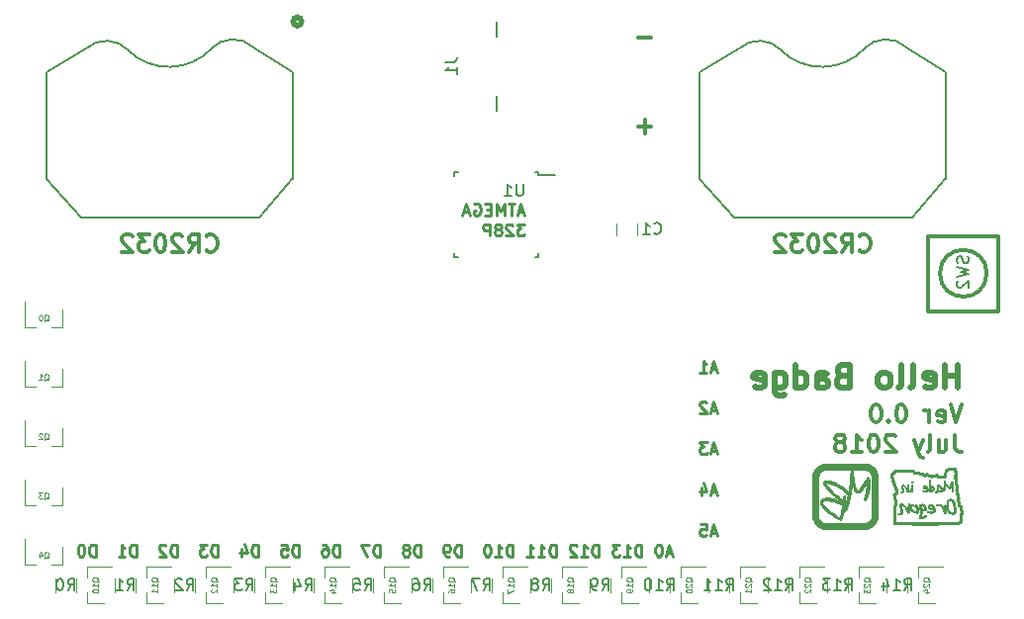
<source format=gbr>
G04 #@! TF.FileFunction,Legend,Bot*
%FSLAX46Y46*%
G04 Gerber Fmt 4.6, Leading zero omitted, Abs format (unit mm)*
G04 Created by KiCad (PCBNEW 4.0.7) date 07/30/18 20:35:16*
%MOMM*%
%LPD*%
G01*
G04 APERTURE LIST*
%ADD10C,0.100000*%
%ADD11C,0.250000*%
%ADD12C,0.300000*%
%ADD13C,0.200000*%
%ADD14C,0.500000*%
%ADD15C,0.304800*%
%ADD16C,0.120000*%
%ADD17C,0.150000*%
%ADD18C,0.002540*%
%ADD19C,0.075000*%
G04 APERTURE END LIST*
D10*
D11*
X177609524Y-88699667D02*
X177133333Y-88699667D01*
X177704762Y-88985381D02*
X177371429Y-87985381D01*
X177038095Y-88985381D01*
X176847619Y-87985381D02*
X176276190Y-87985381D01*
X176561905Y-88985381D02*
X176561905Y-87985381D01*
X175942857Y-88985381D02*
X175942857Y-87985381D01*
X175609523Y-88699667D01*
X175276190Y-87985381D01*
X175276190Y-88985381D01*
X174800000Y-88461571D02*
X174466666Y-88461571D01*
X174323809Y-88985381D02*
X174800000Y-88985381D01*
X174800000Y-87985381D01*
X174323809Y-87985381D01*
X173371428Y-88033000D02*
X173466666Y-87985381D01*
X173609523Y-87985381D01*
X173752381Y-88033000D01*
X173847619Y-88128238D01*
X173895238Y-88223476D01*
X173942857Y-88413952D01*
X173942857Y-88556810D01*
X173895238Y-88747286D01*
X173847619Y-88842524D01*
X173752381Y-88937762D01*
X173609523Y-88985381D01*
X173514285Y-88985381D01*
X173371428Y-88937762D01*
X173323809Y-88890143D01*
X173323809Y-88556810D01*
X173514285Y-88556810D01*
X172942857Y-88699667D02*
X172466666Y-88699667D01*
X173038095Y-88985381D02*
X172704762Y-87985381D01*
X172371428Y-88985381D01*
X177657143Y-89735381D02*
X177038095Y-89735381D01*
X177371429Y-90116333D01*
X177228571Y-90116333D01*
X177133333Y-90163952D01*
X177085714Y-90211571D01*
X177038095Y-90306810D01*
X177038095Y-90544905D01*
X177085714Y-90640143D01*
X177133333Y-90687762D01*
X177228571Y-90735381D01*
X177514286Y-90735381D01*
X177609524Y-90687762D01*
X177657143Y-90640143D01*
X176657143Y-89830619D02*
X176609524Y-89783000D01*
X176514286Y-89735381D01*
X176276190Y-89735381D01*
X176180952Y-89783000D01*
X176133333Y-89830619D01*
X176085714Y-89925857D01*
X176085714Y-90021095D01*
X176133333Y-90163952D01*
X176704762Y-90735381D01*
X176085714Y-90735381D01*
X175514286Y-90163952D02*
X175609524Y-90116333D01*
X175657143Y-90068714D01*
X175704762Y-89973476D01*
X175704762Y-89925857D01*
X175657143Y-89830619D01*
X175609524Y-89783000D01*
X175514286Y-89735381D01*
X175323809Y-89735381D01*
X175228571Y-89783000D01*
X175180952Y-89830619D01*
X175133333Y-89925857D01*
X175133333Y-89973476D01*
X175180952Y-90068714D01*
X175228571Y-90116333D01*
X175323809Y-90163952D01*
X175514286Y-90163952D01*
X175609524Y-90211571D01*
X175657143Y-90259190D01*
X175704762Y-90354429D01*
X175704762Y-90544905D01*
X175657143Y-90640143D01*
X175609524Y-90687762D01*
X175514286Y-90735381D01*
X175323809Y-90735381D01*
X175228571Y-90687762D01*
X175180952Y-90640143D01*
X175133333Y-90544905D01*
X175133333Y-90354429D01*
X175180952Y-90259190D01*
X175228571Y-90211571D01*
X175323809Y-90163952D01*
X174704762Y-90735381D02*
X174704762Y-89735381D01*
X174323809Y-89735381D01*
X174228571Y-89783000D01*
X174180952Y-89830619D01*
X174133333Y-89925857D01*
X174133333Y-90068714D01*
X174180952Y-90163952D01*
X174228571Y-90211571D01*
X174323809Y-90259190D01*
X174704762Y-90259190D01*
D12*
X188531428Y-73767143D02*
X187388571Y-73767143D01*
X188531428Y-81387143D02*
X187388571Y-81387143D01*
X187960000Y-81958571D02*
X187960000Y-80815714D01*
D13*
X175260000Y-78740000D02*
X175260000Y-80010000D01*
X175260000Y-72390000D02*
X175260000Y-73660000D01*
D11*
X194119524Y-102146667D02*
X193643333Y-102146667D01*
X194214762Y-102432381D02*
X193881429Y-101432381D01*
X193548095Y-102432381D01*
X192690952Y-102432381D02*
X193262381Y-102432381D01*
X192976667Y-102432381D02*
X192976667Y-101432381D01*
X193071905Y-101575238D01*
X193167143Y-101670476D01*
X193262381Y-101718095D01*
X194119524Y-105646667D02*
X193643333Y-105646667D01*
X194214762Y-105932381D02*
X193881429Y-104932381D01*
X193548095Y-105932381D01*
X193262381Y-105027619D02*
X193214762Y-104980000D01*
X193119524Y-104932381D01*
X192881428Y-104932381D01*
X192786190Y-104980000D01*
X192738571Y-105027619D01*
X192690952Y-105122857D01*
X192690952Y-105218095D01*
X192738571Y-105360952D01*
X193310000Y-105932381D01*
X192690952Y-105932381D01*
X194119524Y-109146667D02*
X193643333Y-109146667D01*
X194214762Y-109432381D02*
X193881429Y-108432381D01*
X193548095Y-109432381D01*
X193310000Y-108432381D02*
X192690952Y-108432381D01*
X193024286Y-108813333D01*
X192881428Y-108813333D01*
X192786190Y-108860952D01*
X192738571Y-108908571D01*
X192690952Y-109003810D01*
X192690952Y-109241905D01*
X192738571Y-109337143D01*
X192786190Y-109384762D01*
X192881428Y-109432381D01*
X193167143Y-109432381D01*
X193262381Y-109384762D01*
X193310000Y-109337143D01*
X194119524Y-112646667D02*
X193643333Y-112646667D01*
X194214762Y-112932381D02*
X193881429Y-111932381D01*
X193548095Y-112932381D01*
X192786190Y-112265714D02*
X192786190Y-112932381D01*
X193024286Y-111884762D02*
X193262381Y-112599048D01*
X192643333Y-112599048D01*
X194119524Y-116146667D02*
X193643333Y-116146667D01*
X194214762Y-116432381D02*
X193881429Y-115432381D01*
X193548095Y-116432381D01*
X192738571Y-115432381D02*
X193214762Y-115432381D01*
X193262381Y-115908571D01*
X193214762Y-115860952D01*
X193119524Y-115813333D01*
X192881428Y-115813333D01*
X192786190Y-115860952D01*
X192738571Y-115908571D01*
X192690952Y-116003810D01*
X192690952Y-116241905D01*
X192738571Y-116337143D01*
X192786190Y-116384762D01*
X192881428Y-116432381D01*
X193119524Y-116432381D01*
X193214762Y-116384762D01*
X193262381Y-116337143D01*
X190309999Y-117896667D02*
X189833808Y-117896667D01*
X190405237Y-118182381D02*
X190071904Y-117182381D01*
X189738570Y-118182381D01*
X189214761Y-117182381D02*
X189119522Y-117182381D01*
X189024284Y-117230000D01*
X188976665Y-117277619D01*
X188929046Y-117372857D01*
X188881427Y-117563333D01*
X188881427Y-117801429D01*
X188929046Y-117991905D01*
X188976665Y-118087143D01*
X189024284Y-118134762D01*
X189119522Y-118182381D01*
X189214761Y-118182381D01*
X189309999Y-118134762D01*
X189357618Y-118087143D01*
X189405237Y-117991905D01*
X189452856Y-117801429D01*
X189452856Y-117563333D01*
X189405237Y-117372857D01*
X189357618Y-117277619D01*
X189309999Y-117230000D01*
X189214761Y-117182381D01*
X187690951Y-118182381D02*
X187690951Y-117182381D01*
X187452856Y-117182381D01*
X187309998Y-117230000D01*
X187214760Y-117325238D01*
X187167141Y-117420476D01*
X187119522Y-117610952D01*
X187119522Y-117753810D01*
X187167141Y-117944286D01*
X187214760Y-118039524D01*
X187309998Y-118134762D01*
X187452856Y-118182381D01*
X187690951Y-118182381D01*
X186167141Y-118182381D02*
X186738570Y-118182381D01*
X186452856Y-118182381D02*
X186452856Y-117182381D01*
X186548094Y-117325238D01*
X186643332Y-117420476D01*
X186738570Y-117468095D01*
X185833808Y-117182381D02*
X185214760Y-117182381D01*
X185548094Y-117563333D01*
X185405236Y-117563333D01*
X185309998Y-117610952D01*
X185262379Y-117658571D01*
X185214760Y-117753810D01*
X185214760Y-117991905D01*
X185262379Y-118087143D01*
X185309998Y-118134762D01*
X185405236Y-118182381D01*
X185690951Y-118182381D01*
X185786189Y-118134762D01*
X185833808Y-118087143D01*
X184024284Y-118182381D02*
X184024284Y-117182381D01*
X183786189Y-117182381D01*
X183643331Y-117230000D01*
X183548093Y-117325238D01*
X183500474Y-117420476D01*
X183452855Y-117610952D01*
X183452855Y-117753810D01*
X183500474Y-117944286D01*
X183548093Y-118039524D01*
X183643331Y-118134762D01*
X183786189Y-118182381D01*
X184024284Y-118182381D01*
X182500474Y-118182381D02*
X183071903Y-118182381D01*
X182786189Y-118182381D02*
X182786189Y-117182381D01*
X182881427Y-117325238D01*
X182976665Y-117420476D01*
X183071903Y-117468095D01*
X182119522Y-117277619D02*
X182071903Y-117230000D01*
X181976665Y-117182381D01*
X181738569Y-117182381D01*
X181643331Y-117230000D01*
X181595712Y-117277619D01*
X181548093Y-117372857D01*
X181548093Y-117468095D01*
X181595712Y-117610952D01*
X182167141Y-118182381D01*
X181548093Y-118182381D01*
X180357617Y-118182381D02*
X180357617Y-117182381D01*
X180119522Y-117182381D01*
X179976664Y-117230000D01*
X179881426Y-117325238D01*
X179833807Y-117420476D01*
X179786188Y-117610952D01*
X179786188Y-117753810D01*
X179833807Y-117944286D01*
X179881426Y-118039524D01*
X179976664Y-118134762D01*
X180119522Y-118182381D01*
X180357617Y-118182381D01*
X178833807Y-118182381D02*
X179405236Y-118182381D01*
X179119522Y-118182381D02*
X179119522Y-117182381D01*
X179214760Y-117325238D01*
X179309998Y-117420476D01*
X179405236Y-117468095D01*
X177881426Y-118182381D02*
X178452855Y-118182381D01*
X178167141Y-118182381D02*
X178167141Y-117182381D01*
X178262379Y-117325238D01*
X178357617Y-117420476D01*
X178452855Y-117468095D01*
X176690950Y-118182381D02*
X176690950Y-117182381D01*
X176452855Y-117182381D01*
X176309997Y-117230000D01*
X176214759Y-117325238D01*
X176167140Y-117420476D01*
X176119521Y-117610952D01*
X176119521Y-117753810D01*
X176167140Y-117944286D01*
X176214759Y-118039524D01*
X176309997Y-118134762D01*
X176452855Y-118182381D01*
X176690950Y-118182381D01*
X175167140Y-118182381D02*
X175738569Y-118182381D01*
X175452855Y-118182381D02*
X175452855Y-117182381D01*
X175548093Y-117325238D01*
X175643331Y-117420476D01*
X175738569Y-117468095D01*
X174548093Y-117182381D02*
X174452854Y-117182381D01*
X174357616Y-117230000D01*
X174309997Y-117277619D01*
X174262378Y-117372857D01*
X174214759Y-117563333D01*
X174214759Y-117801429D01*
X174262378Y-117991905D01*
X174309997Y-118087143D01*
X174357616Y-118134762D01*
X174452854Y-118182381D01*
X174548093Y-118182381D01*
X174643331Y-118134762D01*
X174690950Y-118087143D01*
X174738569Y-117991905D01*
X174786188Y-117801429D01*
X174786188Y-117563333D01*
X174738569Y-117372857D01*
X174690950Y-117277619D01*
X174643331Y-117230000D01*
X174548093Y-117182381D01*
X172262378Y-118182381D02*
X172262378Y-117182381D01*
X172024283Y-117182381D01*
X171881425Y-117230000D01*
X171786187Y-117325238D01*
X171738568Y-117420476D01*
X171690949Y-117610952D01*
X171690949Y-117753810D01*
X171738568Y-117944286D01*
X171786187Y-118039524D01*
X171881425Y-118134762D01*
X172024283Y-118182381D01*
X172262378Y-118182381D01*
X171214759Y-118182381D02*
X171024283Y-118182381D01*
X170929044Y-118134762D01*
X170881425Y-118087143D01*
X170786187Y-117944286D01*
X170738568Y-117753810D01*
X170738568Y-117372857D01*
X170786187Y-117277619D01*
X170833806Y-117230000D01*
X170929044Y-117182381D01*
X171119521Y-117182381D01*
X171214759Y-117230000D01*
X171262378Y-117277619D01*
X171309997Y-117372857D01*
X171309997Y-117610952D01*
X171262378Y-117706190D01*
X171214759Y-117753810D01*
X171119521Y-117801429D01*
X170929044Y-117801429D01*
X170833806Y-117753810D01*
X170786187Y-117706190D01*
X170738568Y-117610952D01*
X168786187Y-118182381D02*
X168786187Y-117182381D01*
X168548092Y-117182381D01*
X168405234Y-117230000D01*
X168309996Y-117325238D01*
X168262377Y-117420476D01*
X168214758Y-117610952D01*
X168214758Y-117753810D01*
X168262377Y-117944286D01*
X168309996Y-118039524D01*
X168405234Y-118134762D01*
X168548092Y-118182381D01*
X168786187Y-118182381D01*
X167643330Y-117610952D02*
X167738568Y-117563333D01*
X167786187Y-117515714D01*
X167833806Y-117420476D01*
X167833806Y-117372857D01*
X167786187Y-117277619D01*
X167738568Y-117230000D01*
X167643330Y-117182381D01*
X167452853Y-117182381D01*
X167357615Y-117230000D01*
X167309996Y-117277619D01*
X167262377Y-117372857D01*
X167262377Y-117420476D01*
X167309996Y-117515714D01*
X167357615Y-117563333D01*
X167452853Y-117610952D01*
X167643330Y-117610952D01*
X167738568Y-117658571D01*
X167786187Y-117706190D01*
X167833806Y-117801429D01*
X167833806Y-117991905D01*
X167786187Y-118087143D01*
X167738568Y-118134762D01*
X167643330Y-118182381D01*
X167452853Y-118182381D01*
X167357615Y-118134762D01*
X167309996Y-118087143D01*
X167262377Y-117991905D01*
X167262377Y-117801429D01*
X167309996Y-117706190D01*
X167357615Y-117658571D01*
X167452853Y-117610952D01*
X165309996Y-118182381D02*
X165309996Y-117182381D01*
X165071901Y-117182381D01*
X164929043Y-117230000D01*
X164833805Y-117325238D01*
X164786186Y-117420476D01*
X164738567Y-117610952D01*
X164738567Y-117753810D01*
X164786186Y-117944286D01*
X164833805Y-118039524D01*
X164929043Y-118134762D01*
X165071901Y-118182381D01*
X165309996Y-118182381D01*
X164405234Y-117182381D02*
X163738567Y-117182381D01*
X164167139Y-118182381D01*
X161833805Y-118182381D02*
X161833805Y-117182381D01*
X161595710Y-117182381D01*
X161452852Y-117230000D01*
X161357614Y-117325238D01*
X161309995Y-117420476D01*
X161262376Y-117610952D01*
X161262376Y-117753810D01*
X161309995Y-117944286D01*
X161357614Y-118039524D01*
X161452852Y-118134762D01*
X161595710Y-118182381D01*
X161833805Y-118182381D01*
X160405233Y-117182381D02*
X160595710Y-117182381D01*
X160690948Y-117230000D01*
X160738567Y-117277619D01*
X160833805Y-117420476D01*
X160881424Y-117610952D01*
X160881424Y-117991905D01*
X160833805Y-118087143D01*
X160786186Y-118134762D01*
X160690948Y-118182381D01*
X160500471Y-118182381D01*
X160405233Y-118134762D01*
X160357614Y-118087143D01*
X160309995Y-117991905D01*
X160309995Y-117753810D01*
X160357614Y-117658571D01*
X160405233Y-117610952D01*
X160500471Y-117563333D01*
X160690948Y-117563333D01*
X160786186Y-117610952D01*
X160833805Y-117658571D01*
X160881424Y-117753810D01*
X158357614Y-118182381D02*
X158357614Y-117182381D01*
X158119519Y-117182381D01*
X157976661Y-117230000D01*
X157881423Y-117325238D01*
X157833804Y-117420476D01*
X157786185Y-117610952D01*
X157786185Y-117753810D01*
X157833804Y-117944286D01*
X157881423Y-118039524D01*
X157976661Y-118134762D01*
X158119519Y-118182381D01*
X158357614Y-118182381D01*
X156881423Y-117182381D02*
X157357614Y-117182381D01*
X157405233Y-117658571D01*
X157357614Y-117610952D01*
X157262376Y-117563333D01*
X157024280Y-117563333D01*
X156929042Y-117610952D01*
X156881423Y-117658571D01*
X156833804Y-117753810D01*
X156833804Y-117991905D01*
X156881423Y-118087143D01*
X156929042Y-118134762D01*
X157024280Y-118182381D01*
X157262376Y-118182381D01*
X157357614Y-118134762D01*
X157405233Y-118087143D01*
X154881423Y-118182381D02*
X154881423Y-117182381D01*
X154643328Y-117182381D01*
X154500470Y-117230000D01*
X154405232Y-117325238D01*
X154357613Y-117420476D01*
X154309994Y-117610952D01*
X154309994Y-117753810D01*
X154357613Y-117944286D01*
X154405232Y-118039524D01*
X154500470Y-118134762D01*
X154643328Y-118182381D01*
X154881423Y-118182381D01*
X153452851Y-117515714D02*
X153452851Y-118182381D01*
X153690947Y-117134762D02*
X153929042Y-117849048D01*
X153309994Y-117849048D01*
X151405232Y-118182381D02*
X151405232Y-117182381D01*
X151167137Y-117182381D01*
X151024279Y-117230000D01*
X150929041Y-117325238D01*
X150881422Y-117420476D01*
X150833803Y-117610952D01*
X150833803Y-117753810D01*
X150881422Y-117944286D01*
X150929041Y-118039524D01*
X151024279Y-118134762D01*
X151167137Y-118182381D01*
X151405232Y-118182381D01*
X150500470Y-117182381D02*
X149881422Y-117182381D01*
X150214756Y-117563333D01*
X150071898Y-117563333D01*
X149976660Y-117610952D01*
X149929041Y-117658571D01*
X149881422Y-117753810D01*
X149881422Y-117991905D01*
X149929041Y-118087143D01*
X149976660Y-118134762D01*
X150071898Y-118182381D01*
X150357613Y-118182381D01*
X150452851Y-118134762D01*
X150500470Y-118087143D01*
X147929041Y-118182381D02*
X147929041Y-117182381D01*
X147690946Y-117182381D01*
X147548088Y-117230000D01*
X147452850Y-117325238D01*
X147405231Y-117420476D01*
X147357612Y-117610952D01*
X147357612Y-117753810D01*
X147405231Y-117944286D01*
X147452850Y-118039524D01*
X147548088Y-118134762D01*
X147690946Y-118182381D01*
X147929041Y-118182381D01*
X146976660Y-117277619D02*
X146929041Y-117230000D01*
X146833803Y-117182381D01*
X146595707Y-117182381D01*
X146500469Y-117230000D01*
X146452850Y-117277619D01*
X146405231Y-117372857D01*
X146405231Y-117468095D01*
X146452850Y-117610952D01*
X147024279Y-118182381D01*
X146405231Y-118182381D01*
X144452850Y-118182381D02*
X144452850Y-117182381D01*
X144214755Y-117182381D01*
X144071897Y-117230000D01*
X143976659Y-117325238D01*
X143929040Y-117420476D01*
X143881421Y-117610952D01*
X143881421Y-117753810D01*
X143929040Y-117944286D01*
X143976659Y-118039524D01*
X144071897Y-118134762D01*
X144214755Y-118182381D01*
X144452850Y-118182381D01*
X142929040Y-118182381D02*
X143500469Y-118182381D01*
X143214755Y-118182381D02*
X143214755Y-117182381D01*
X143309993Y-117325238D01*
X143405231Y-117420476D01*
X143500469Y-117468095D01*
X140976659Y-118182381D02*
X140976659Y-117182381D01*
X140738564Y-117182381D01*
X140595706Y-117230000D01*
X140500468Y-117325238D01*
X140452849Y-117420476D01*
X140405230Y-117610952D01*
X140405230Y-117753810D01*
X140452849Y-117944286D01*
X140500468Y-118039524D01*
X140595706Y-118134762D01*
X140738564Y-118182381D01*
X140976659Y-118182381D01*
X139786183Y-117182381D02*
X139690944Y-117182381D01*
X139595706Y-117230000D01*
X139548087Y-117277619D01*
X139500468Y-117372857D01*
X139452849Y-117563333D01*
X139452849Y-117801429D01*
X139500468Y-117991905D01*
X139548087Y-118087143D01*
X139595706Y-118134762D01*
X139690944Y-118182381D01*
X139786183Y-118182381D01*
X139881421Y-118134762D01*
X139929040Y-118087143D01*
X139976659Y-117991905D01*
X140024278Y-117801429D01*
X140024278Y-117563333D01*
X139976659Y-117372857D01*
X139929040Y-117277619D01*
X139881421Y-117230000D01*
X139786183Y-117182381D01*
D14*
X158601210Y-72390000D02*
G75*
G03X158601210Y-72390000I-359210J0D01*
G01*
D12*
X206342856Y-91975714D02*
X206414285Y-92047143D01*
X206628571Y-92118571D01*
X206771428Y-92118571D01*
X206985713Y-92047143D01*
X207128571Y-91904286D01*
X207199999Y-91761429D01*
X207271428Y-91475714D01*
X207271428Y-91261429D01*
X207199999Y-90975714D01*
X207128571Y-90832857D01*
X206985713Y-90690000D01*
X206771428Y-90618571D01*
X206628571Y-90618571D01*
X206414285Y-90690000D01*
X206342856Y-90761429D01*
X204842856Y-92118571D02*
X205342856Y-91404286D01*
X205699999Y-92118571D02*
X205699999Y-90618571D01*
X205128571Y-90618571D01*
X204985713Y-90690000D01*
X204914285Y-90761429D01*
X204842856Y-90904286D01*
X204842856Y-91118571D01*
X204914285Y-91261429D01*
X204985713Y-91332857D01*
X205128571Y-91404286D01*
X205699999Y-91404286D01*
X204271428Y-90761429D02*
X204199999Y-90690000D01*
X204057142Y-90618571D01*
X203699999Y-90618571D01*
X203557142Y-90690000D01*
X203485713Y-90761429D01*
X203414285Y-90904286D01*
X203414285Y-91047143D01*
X203485713Y-91261429D01*
X204342856Y-92118571D01*
X203414285Y-92118571D01*
X202485714Y-90618571D02*
X202342857Y-90618571D01*
X202200000Y-90690000D01*
X202128571Y-90761429D01*
X202057142Y-90904286D01*
X201985714Y-91190000D01*
X201985714Y-91547143D01*
X202057142Y-91832857D01*
X202128571Y-91975714D01*
X202200000Y-92047143D01*
X202342857Y-92118571D01*
X202485714Y-92118571D01*
X202628571Y-92047143D01*
X202700000Y-91975714D01*
X202771428Y-91832857D01*
X202842857Y-91547143D01*
X202842857Y-91190000D01*
X202771428Y-90904286D01*
X202700000Y-90761429D01*
X202628571Y-90690000D01*
X202485714Y-90618571D01*
X201485714Y-90618571D02*
X200557143Y-90618571D01*
X201057143Y-91190000D01*
X200842857Y-91190000D01*
X200700000Y-91261429D01*
X200628571Y-91332857D01*
X200557143Y-91475714D01*
X200557143Y-91832857D01*
X200628571Y-91975714D01*
X200700000Y-92047143D01*
X200842857Y-92118571D01*
X201271429Y-92118571D01*
X201414286Y-92047143D01*
X201485714Y-91975714D01*
X199985715Y-90761429D02*
X199914286Y-90690000D01*
X199771429Y-90618571D01*
X199414286Y-90618571D01*
X199271429Y-90690000D01*
X199200000Y-90761429D01*
X199128572Y-90904286D01*
X199128572Y-91047143D01*
X199200000Y-91261429D01*
X200057143Y-92118571D01*
X199128572Y-92118571D01*
X150462856Y-91975714D02*
X150534285Y-92047143D01*
X150748571Y-92118571D01*
X150891428Y-92118571D01*
X151105713Y-92047143D01*
X151248571Y-91904286D01*
X151319999Y-91761429D01*
X151391428Y-91475714D01*
X151391428Y-91261429D01*
X151319999Y-90975714D01*
X151248571Y-90832857D01*
X151105713Y-90690000D01*
X150891428Y-90618571D01*
X150748571Y-90618571D01*
X150534285Y-90690000D01*
X150462856Y-90761429D01*
X148962856Y-92118571D02*
X149462856Y-91404286D01*
X149819999Y-92118571D02*
X149819999Y-90618571D01*
X149248571Y-90618571D01*
X149105713Y-90690000D01*
X149034285Y-90761429D01*
X148962856Y-90904286D01*
X148962856Y-91118571D01*
X149034285Y-91261429D01*
X149105713Y-91332857D01*
X149248571Y-91404286D01*
X149819999Y-91404286D01*
X148391428Y-90761429D02*
X148319999Y-90690000D01*
X148177142Y-90618571D01*
X147819999Y-90618571D01*
X147677142Y-90690000D01*
X147605713Y-90761429D01*
X147534285Y-90904286D01*
X147534285Y-91047143D01*
X147605713Y-91261429D01*
X148462856Y-92118571D01*
X147534285Y-92118571D01*
X146605714Y-90618571D02*
X146462857Y-90618571D01*
X146320000Y-90690000D01*
X146248571Y-90761429D01*
X146177142Y-90904286D01*
X146105714Y-91190000D01*
X146105714Y-91547143D01*
X146177142Y-91832857D01*
X146248571Y-91975714D01*
X146320000Y-92047143D01*
X146462857Y-92118571D01*
X146605714Y-92118571D01*
X146748571Y-92047143D01*
X146820000Y-91975714D01*
X146891428Y-91832857D01*
X146962857Y-91547143D01*
X146962857Y-91190000D01*
X146891428Y-90904286D01*
X146820000Y-90761429D01*
X146748571Y-90690000D01*
X146605714Y-90618571D01*
X145605714Y-90618571D02*
X144677143Y-90618571D01*
X145177143Y-91190000D01*
X144962857Y-91190000D01*
X144820000Y-91261429D01*
X144748571Y-91332857D01*
X144677143Y-91475714D01*
X144677143Y-91832857D01*
X144748571Y-91975714D01*
X144820000Y-92047143D01*
X144962857Y-92118571D01*
X145391429Y-92118571D01*
X145534286Y-92047143D01*
X145605714Y-91975714D01*
X144105715Y-90761429D02*
X144034286Y-90690000D01*
X143891429Y-90618571D01*
X143534286Y-90618571D01*
X143391429Y-90690000D01*
X143320000Y-90761429D01*
X143248572Y-90904286D01*
X143248572Y-91047143D01*
X143320000Y-91261429D01*
X144177143Y-92118571D01*
X143248572Y-92118571D01*
X215122143Y-105218571D02*
X214622143Y-106718571D01*
X214122143Y-105218571D01*
X213050715Y-106647143D02*
X213193572Y-106718571D01*
X213479286Y-106718571D01*
X213622143Y-106647143D01*
X213693572Y-106504286D01*
X213693572Y-105932857D01*
X213622143Y-105790000D01*
X213479286Y-105718571D01*
X213193572Y-105718571D01*
X213050715Y-105790000D01*
X212979286Y-105932857D01*
X212979286Y-106075714D01*
X213693572Y-106218571D01*
X212336429Y-106718571D02*
X212336429Y-105718571D01*
X212336429Y-106004286D02*
X212265001Y-105861429D01*
X212193572Y-105790000D01*
X212050715Y-105718571D01*
X211907858Y-105718571D01*
X209979287Y-105218571D02*
X209836430Y-105218571D01*
X209693573Y-105290000D01*
X209622144Y-105361429D01*
X209550715Y-105504286D01*
X209479287Y-105790000D01*
X209479287Y-106147143D01*
X209550715Y-106432857D01*
X209622144Y-106575714D01*
X209693573Y-106647143D01*
X209836430Y-106718571D01*
X209979287Y-106718571D01*
X210122144Y-106647143D01*
X210193573Y-106575714D01*
X210265001Y-106432857D01*
X210336430Y-106147143D01*
X210336430Y-105790000D01*
X210265001Y-105504286D01*
X210193573Y-105361429D01*
X210122144Y-105290000D01*
X209979287Y-105218571D01*
X208836430Y-106575714D02*
X208765002Y-106647143D01*
X208836430Y-106718571D01*
X208907859Y-106647143D01*
X208836430Y-106575714D01*
X208836430Y-106718571D01*
X207836430Y-105218571D02*
X207693573Y-105218571D01*
X207550716Y-105290000D01*
X207479287Y-105361429D01*
X207407858Y-105504286D01*
X207336430Y-105790000D01*
X207336430Y-106147143D01*
X207407858Y-106432857D01*
X207479287Y-106575714D01*
X207550716Y-106647143D01*
X207693573Y-106718571D01*
X207836430Y-106718571D01*
X207979287Y-106647143D01*
X208050716Y-106575714D01*
X208122144Y-106432857D01*
X208193573Y-106147143D01*
X208193573Y-105790000D01*
X208122144Y-105504286D01*
X208050716Y-105361429D01*
X207979287Y-105290000D01*
X207836430Y-105218571D01*
X214479286Y-107768571D02*
X214479286Y-108840000D01*
X214550714Y-109054286D01*
X214693571Y-109197143D01*
X214907857Y-109268571D01*
X215050714Y-109268571D01*
X213122143Y-108268571D02*
X213122143Y-109268571D01*
X213765000Y-108268571D02*
X213765000Y-109054286D01*
X213693572Y-109197143D01*
X213550714Y-109268571D01*
X213336429Y-109268571D01*
X213193572Y-109197143D01*
X213122143Y-109125714D01*
X212193571Y-109268571D02*
X212336429Y-109197143D01*
X212407857Y-109054286D01*
X212407857Y-107768571D01*
X211765000Y-108268571D02*
X211407857Y-109268571D01*
X211050715Y-108268571D02*
X211407857Y-109268571D01*
X211550715Y-109625714D01*
X211622143Y-109697143D01*
X211765000Y-109768571D01*
X209407858Y-107911429D02*
X209336429Y-107840000D01*
X209193572Y-107768571D01*
X208836429Y-107768571D01*
X208693572Y-107840000D01*
X208622143Y-107911429D01*
X208550715Y-108054286D01*
X208550715Y-108197143D01*
X208622143Y-108411429D01*
X209479286Y-109268571D01*
X208550715Y-109268571D01*
X207622144Y-107768571D02*
X207479287Y-107768571D01*
X207336430Y-107840000D01*
X207265001Y-107911429D01*
X207193572Y-108054286D01*
X207122144Y-108340000D01*
X207122144Y-108697143D01*
X207193572Y-108982857D01*
X207265001Y-109125714D01*
X207336430Y-109197143D01*
X207479287Y-109268571D01*
X207622144Y-109268571D01*
X207765001Y-109197143D01*
X207836430Y-109125714D01*
X207907858Y-108982857D01*
X207979287Y-108697143D01*
X207979287Y-108340000D01*
X207907858Y-108054286D01*
X207836430Y-107911429D01*
X207765001Y-107840000D01*
X207622144Y-107768571D01*
X205693573Y-109268571D02*
X206550716Y-109268571D01*
X206122144Y-109268571D02*
X206122144Y-107768571D01*
X206265001Y-107982857D01*
X206407859Y-108125714D01*
X206550716Y-108197143D01*
X204836430Y-108411429D02*
X204979288Y-108340000D01*
X205050716Y-108268571D01*
X205122145Y-108125714D01*
X205122145Y-108054286D01*
X205050716Y-107911429D01*
X204979288Y-107840000D01*
X204836430Y-107768571D01*
X204550716Y-107768571D01*
X204407859Y-107840000D01*
X204336430Y-107911429D01*
X204265002Y-108054286D01*
X204265002Y-108125714D01*
X204336430Y-108268571D01*
X204407859Y-108340000D01*
X204550716Y-108411429D01*
X204836430Y-108411429D01*
X204979288Y-108482857D01*
X205050716Y-108554286D01*
X205122145Y-108697143D01*
X205122145Y-108982857D01*
X205050716Y-109125714D01*
X204979288Y-109197143D01*
X204836430Y-109268571D01*
X204550716Y-109268571D01*
X204407859Y-109197143D01*
X204336430Y-109125714D01*
X204265002Y-108982857D01*
X204265002Y-108697143D01*
X204336430Y-108554286D01*
X204407859Y-108482857D01*
X204550716Y-108411429D01*
D14*
X214788810Y-103774762D02*
X214788810Y-101774762D01*
X214788810Y-102727143D02*
X213645952Y-102727143D01*
X213645952Y-103774762D02*
X213645952Y-101774762D01*
X211931667Y-103679524D02*
X212122143Y-103774762D01*
X212503095Y-103774762D01*
X212693572Y-103679524D01*
X212788810Y-103489048D01*
X212788810Y-102727143D01*
X212693572Y-102536667D01*
X212503095Y-102441429D01*
X212122143Y-102441429D01*
X211931667Y-102536667D01*
X211836429Y-102727143D01*
X211836429Y-102917619D01*
X212788810Y-103108095D01*
X210693571Y-103774762D02*
X210884047Y-103679524D01*
X210979286Y-103489048D01*
X210979286Y-101774762D01*
X209645952Y-103774762D02*
X209836428Y-103679524D01*
X209931667Y-103489048D01*
X209931667Y-101774762D01*
X208598333Y-103774762D02*
X208788809Y-103679524D01*
X208884048Y-103584286D01*
X208979286Y-103393810D01*
X208979286Y-102822381D01*
X208884048Y-102631905D01*
X208788809Y-102536667D01*
X208598333Y-102441429D01*
X208312619Y-102441429D01*
X208122143Y-102536667D01*
X208026905Y-102631905D01*
X207931667Y-102822381D01*
X207931667Y-103393810D01*
X208026905Y-103584286D01*
X208122143Y-103679524D01*
X208312619Y-103774762D01*
X208598333Y-103774762D01*
X204884047Y-102727143D02*
X204598333Y-102822381D01*
X204503094Y-102917619D01*
X204407856Y-103108095D01*
X204407856Y-103393810D01*
X204503094Y-103584286D01*
X204598333Y-103679524D01*
X204788809Y-103774762D01*
X205550714Y-103774762D01*
X205550714Y-101774762D01*
X204884047Y-101774762D01*
X204693571Y-101870000D01*
X204598333Y-101965238D01*
X204503094Y-102155714D01*
X204503094Y-102346190D01*
X204598333Y-102536667D01*
X204693571Y-102631905D01*
X204884047Y-102727143D01*
X205550714Y-102727143D01*
X202693571Y-103774762D02*
X202693571Y-102727143D01*
X202788809Y-102536667D01*
X202979285Y-102441429D01*
X203360237Y-102441429D01*
X203550714Y-102536667D01*
X202693571Y-103679524D02*
X202884047Y-103774762D01*
X203360237Y-103774762D01*
X203550714Y-103679524D01*
X203645952Y-103489048D01*
X203645952Y-103298571D01*
X203550714Y-103108095D01*
X203360237Y-103012857D01*
X202884047Y-103012857D01*
X202693571Y-102917619D01*
X200884047Y-103774762D02*
X200884047Y-101774762D01*
X200884047Y-103679524D02*
X201074523Y-103774762D01*
X201455475Y-103774762D01*
X201645951Y-103679524D01*
X201741190Y-103584286D01*
X201836428Y-103393810D01*
X201836428Y-102822381D01*
X201741190Y-102631905D01*
X201645951Y-102536667D01*
X201455475Y-102441429D01*
X201074523Y-102441429D01*
X200884047Y-102536667D01*
X199074523Y-102441429D02*
X199074523Y-104060476D01*
X199169761Y-104250952D01*
X199264999Y-104346190D01*
X199455475Y-104441429D01*
X199741189Y-104441429D01*
X199931666Y-104346190D01*
X199074523Y-103679524D02*
X199264999Y-103774762D01*
X199645951Y-103774762D01*
X199836427Y-103679524D01*
X199931666Y-103584286D01*
X200026904Y-103393810D01*
X200026904Y-102822381D01*
X199931666Y-102631905D01*
X199836427Y-102536667D01*
X199645951Y-102441429D01*
X199264999Y-102441429D01*
X199074523Y-102536667D01*
X197360237Y-103679524D02*
X197550713Y-103774762D01*
X197931665Y-103774762D01*
X198122142Y-103679524D01*
X198217380Y-103489048D01*
X198217380Y-102727143D01*
X198122142Y-102536667D01*
X197931665Y-102441429D01*
X197550713Y-102441429D01*
X197360237Y-102536667D01*
X197264999Y-102727143D01*
X197264999Y-102917619D01*
X198217380Y-103108095D01*
D15*
X217233000Y-93951000D02*
G75*
G03X217233000Y-93951000I-2000000J0D01*
G01*
X218233000Y-97251000D02*
X212233000Y-97251000D01*
X212233000Y-90751000D02*
X218233000Y-90751000D01*
X218233000Y-90751000D02*
X218233000Y-97251000D01*
X212233000Y-90751000D02*
X212233000Y-97251000D01*
D16*
X138105000Y-118870000D02*
X137175000Y-118870000D01*
X134945000Y-118870000D02*
X135875000Y-118870000D01*
X134945000Y-118870000D02*
X134945000Y-116710000D01*
X138105000Y-118870000D02*
X138105000Y-117410000D01*
X138105000Y-113790000D02*
X137175000Y-113790000D01*
X134945000Y-113790000D02*
X135875000Y-113790000D01*
X134945000Y-113790000D02*
X134945000Y-111630000D01*
X138105000Y-113790000D02*
X138105000Y-112330000D01*
X138105000Y-108710000D02*
X137175000Y-108710000D01*
X134945000Y-108710000D02*
X135875000Y-108710000D01*
X134945000Y-108710000D02*
X134945000Y-106550000D01*
X138105000Y-108710000D02*
X138105000Y-107250000D01*
X138105000Y-103630000D02*
X137175000Y-103630000D01*
X134945000Y-103630000D02*
X135875000Y-103630000D01*
X134945000Y-103630000D02*
X134945000Y-101470000D01*
X138105000Y-103630000D02*
X138105000Y-102170000D01*
X211330000Y-122230000D02*
X211330000Y-121300000D01*
X211330000Y-119070000D02*
X211330000Y-120000000D01*
X211330000Y-119070000D02*
X213490000Y-119070000D01*
X211330000Y-122230000D02*
X212790000Y-122230000D01*
X206250000Y-122230000D02*
X206250000Y-121300000D01*
X206250000Y-119070000D02*
X206250000Y-120000000D01*
X206250000Y-119070000D02*
X208410000Y-119070000D01*
X206250000Y-122230000D02*
X207710000Y-122230000D01*
X201170000Y-122230000D02*
X201170000Y-121300000D01*
X201170000Y-119070000D02*
X201170000Y-120000000D01*
X201170000Y-119070000D02*
X203330000Y-119070000D01*
X201170000Y-122230000D02*
X202630000Y-122230000D01*
X196090000Y-122230000D02*
X196090000Y-121300000D01*
X196090000Y-119070000D02*
X196090000Y-120000000D01*
X196090000Y-119070000D02*
X198250000Y-119070000D01*
X196090000Y-122230000D02*
X197550000Y-122230000D01*
X191010000Y-122230000D02*
X191010000Y-121300000D01*
X191010000Y-119070000D02*
X191010000Y-120000000D01*
X191010000Y-119070000D02*
X193170000Y-119070000D01*
X191010000Y-122230000D02*
X192470000Y-122230000D01*
X185930000Y-122230000D02*
X185930000Y-121300000D01*
X185930000Y-119070000D02*
X185930000Y-120000000D01*
X185930000Y-119070000D02*
X188090000Y-119070000D01*
X185930000Y-122230000D02*
X187390000Y-122230000D01*
X180850000Y-122230000D02*
X180850000Y-121300000D01*
X180850000Y-119070000D02*
X180850000Y-120000000D01*
X180850000Y-119070000D02*
X183010000Y-119070000D01*
X180850000Y-122230000D02*
X182310000Y-122230000D01*
X175770000Y-122230000D02*
X175770000Y-121300000D01*
X175770000Y-119070000D02*
X175770000Y-120000000D01*
X175770000Y-119070000D02*
X177930000Y-119070000D01*
X175770000Y-122230000D02*
X177230000Y-122230000D01*
X170690000Y-122230000D02*
X170690000Y-121300000D01*
X170690000Y-119070000D02*
X170690000Y-120000000D01*
X170690000Y-119070000D02*
X172850000Y-119070000D01*
X170690000Y-122230000D02*
X172150000Y-122230000D01*
X165610000Y-122230000D02*
X165610000Y-121300000D01*
X165610000Y-119070000D02*
X165610000Y-120000000D01*
X165610000Y-119070000D02*
X167770000Y-119070000D01*
X165610000Y-122230000D02*
X167070000Y-122230000D01*
X160530000Y-122230000D02*
X160530000Y-121300000D01*
X160530000Y-119070000D02*
X160530000Y-120000000D01*
X160530000Y-119070000D02*
X162690000Y-119070000D01*
X160530000Y-122230000D02*
X161990000Y-122230000D01*
X155450000Y-122230000D02*
X155450000Y-121300000D01*
X155450000Y-119070000D02*
X155450000Y-120000000D01*
X155450000Y-119070000D02*
X157610000Y-119070000D01*
X155450000Y-122230000D02*
X156910000Y-122230000D01*
X150370000Y-122230000D02*
X150370000Y-121300000D01*
X150370000Y-119070000D02*
X150370000Y-120000000D01*
X150370000Y-119070000D02*
X152530000Y-119070000D01*
X150370000Y-122230000D02*
X151830000Y-122230000D01*
X145290000Y-122230000D02*
X145290000Y-121300000D01*
X145290000Y-119070000D02*
X145290000Y-120000000D01*
X145290000Y-119070000D02*
X147450000Y-119070000D01*
X145290000Y-122230000D02*
X146750000Y-122230000D01*
X140210000Y-122230000D02*
X140210000Y-121300000D01*
X140210000Y-119070000D02*
X140210000Y-120000000D01*
X140210000Y-119070000D02*
X142370000Y-119070000D01*
X140210000Y-122230000D02*
X141670000Y-122230000D01*
D17*
X196024500Y-74739500D02*
X192659000Y-76708000D01*
X210375500Y-74612500D02*
X213741000Y-76708000D01*
X195999100Y-74739500D02*
G75*
G02X199682100Y-74866500I1778000J-1905000D01*
G01*
X206705200Y-74739500D02*
G75*
G02X210388200Y-74612500I1905000J-1778000D01*
G01*
X206756000Y-74739500D02*
G75*
G02X199644000Y-74866500I-3619500J3492500D01*
G01*
X210820000Y-89154000D02*
X213741000Y-85788500D01*
X192659000Y-85852000D02*
X195643500Y-89217500D01*
X195580000Y-89154000D02*
X210820000Y-89154000D01*
X192659000Y-76708000D02*
X192659000Y-85852000D01*
X213741000Y-76708000D02*
X213741000Y-85852000D01*
D16*
X138105000Y-98550000D02*
X137175000Y-98550000D01*
X134945000Y-98550000D02*
X135875000Y-98550000D01*
X134945000Y-98550000D02*
X134945000Y-96390000D01*
X138105000Y-98550000D02*
X138105000Y-97090000D01*
D17*
X140144500Y-74739500D02*
X136779000Y-76708000D01*
X154495500Y-74612500D02*
X157861000Y-76708000D01*
X140119100Y-74739500D02*
G75*
G02X143802100Y-74866500I1778000J-1905000D01*
G01*
X150825200Y-74739500D02*
G75*
G02X154508200Y-74612500I1905000J-1778000D01*
G01*
X150876000Y-74739500D02*
G75*
G02X143764000Y-74866500I-3619500J3492500D01*
G01*
X154940000Y-89154000D02*
X157861000Y-85788500D01*
X136779000Y-85852000D02*
X139763500Y-89217500D01*
X139700000Y-89154000D02*
X154940000Y-89154000D01*
X136779000Y-76708000D02*
X136779000Y-85852000D01*
X157861000Y-76708000D02*
X157861000Y-85852000D01*
D18*
G36*
X208993740Y-111269780D02*
X208993740Y-111307880D01*
X208996280Y-111333280D01*
X208998820Y-111356140D01*
X209003900Y-111373920D01*
X209014060Y-111394240D01*
X209016600Y-111401860D01*
X209029300Y-111429800D01*
X209039460Y-111455200D01*
X209049620Y-111485680D01*
X209059780Y-111521240D01*
X209069940Y-111566960D01*
X209082640Y-111620300D01*
X209087720Y-111638080D01*
X209102960Y-111711740D01*
X209120740Y-111772700D01*
X209135980Y-111826040D01*
X209156300Y-111871760D01*
X209176620Y-111912400D01*
X209176620Y-111282480D01*
X209176620Y-111267240D01*
X209179160Y-111254540D01*
X209186780Y-111241840D01*
X209199480Y-111226600D01*
X209222340Y-111208820D01*
X209232500Y-111198660D01*
X209260440Y-111175800D01*
X209285840Y-111150400D01*
X209303620Y-111127540D01*
X209311240Y-111119920D01*
X209323940Y-111102140D01*
X209344260Y-111076740D01*
X209369660Y-111046260D01*
X209395060Y-111015780D01*
X209397600Y-111013240D01*
X209420460Y-110985300D01*
X209440780Y-110959900D01*
X209453480Y-110942120D01*
X209461100Y-110931960D01*
X209461100Y-110929420D01*
X209466180Y-110924340D01*
X209483960Y-110924340D01*
X209509360Y-110924340D01*
X209539840Y-110929420D01*
X209570320Y-110934500D01*
X209580480Y-110937040D01*
X209593180Y-110939580D01*
X209605880Y-110944660D01*
X209621120Y-110944660D01*
X209638900Y-110947200D01*
X209664300Y-110949740D01*
X209697320Y-110952280D01*
X209735420Y-110952280D01*
X209783680Y-110954820D01*
X209842100Y-110954820D01*
X209913220Y-110957360D01*
X209997040Y-110959900D01*
X210050380Y-110959900D01*
X210136740Y-110962440D01*
X210223100Y-110962440D01*
X210309460Y-110964980D01*
X210393280Y-110964980D01*
X210472020Y-110967520D01*
X210543140Y-110967520D01*
X210606640Y-110967520D01*
X210654900Y-110967520D01*
X210667600Y-110967520D01*
X210860640Y-110967520D01*
X210921600Y-111028480D01*
X210982560Y-111086900D01*
X211023200Y-111086900D01*
X211051140Y-111086900D01*
X211086700Y-111084360D01*
X211114640Y-111079280D01*
X211147660Y-111076740D01*
X211178140Y-111079280D01*
X211211160Y-111084360D01*
X211251800Y-111094520D01*
X211297520Y-111112300D01*
X211353400Y-111135160D01*
X211368640Y-111140240D01*
X211411820Y-111160560D01*
X211444840Y-111173260D01*
X211472780Y-111180880D01*
X211498180Y-111185960D01*
X211526120Y-111191040D01*
X211543900Y-111193580D01*
X211589620Y-111198660D01*
X211625180Y-111203740D01*
X211653120Y-111211360D01*
X211673440Y-111221520D01*
X211693760Y-111234220D01*
X211714080Y-111254540D01*
X211716620Y-111257080D01*
X211739480Y-111277400D01*
X211764880Y-111295180D01*
X211782660Y-111307880D01*
X211782660Y-111307880D01*
X211802980Y-111312960D01*
X211833460Y-111318040D01*
X211869020Y-111325660D01*
X211907120Y-111328200D01*
X211940140Y-111333280D01*
X211965540Y-111333280D01*
X211980780Y-111330740D01*
X211993480Y-111323120D01*
X212016340Y-111310420D01*
X212036660Y-111292640D01*
X212059520Y-111272320D01*
X212074760Y-111264700D01*
X212084920Y-111262160D01*
X212090000Y-111264700D01*
X212100160Y-111272320D01*
X212120480Y-111285020D01*
X212148420Y-111302800D01*
X212178900Y-111323120D01*
X212186520Y-111328200D01*
X212272880Y-111381540D01*
X212349080Y-111384080D01*
X212384640Y-111386620D01*
X212407500Y-111389160D01*
X212420200Y-111391700D01*
X212430360Y-111396780D01*
X212435440Y-111404400D01*
X212437980Y-111409480D01*
X212458300Y-111432340D01*
X212486240Y-111447580D01*
X212516720Y-111455200D01*
X212521800Y-111455200D01*
X212549740Y-111447580D01*
X212577680Y-111429800D01*
X212605620Y-111399320D01*
X212615780Y-111386620D01*
X212628480Y-111373920D01*
X212636100Y-111363760D01*
X212646260Y-111356140D01*
X212658960Y-111348520D01*
X212679280Y-111345980D01*
X212704680Y-111340900D01*
X212742780Y-111335820D01*
X212791040Y-111333280D01*
X212806280Y-111330740D01*
X212915500Y-111320580D01*
X212945980Y-111348520D01*
X212981540Y-111381540D01*
X213017100Y-111406940D01*
X213047580Y-111427260D01*
X213057740Y-111432340D01*
X213080600Y-111437420D01*
X213113620Y-111442500D01*
X213156800Y-111447580D01*
X213202520Y-111452660D01*
X213253320Y-111457740D01*
X213301580Y-111460280D01*
X213347300Y-111460280D01*
X213349840Y-111460280D01*
X213398100Y-111460280D01*
X213441280Y-111455200D01*
X213484460Y-111450120D01*
X213532720Y-111439960D01*
X213578440Y-111429800D01*
X213611460Y-111419640D01*
X213636860Y-111406940D01*
X213659720Y-111394240D01*
X213682580Y-111373920D01*
X213707980Y-111348520D01*
X213725760Y-111328200D01*
X213741000Y-111307880D01*
X213748620Y-111285020D01*
X213756240Y-111257080D01*
X213763860Y-111221520D01*
X213766400Y-111178340D01*
X213771480Y-111127540D01*
X213779100Y-111048800D01*
X213791800Y-110980220D01*
X213812120Y-110924340D01*
X213837520Y-110878620D01*
X213840060Y-110873540D01*
X213865460Y-110848140D01*
X213903560Y-110820200D01*
X213916260Y-110812580D01*
X213944200Y-110799880D01*
X213967060Y-110789720D01*
X213984840Y-110787180D01*
X214007700Y-110787180D01*
X214010240Y-110787180D01*
X214048340Y-110787180D01*
X214091520Y-110779560D01*
X214122000Y-110771940D01*
X214160100Y-110759240D01*
X214188040Y-110754160D01*
X214205820Y-110751620D01*
X214221060Y-110756700D01*
X214236300Y-110761780D01*
X214243920Y-110766860D01*
X214274400Y-110782100D01*
X214317580Y-110787180D01*
X214365840Y-110782100D01*
X214381080Y-110777020D01*
X214403940Y-110771940D01*
X214424260Y-110766860D01*
X214431880Y-110766860D01*
X214431880Y-110771940D01*
X214434420Y-110792260D01*
X214434420Y-110815120D01*
X214434420Y-110817660D01*
X214434420Y-110845600D01*
X214436960Y-110865920D01*
X214442040Y-110883700D01*
X214454740Y-110901480D01*
X214477600Y-110934500D01*
X214469980Y-111053880D01*
X214467440Y-111099600D01*
X214462360Y-111132620D01*
X214459820Y-111158020D01*
X214454740Y-111175800D01*
X214449660Y-111191040D01*
X214442040Y-111206280D01*
X214436960Y-111213900D01*
X214421720Y-111244380D01*
X214414100Y-111272320D01*
X214414100Y-111292640D01*
X214411560Y-111320580D01*
X214409020Y-111343440D01*
X214406480Y-111351060D01*
X214403940Y-111368840D01*
X214398860Y-111394240D01*
X214398860Y-111427260D01*
X214398860Y-111439960D01*
X214398860Y-111472980D01*
X214398860Y-111493300D01*
X214403940Y-111508540D01*
X214411560Y-111518700D01*
X214421720Y-111531400D01*
X214424260Y-111533940D01*
X214444580Y-111549180D01*
X214464900Y-111556800D01*
X214467440Y-111559340D01*
X214477600Y-111559340D01*
X214482680Y-111564420D01*
X214487760Y-111579660D01*
X214490300Y-111605060D01*
X214492840Y-111638080D01*
X214495380Y-111676180D01*
X214495380Y-111699040D01*
X214497920Y-111742220D01*
X214503000Y-111798100D01*
X214510620Y-111869220D01*
X214523320Y-111955580D01*
X214541100Y-112054640D01*
X214541100Y-112062260D01*
X214548720Y-112105440D01*
X214553800Y-112146080D01*
X214558880Y-112176560D01*
X214561420Y-112199420D01*
X214563960Y-112207040D01*
X214563960Y-112219740D01*
X214561420Y-112242600D01*
X214561420Y-112273080D01*
X214558880Y-112303560D01*
X214558880Y-112336580D01*
X214556340Y-112367060D01*
X214553800Y-112387380D01*
X214551260Y-112395000D01*
X214541100Y-112420400D01*
X214538560Y-112450880D01*
X214541100Y-112481360D01*
X214551260Y-112506760D01*
X214566500Y-112519460D01*
X214574120Y-112532160D01*
X214581740Y-112557560D01*
X214591900Y-112598200D01*
X214599520Y-112654080D01*
X214609680Y-112722660D01*
X214617300Y-112801400D01*
X214622380Y-112862360D01*
X214627460Y-112915700D01*
X214632540Y-112966500D01*
X214637620Y-113009680D01*
X214642700Y-113045240D01*
X214645240Y-113070640D01*
X214647780Y-113083340D01*
X214657940Y-113103660D01*
X214668100Y-113131600D01*
X214678260Y-113157000D01*
X214685880Y-113177320D01*
X214693500Y-113192560D01*
X214696040Y-113210340D01*
X214698580Y-113230660D01*
X214698580Y-113256060D01*
X214696040Y-113289080D01*
X214693500Y-113334800D01*
X214693500Y-113355120D01*
X214690960Y-113400840D01*
X214690960Y-113436400D01*
X214696040Y-113464340D01*
X214703660Y-113489740D01*
X214716360Y-113517680D01*
X214736680Y-113550700D01*
X214754460Y-113588800D01*
X214764620Y-113616740D01*
X214769700Y-113644680D01*
X214764620Y-113672620D01*
X214754460Y-113710720D01*
X214749380Y-113720880D01*
X214736680Y-113758980D01*
X214729060Y-113789460D01*
X214729060Y-113809780D01*
X214731600Y-113827560D01*
X214739220Y-113842800D01*
X214739220Y-113845340D01*
X214754460Y-113860580D01*
X214779860Y-113878360D01*
X214810340Y-113896140D01*
X214843360Y-113908840D01*
X214863680Y-113916460D01*
X214884000Y-113921540D01*
X214884000Y-114010440D01*
X214884000Y-114101880D01*
X214914480Y-114165380D01*
X214947500Y-114233960D01*
X214972900Y-114292380D01*
X214993220Y-114340640D01*
X215005920Y-114376200D01*
X215011000Y-114396520D01*
X215013540Y-114414300D01*
X215013540Y-114429540D01*
X215005920Y-114444780D01*
X214990680Y-114465100D01*
X214990680Y-114467640D01*
X214962740Y-114508280D01*
X214939880Y-114546380D01*
X214922100Y-114592100D01*
X214914480Y-114620040D01*
X214899240Y-114673380D01*
X214922100Y-114772440D01*
X214937340Y-114838480D01*
X214944960Y-114891820D01*
X214950040Y-114937540D01*
X214950040Y-114978180D01*
X214942420Y-115016280D01*
X214932260Y-115054380D01*
X214932260Y-115054380D01*
X214917020Y-115097560D01*
X214904320Y-115135660D01*
X214889080Y-115168680D01*
X214878920Y-115191540D01*
X214868760Y-115201700D01*
X214868760Y-115204240D01*
X214858600Y-115206780D01*
X214838280Y-115214400D01*
X214830660Y-115219480D01*
X214807800Y-115227100D01*
X214772240Y-115234720D01*
X214723980Y-115239800D01*
X214663020Y-115242340D01*
X214586820Y-115244880D01*
X214497920Y-115247420D01*
X214396320Y-115247420D01*
X214386160Y-115247420D01*
X214330280Y-115249960D01*
X214264240Y-115249960D01*
X214190580Y-115252500D01*
X214111840Y-115252500D01*
X214033100Y-115255040D01*
X213959440Y-115260120D01*
X213939120Y-115260120D01*
X213702900Y-115267740D01*
X213476840Y-115277900D01*
X213253320Y-115282980D01*
X213029800Y-115288060D01*
X212808820Y-115293140D01*
X212585300Y-115295680D01*
X212359240Y-115298220D01*
X212125560Y-115298220D01*
X211886800Y-115298220D01*
X211635340Y-115298220D01*
X211373720Y-115295680D01*
X211241640Y-115293140D01*
X211056220Y-115290600D01*
X210886040Y-115288060D01*
X210728560Y-115285520D01*
X210583780Y-115282980D01*
X210449160Y-115280440D01*
X210324700Y-115277900D01*
X210207860Y-115275360D01*
X210101180Y-115272820D01*
X210002120Y-115267740D01*
X209910680Y-115265200D01*
X209821780Y-115262660D01*
X209737960Y-115257580D01*
X209692240Y-115255040D01*
X209628740Y-115252500D01*
X209570320Y-115247420D01*
X209516980Y-115244880D01*
X209471260Y-115242340D01*
X209438240Y-115239800D01*
X209415380Y-115239800D01*
X209402680Y-115239800D01*
X209402680Y-115239800D01*
X209402680Y-115232180D01*
X209405220Y-115209320D01*
X209405220Y-115176300D01*
X209407760Y-115128040D01*
X209410300Y-115069620D01*
X209412840Y-115001040D01*
X209417920Y-114922300D01*
X209420460Y-114835940D01*
X209425540Y-114739420D01*
X209430620Y-114637820D01*
X209433160Y-114531140D01*
X209438240Y-114416840D01*
X209445860Y-114300000D01*
X209445860Y-114284760D01*
X209450940Y-114145060D01*
X209456020Y-114018060D01*
X209461100Y-113903760D01*
X209466180Y-113802160D01*
X209471260Y-113713260D01*
X209473800Y-113634520D01*
X209476340Y-113568480D01*
X209478880Y-113507520D01*
X209478880Y-113459260D01*
X209478880Y-113416080D01*
X209478880Y-113383060D01*
X209478880Y-113352580D01*
X209478880Y-113329720D01*
X209476340Y-113311940D01*
X209473800Y-113296700D01*
X209471260Y-113286540D01*
X209468720Y-113276380D01*
X209463640Y-113268760D01*
X209458560Y-113263680D01*
X209453480Y-113256060D01*
X209448400Y-113248440D01*
X209435700Y-113233200D01*
X209428080Y-113217960D01*
X209425540Y-113202720D01*
X209428080Y-113177320D01*
X209428080Y-113167160D01*
X209428080Y-113131600D01*
X209425540Y-113098580D01*
X209415380Y-113057940D01*
X209415380Y-113055400D01*
X209402680Y-113012220D01*
X209395060Y-112981740D01*
X209392520Y-112958880D01*
X209392520Y-112946180D01*
X209395060Y-112936020D01*
X209402680Y-112930940D01*
X209402680Y-112928400D01*
X209420460Y-112923320D01*
X209443320Y-112915700D01*
X209453480Y-112915700D01*
X209481420Y-112908080D01*
X209504280Y-112897920D01*
X209524600Y-112882680D01*
X209542380Y-112859820D01*
X209565240Y-112824260D01*
X209583020Y-112788700D01*
X209626200Y-112699800D01*
X209618580Y-112621060D01*
X209613500Y-112590580D01*
X209608420Y-112562640D01*
X209600800Y-112537240D01*
X209593180Y-112509300D01*
X209580480Y-112473740D01*
X209560160Y-112430560D01*
X209555080Y-112417860D01*
X209534760Y-112367060D01*
X209511900Y-112316260D01*
X209489040Y-112262920D01*
X209468720Y-112217200D01*
X209458560Y-112199420D01*
X209443320Y-112161320D01*
X209430620Y-112133380D01*
X209423000Y-112113060D01*
X209420460Y-112100360D01*
X209423000Y-112090200D01*
X209423000Y-112080040D01*
X209430620Y-112054640D01*
X209430620Y-112024160D01*
X209420460Y-111991140D01*
X209402680Y-111950500D01*
X209377280Y-111902240D01*
X209374740Y-111899700D01*
X209351880Y-111859060D01*
X209331560Y-111823500D01*
X209316320Y-111793020D01*
X209306160Y-111762540D01*
X209293460Y-111729520D01*
X209283300Y-111688880D01*
X209273140Y-111643160D01*
X209262980Y-111597440D01*
X209247740Y-111533940D01*
X209235040Y-111483140D01*
X209224880Y-111442500D01*
X209214720Y-111409480D01*
X209204560Y-111381540D01*
X209196940Y-111358680D01*
X209189320Y-111348520D01*
X209181700Y-111320580D01*
X209176620Y-111290100D01*
X209176620Y-111282480D01*
X209176620Y-111912400D01*
X209179160Y-111914940D01*
X209184240Y-111930180D01*
X209202020Y-111958120D01*
X209212180Y-111980980D01*
X209217260Y-111993680D01*
X209217260Y-112003840D01*
X209212180Y-112014000D01*
X209209640Y-112031780D01*
X209207100Y-112049560D01*
X209212180Y-112072420D01*
X209219800Y-112100360D01*
X209235040Y-112135920D01*
X209255360Y-112184180D01*
X209270600Y-112214660D01*
X209306160Y-112295940D01*
X209341720Y-112372140D01*
X209369660Y-112440720D01*
X209395060Y-112501680D01*
X209415380Y-112552480D01*
X209428080Y-112593120D01*
X209435700Y-112621060D01*
X209435700Y-112623600D01*
X209440780Y-112651540D01*
X209438240Y-112669320D01*
X209433160Y-112689640D01*
X209425540Y-112702340D01*
X209415380Y-112722660D01*
X209402680Y-112735360D01*
X209387440Y-112742980D01*
X209364580Y-112748060D01*
X209351880Y-112750600D01*
X209336640Y-112753140D01*
X209318860Y-112763300D01*
X209301080Y-112778540D01*
X209273140Y-112803940D01*
X209265520Y-112814100D01*
X209240120Y-112839500D01*
X209222340Y-112857280D01*
X209212180Y-112869980D01*
X209207100Y-112882680D01*
X209207100Y-112897920D01*
X209207100Y-112908080D01*
X209209640Y-112961420D01*
X209222340Y-113022380D01*
X209237580Y-113085880D01*
X209245200Y-113113820D01*
X209247740Y-113136680D01*
X209247740Y-113159540D01*
X209245200Y-113190020D01*
X209242660Y-113195100D01*
X209240120Y-113228120D01*
X209240120Y-113256060D01*
X209247740Y-113278920D01*
X209265520Y-113306860D01*
X209283300Y-113329720D01*
X209306160Y-113357660D01*
X209262980Y-114338100D01*
X209257900Y-114457480D01*
X209252820Y-114574320D01*
X209247740Y-114686080D01*
X209242660Y-114792760D01*
X209240120Y-114891820D01*
X209235040Y-114983260D01*
X209232500Y-115067080D01*
X209229960Y-115140740D01*
X209227420Y-115204240D01*
X209224880Y-115257580D01*
X209224880Y-115298220D01*
X209224880Y-115326160D01*
X209224880Y-115341400D01*
X209224880Y-115341400D01*
X209235040Y-115366800D01*
X209255360Y-115389660D01*
X209278220Y-115404900D01*
X209283300Y-115407440D01*
X209296000Y-115409980D01*
X209323940Y-115412520D01*
X209362040Y-115415060D01*
X209410300Y-115420140D01*
X209468720Y-115422680D01*
X209532220Y-115427760D01*
X209605880Y-115430300D01*
X209682080Y-115435380D01*
X209763360Y-115437920D01*
X209844640Y-115443000D01*
X209928460Y-115445540D01*
X210009740Y-115448080D01*
X210091020Y-115450620D01*
X210167220Y-115453160D01*
X210238340Y-115455700D01*
X210281520Y-115458240D01*
X210342480Y-115458240D01*
X210416140Y-115460780D01*
X210499960Y-115460780D01*
X210591400Y-115463320D01*
X210693000Y-115465860D01*
X210799680Y-115465860D01*
X210908900Y-115468400D01*
X211023200Y-115468400D01*
X211134960Y-115470940D01*
X211244180Y-115473480D01*
X211287360Y-115473480D01*
X211388960Y-115473480D01*
X211490560Y-115476020D01*
X211589620Y-115476020D01*
X211686140Y-115478560D01*
X211775040Y-115478560D01*
X211858860Y-115478560D01*
X211932520Y-115481100D01*
X211996020Y-115481100D01*
X212049360Y-115481100D01*
X212090000Y-115481100D01*
X212112860Y-115481100D01*
X212148420Y-115481100D01*
X212199220Y-115481100D01*
X212260180Y-115481100D01*
X212331300Y-115481100D01*
X212407500Y-115481100D01*
X212488780Y-115478560D01*
X212572600Y-115478560D01*
X212656420Y-115476020D01*
X212691980Y-115476020D01*
X212846920Y-115473480D01*
X212996780Y-115468400D01*
X213144100Y-115465860D01*
X213283800Y-115460780D01*
X213415880Y-115458240D01*
X213540340Y-115453160D01*
X213654640Y-115450620D01*
X213756240Y-115448080D01*
X213842600Y-115443000D01*
X213860380Y-115443000D01*
X213916260Y-115440460D01*
X213982300Y-115437920D01*
X214053420Y-115437920D01*
X214124540Y-115435380D01*
X214193120Y-115435380D01*
X214218520Y-115435380D01*
X214284560Y-115435380D01*
X214358220Y-115432840D01*
X214439500Y-115432840D01*
X214518240Y-115427760D01*
X214594440Y-115425220D01*
X214632540Y-115425220D01*
X214848440Y-115412520D01*
X214919560Y-115379500D01*
X214952580Y-115361720D01*
X214977980Y-115349020D01*
X214995760Y-115336320D01*
X215000840Y-115331240D01*
X215016080Y-115310920D01*
X215031320Y-115280440D01*
X215051640Y-115239800D01*
X215069420Y-115196620D01*
X215087200Y-115153440D01*
X215102440Y-115115340D01*
X215115140Y-115074700D01*
X215122760Y-115041680D01*
X215127840Y-115016280D01*
X215130380Y-114985800D01*
X215130380Y-114965480D01*
X215125300Y-114891820D01*
X215112600Y-114808000D01*
X215097360Y-114734340D01*
X215089740Y-114698780D01*
X215089740Y-114670840D01*
X215097360Y-114640360D01*
X215112600Y-114607340D01*
X215135460Y-114569240D01*
X215150700Y-114551460D01*
X215173560Y-114515900D01*
X215188800Y-114490500D01*
X215196420Y-114465100D01*
X215198960Y-114439700D01*
X215196420Y-114406680D01*
X215188800Y-114368580D01*
X215181180Y-114338100D01*
X215168480Y-114297460D01*
X215150700Y-114251740D01*
X215130380Y-114198400D01*
X215104980Y-114147600D01*
X215084660Y-114104420D01*
X215077040Y-114086640D01*
X215069420Y-114071400D01*
X215066880Y-114053620D01*
X215064340Y-114033300D01*
X215064340Y-114002820D01*
X215064340Y-113962180D01*
X215064340Y-113957100D01*
X215061800Y-113908840D01*
X215059260Y-113868200D01*
X215054180Y-113840260D01*
X215041480Y-113817400D01*
X215023700Y-113797080D01*
X214995760Y-113779300D01*
X214957660Y-113758980D01*
X214937340Y-113748820D01*
X214937340Y-113741200D01*
X214939880Y-113723420D01*
X214944960Y-113698020D01*
X214947500Y-113690400D01*
X214952580Y-113644680D01*
X214952580Y-113614200D01*
X214952580Y-113606580D01*
X214939880Y-113563400D01*
X214919560Y-113517680D01*
X214896700Y-113471960D01*
X214889080Y-113459260D01*
X214881460Y-113446560D01*
X214876380Y-113433860D01*
X214871300Y-113418620D01*
X214871300Y-113400840D01*
X214871300Y-113377980D01*
X214871300Y-113347500D01*
X214876380Y-113304320D01*
X214881460Y-113250980D01*
X214881460Y-113248440D01*
X214881460Y-113223040D01*
X214881460Y-113197640D01*
X214873840Y-113169700D01*
X214866220Y-113141760D01*
X214853520Y-113108740D01*
X214843360Y-113078260D01*
X214833200Y-113055400D01*
X214830660Y-113050320D01*
X214825580Y-113037620D01*
X214820500Y-113017300D01*
X214817960Y-112989360D01*
X214812880Y-112951260D01*
X214807800Y-112900460D01*
X214802720Y-112839500D01*
X214795100Y-112770920D01*
X214787480Y-112704880D01*
X214779860Y-112641380D01*
X214769700Y-112580420D01*
X214762080Y-112527080D01*
X214754460Y-112483900D01*
X214744300Y-112453420D01*
X214741760Y-112443260D01*
X214741760Y-112425480D01*
X214744300Y-112407700D01*
X214746840Y-112382300D01*
X214741760Y-112346740D01*
X214741760Y-112346740D01*
X214736680Y-112313720D01*
X214739220Y-112278160D01*
X214741760Y-112260380D01*
X214744300Y-112237520D01*
X214746840Y-112217200D01*
X214744300Y-112194340D01*
X214741760Y-112166400D01*
X214734140Y-112125760D01*
X214731600Y-112110520D01*
X214713820Y-112016540D01*
X214701120Y-111930180D01*
X214690960Y-111848900D01*
X214683340Y-111767620D01*
X214675720Y-111678720D01*
X214670640Y-111602520D01*
X214668100Y-111536480D01*
X214663020Y-111485680D01*
X214660480Y-111445040D01*
X214655400Y-111414560D01*
X214652860Y-111391700D01*
X214645240Y-111373920D01*
X214637620Y-111361220D01*
X214627460Y-111353600D01*
X214619840Y-111345980D01*
X214607140Y-111335820D01*
X214602060Y-111323120D01*
X214604600Y-111305340D01*
X214612220Y-111279940D01*
X214622380Y-111254540D01*
X214622380Y-111254540D01*
X214630000Y-111241840D01*
X214632540Y-111231680D01*
X214637620Y-111218980D01*
X214640160Y-111201200D01*
X214642700Y-111178340D01*
X214645240Y-111147860D01*
X214647780Y-111104680D01*
X214652860Y-111051340D01*
X214652860Y-111023400D01*
X214663020Y-110871000D01*
X214637620Y-110840520D01*
X214612220Y-110810040D01*
X214619840Y-110733840D01*
X214622380Y-110685580D01*
X214622380Y-110650020D01*
X214619840Y-110624620D01*
X214609680Y-110604300D01*
X214596980Y-110589060D01*
X214594440Y-110586520D01*
X214579200Y-110573820D01*
X214561420Y-110568740D01*
X214538560Y-110566200D01*
X214510620Y-110566200D01*
X214472520Y-110573820D01*
X214421720Y-110583980D01*
X214416640Y-110586520D01*
X214325200Y-110606840D01*
X214289640Y-110586520D01*
X214264240Y-110573820D01*
X214241380Y-110566200D01*
X214213440Y-110566200D01*
X214182960Y-110571280D01*
X214139780Y-110578900D01*
X214109300Y-110586520D01*
X214073740Y-110596680D01*
X214045800Y-110604300D01*
X214028020Y-110606840D01*
X214010240Y-110604300D01*
X213997540Y-110601760D01*
X213977220Y-110599220D01*
X213959440Y-110599220D01*
X213939120Y-110601760D01*
X213913720Y-110611920D01*
X213883240Y-110627160D01*
X213850220Y-110644940D01*
X213809580Y-110667800D01*
X213779100Y-110685580D01*
X213756240Y-110703360D01*
X213738460Y-110718600D01*
X213720680Y-110736380D01*
X213702900Y-110759240D01*
X213682580Y-110782100D01*
X213667340Y-110804960D01*
X213657180Y-110825280D01*
X213647020Y-110850680D01*
X213634320Y-110883700D01*
X213621620Y-110926880D01*
X213619080Y-110937040D01*
X213606380Y-110985300D01*
X213598760Y-111025940D01*
X213593680Y-111064040D01*
X213588600Y-111107220D01*
X213588600Y-111122460D01*
X213586060Y-111168180D01*
X213583520Y-111201200D01*
X213575900Y-111224060D01*
X213563200Y-111239300D01*
X213542880Y-111252000D01*
X213512400Y-111259620D01*
X213484460Y-111267240D01*
X213423500Y-111277400D01*
X213352380Y-111282480D01*
X213273640Y-111279940D01*
X213199980Y-111272320D01*
X213121240Y-111264700D01*
X213055200Y-111206280D01*
X213029800Y-111180880D01*
X213004400Y-111163100D01*
X212984080Y-111147860D01*
X212973920Y-111142780D01*
X212958680Y-111142780D01*
X212933280Y-111142780D01*
X212895180Y-111142780D01*
X212852000Y-111147860D01*
X212801200Y-111150400D01*
X212750400Y-111155480D01*
X212699600Y-111160560D01*
X212656420Y-111165640D01*
X212613240Y-111173260D01*
X212582760Y-111178340D01*
X212562440Y-111188500D01*
X212549740Y-111193580D01*
X212539580Y-111201200D01*
X212529420Y-111206280D01*
X212514180Y-111208820D01*
X212493860Y-111208820D01*
X212465920Y-111208820D01*
X212427820Y-111208820D01*
X212326220Y-111206280D01*
X212222080Y-111137700D01*
X212183980Y-111112300D01*
X212150960Y-111091980D01*
X212123020Y-111074200D01*
X212102700Y-111064040D01*
X212095080Y-111058960D01*
X212067140Y-111051340D01*
X212041740Y-111056420D01*
X212011260Y-111071660D01*
X211975700Y-111102140D01*
X211973160Y-111104680D01*
X211950300Y-111125000D01*
X211932520Y-111137700D01*
X211917280Y-111145320D01*
X211902040Y-111147860D01*
X211896960Y-111147860D01*
X211879180Y-111145320D01*
X211866480Y-111142780D01*
X211848700Y-111130080D01*
X211828380Y-111112300D01*
X211818220Y-111102140D01*
X211787740Y-111076740D01*
X211754720Y-111056420D01*
X211716620Y-111041180D01*
X211673440Y-111031020D01*
X211617560Y-111020860D01*
X211589620Y-111018320D01*
X211551520Y-111013240D01*
X211521040Y-111005620D01*
X211490560Y-110995460D01*
X211455000Y-110982760D01*
X211424520Y-110970060D01*
X211381340Y-110952280D01*
X211333080Y-110934500D01*
X211287360Y-110919260D01*
X211259420Y-110911640D01*
X211221320Y-110904020D01*
X211193380Y-110896400D01*
X211170520Y-110896400D01*
X211147660Y-110896400D01*
X211117180Y-110898940D01*
X211056220Y-110906560D01*
X210997800Y-110853220D01*
X210962240Y-110820200D01*
X210934300Y-110799880D01*
X210916520Y-110794800D01*
X210903820Y-110792260D01*
X210875880Y-110792260D01*
X210840320Y-110789720D01*
X210794600Y-110789720D01*
X210743800Y-110789720D01*
X210687920Y-110789720D01*
X210685380Y-110789720D01*
X210601560Y-110789720D01*
X210512660Y-110787180D01*
X210421220Y-110787180D01*
X210329780Y-110787180D01*
X210238340Y-110784640D01*
X210149440Y-110782100D01*
X210065620Y-110782100D01*
X209984340Y-110779560D01*
X209908140Y-110777020D01*
X209839560Y-110774480D01*
X209781140Y-110771940D01*
X209730340Y-110769400D01*
X209692240Y-110766860D01*
X209666840Y-110764320D01*
X209654140Y-110761780D01*
X209636360Y-110759240D01*
X209603340Y-110754160D01*
X209565240Y-110749080D01*
X209524600Y-110746540D01*
X209504280Y-110744000D01*
X209458560Y-110741460D01*
X209425540Y-110738920D01*
X209402680Y-110738920D01*
X209384900Y-110738920D01*
X209372200Y-110741460D01*
X209362040Y-110746540D01*
X209359500Y-110749080D01*
X209334100Y-110769400D01*
X209311240Y-110802420D01*
X209301080Y-110837980D01*
X209293460Y-110853220D01*
X209278220Y-110876080D01*
X209257900Y-110898940D01*
X209252820Y-110906560D01*
X209227420Y-110937040D01*
X209204560Y-110964980D01*
X209184240Y-110987840D01*
X209181700Y-110992920D01*
X209166460Y-111010700D01*
X209141060Y-111036100D01*
X209113120Y-111064040D01*
X209085180Y-111091980D01*
X209057240Y-111117380D01*
X209031840Y-111140240D01*
X209014060Y-111158020D01*
X209003900Y-111170720D01*
X209003900Y-111170720D01*
X208998820Y-111188500D01*
X208993740Y-111218980D01*
X208993740Y-111259620D01*
X208993740Y-111269780D01*
X208993740Y-111269780D01*
X208993740Y-111269780D01*
G37*
X208993740Y-111269780D02*
X208993740Y-111307880D01*
X208996280Y-111333280D01*
X208998820Y-111356140D01*
X209003900Y-111373920D01*
X209014060Y-111394240D01*
X209016600Y-111401860D01*
X209029300Y-111429800D01*
X209039460Y-111455200D01*
X209049620Y-111485680D01*
X209059780Y-111521240D01*
X209069940Y-111566960D01*
X209082640Y-111620300D01*
X209087720Y-111638080D01*
X209102960Y-111711740D01*
X209120740Y-111772700D01*
X209135980Y-111826040D01*
X209156300Y-111871760D01*
X209176620Y-111912400D01*
X209176620Y-111282480D01*
X209176620Y-111267240D01*
X209179160Y-111254540D01*
X209186780Y-111241840D01*
X209199480Y-111226600D01*
X209222340Y-111208820D01*
X209232500Y-111198660D01*
X209260440Y-111175800D01*
X209285840Y-111150400D01*
X209303620Y-111127540D01*
X209311240Y-111119920D01*
X209323940Y-111102140D01*
X209344260Y-111076740D01*
X209369660Y-111046260D01*
X209395060Y-111015780D01*
X209397600Y-111013240D01*
X209420460Y-110985300D01*
X209440780Y-110959900D01*
X209453480Y-110942120D01*
X209461100Y-110931960D01*
X209461100Y-110929420D01*
X209466180Y-110924340D01*
X209483960Y-110924340D01*
X209509360Y-110924340D01*
X209539840Y-110929420D01*
X209570320Y-110934500D01*
X209580480Y-110937040D01*
X209593180Y-110939580D01*
X209605880Y-110944660D01*
X209621120Y-110944660D01*
X209638900Y-110947200D01*
X209664300Y-110949740D01*
X209697320Y-110952280D01*
X209735420Y-110952280D01*
X209783680Y-110954820D01*
X209842100Y-110954820D01*
X209913220Y-110957360D01*
X209997040Y-110959900D01*
X210050380Y-110959900D01*
X210136740Y-110962440D01*
X210223100Y-110962440D01*
X210309460Y-110964980D01*
X210393280Y-110964980D01*
X210472020Y-110967520D01*
X210543140Y-110967520D01*
X210606640Y-110967520D01*
X210654900Y-110967520D01*
X210667600Y-110967520D01*
X210860640Y-110967520D01*
X210921600Y-111028480D01*
X210982560Y-111086900D01*
X211023200Y-111086900D01*
X211051140Y-111086900D01*
X211086700Y-111084360D01*
X211114640Y-111079280D01*
X211147660Y-111076740D01*
X211178140Y-111079280D01*
X211211160Y-111084360D01*
X211251800Y-111094520D01*
X211297520Y-111112300D01*
X211353400Y-111135160D01*
X211368640Y-111140240D01*
X211411820Y-111160560D01*
X211444840Y-111173260D01*
X211472780Y-111180880D01*
X211498180Y-111185960D01*
X211526120Y-111191040D01*
X211543900Y-111193580D01*
X211589620Y-111198660D01*
X211625180Y-111203740D01*
X211653120Y-111211360D01*
X211673440Y-111221520D01*
X211693760Y-111234220D01*
X211714080Y-111254540D01*
X211716620Y-111257080D01*
X211739480Y-111277400D01*
X211764880Y-111295180D01*
X211782660Y-111307880D01*
X211782660Y-111307880D01*
X211802980Y-111312960D01*
X211833460Y-111318040D01*
X211869020Y-111325660D01*
X211907120Y-111328200D01*
X211940140Y-111333280D01*
X211965540Y-111333280D01*
X211980780Y-111330740D01*
X211993480Y-111323120D01*
X212016340Y-111310420D01*
X212036660Y-111292640D01*
X212059520Y-111272320D01*
X212074760Y-111264700D01*
X212084920Y-111262160D01*
X212090000Y-111264700D01*
X212100160Y-111272320D01*
X212120480Y-111285020D01*
X212148420Y-111302800D01*
X212178900Y-111323120D01*
X212186520Y-111328200D01*
X212272880Y-111381540D01*
X212349080Y-111384080D01*
X212384640Y-111386620D01*
X212407500Y-111389160D01*
X212420200Y-111391700D01*
X212430360Y-111396780D01*
X212435440Y-111404400D01*
X212437980Y-111409480D01*
X212458300Y-111432340D01*
X212486240Y-111447580D01*
X212516720Y-111455200D01*
X212521800Y-111455200D01*
X212549740Y-111447580D01*
X212577680Y-111429800D01*
X212605620Y-111399320D01*
X212615780Y-111386620D01*
X212628480Y-111373920D01*
X212636100Y-111363760D01*
X212646260Y-111356140D01*
X212658960Y-111348520D01*
X212679280Y-111345980D01*
X212704680Y-111340900D01*
X212742780Y-111335820D01*
X212791040Y-111333280D01*
X212806280Y-111330740D01*
X212915500Y-111320580D01*
X212945980Y-111348520D01*
X212981540Y-111381540D01*
X213017100Y-111406940D01*
X213047580Y-111427260D01*
X213057740Y-111432340D01*
X213080600Y-111437420D01*
X213113620Y-111442500D01*
X213156800Y-111447580D01*
X213202520Y-111452660D01*
X213253320Y-111457740D01*
X213301580Y-111460280D01*
X213347300Y-111460280D01*
X213349840Y-111460280D01*
X213398100Y-111460280D01*
X213441280Y-111455200D01*
X213484460Y-111450120D01*
X213532720Y-111439960D01*
X213578440Y-111429800D01*
X213611460Y-111419640D01*
X213636860Y-111406940D01*
X213659720Y-111394240D01*
X213682580Y-111373920D01*
X213707980Y-111348520D01*
X213725760Y-111328200D01*
X213741000Y-111307880D01*
X213748620Y-111285020D01*
X213756240Y-111257080D01*
X213763860Y-111221520D01*
X213766400Y-111178340D01*
X213771480Y-111127540D01*
X213779100Y-111048800D01*
X213791800Y-110980220D01*
X213812120Y-110924340D01*
X213837520Y-110878620D01*
X213840060Y-110873540D01*
X213865460Y-110848140D01*
X213903560Y-110820200D01*
X213916260Y-110812580D01*
X213944200Y-110799880D01*
X213967060Y-110789720D01*
X213984840Y-110787180D01*
X214007700Y-110787180D01*
X214010240Y-110787180D01*
X214048340Y-110787180D01*
X214091520Y-110779560D01*
X214122000Y-110771940D01*
X214160100Y-110759240D01*
X214188040Y-110754160D01*
X214205820Y-110751620D01*
X214221060Y-110756700D01*
X214236300Y-110761780D01*
X214243920Y-110766860D01*
X214274400Y-110782100D01*
X214317580Y-110787180D01*
X214365840Y-110782100D01*
X214381080Y-110777020D01*
X214403940Y-110771940D01*
X214424260Y-110766860D01*
X214431880Y-110766860D01*
X214431880Y-110771940D01*
X214434420Y-110792260D01*
X214434420Y-110815120D01*
X214434420Y-110817660D01*
X214434420Y-110845600D01*
X214436960Y-110865920D01*
X214442040Y-110883700D01*
X214454740Y-110901480D01*
X214477600Y-110934500D01*
X214469980Y-111053880D01*
X214467440Y-111099600D01*
X214462360Y-111132620D01*
X214459820Y-111158020D01*
X214454740Y-111175800D01*
X214449660Y-111191040D01*
X214442040Y-111206280D01*
X214436960Y-111213900D01*
X214421720Y-111244380D01*
X214414100Y-111272320D01*
X214414100Y-111292640D01*
X214411560Y-111320580D01*
X214409020Y-111343440D01*
X214406480Y-111351060D01*
X214403940Y-111368840D01*
X214398860Y-111394240D01*
X214398860Y-111427260D01*
X214398860Y-111439960D01*
X214398860Y-111472980D01*
X214398860Y-111493300D01*
X214403940Y-111508540D01*
X214411560Y-111518700D01*
X214421720Y-111531400D01*
X214424260Y-111533940D01*
X214444580Y-111549180D01*
X214464900Y-111556800D01*
X214467440Y-111559340D01*
X214477600Y-111559340D01*
X214482680Y-111564420D01*
X214487760Y-111579660D01*
X214490300Y-111605060D01*
X214492840Y-111638080D01*
X214495380Y-111676180D01*
X214495380Y-111699040D01*
X214497920Y-111742220D01*
X214503000Y-111798100D01*
X214510620Y-111869220D01*
X214523320Y-111955580D01*
X214541100Y-112054640D01*
X214541100Y-112062260D01*
X214548720Y-112105440D01*
X214553800Y-112146080D01*
X214558880Y-112176560D01*
X214561420Y-112199420D01*
X214563960Y-112207040D01*
X214563960Y-112219740D01*
X214561420Y-112242600D01*
X214561420Y-112273080D01*
X214558880Y-112303560D01*
X214558880Y-112336580D01*
X214556340Y-112367060D01*
X214553800Y-112387380D01*
X214551260Y-112395000D01*
X214541100Y-112420400D01*
X214538560Y-112450880D01*
X214541100Y-112481360D01*
X214551260Y-112506760D01*
X214566500Y-112519460D01*
X214574120Y-112532160D01*
X214581740Y-112557560D01*
X214591900Y-112598200D01*
X214599520Y-112654080D01*
X214609680Y-112722660D01*
X214617300Y-112801400D01*
X214622380Y-112862360D01*
X214627460Y-112915700D01*
X214632540Y-112966500D01*
X214637620Y-113009680D01*
X214642700Y-113045240D01*
X214645240Y-113070640D01*
X214647780Y-113083340D01*
X214657940Y-113103660D01*
X214668100Y-113131600D01*
X214678260Y-113157000D01*
X214685880Y-113177320D01*
X214693500Y-113192560D01*
X214696040Y-113210340D01*
X214698580Y-113230660D01*
X214698580Y-113256060D01*
X214696040Y-113289080D01*
X214693500Y-113334800D01*
X214693500Y-113355120D01*
X214690960Y-113400840D01*
X214690960Y-113436400D01*
X214696040Y-113464340D01*
X214703660Y-113489740D01*
X214716360Y-113517680D01*
X214736680Y-113550700D01*
X214754460Y-113588800D01*
X214764620Y-113616740D01*
X214769700Y-113644680D01*
X214764620Y-113672620D01*
X214754460Y-113710720D01*
X214749380Y-113720880D01*
X214736680Y-113758980D01*
X214729060Y-113789460D01*
X214729060Y-113809780D01*
X214731600Y-113827560D01*
X214739220Y-113842800D01*
X214739220Y-113845340D01*
X214754460Y-113860580D01*
X214779860Y-113878360D01*
X214810340Y-113896140D01*
X214843360Y-113908840D01*
X214863680Y-113916460D01*
X214884000Y-113921540D01*
X214884000Y-114010440D01*
X214884000Y-114101880D01*
X214914480Y-114165380D01*
X214947500Y-114233960D01*
X214972900Y-114292380D01*
X214993220Y-114340640D01*
X215005920Y-114376200D01*
X215011000Y-114396520D01*
X215013540Y-114414300D01*
X215013540Y-114429540D01*
X215005920Y-114444780D01*
X214990680Y-114465100D01*
X214990680Y-114467640D01*
X214962740Y-114508280D01*
X214939880Y-114546380D01*
X214922100Y-114592100D01*
X214914480Y-114620040D01*
X214899240Y-114673380D01*
X214922100Y-114772440D01*
X214937340Y-114838480D01*
X214944960Y-114891820D01*
X214950040Y-114937540D01*
X214950040Y-114978180D01*
X214942420Y-115016280D01*
X214932260Y-115054380D01*
X214932260Y-115054380D01*
X214917020Y-115097560D01*
X214904320Y-115135660D01*
X214889080Y-115168680D01*
X214878920Y-115191540D01*
X214868760Y-115201700D01*
X214868760Y-115204240D01*
X214858600Y-115206780D01*
X214838280Y-115214400D01*
X214830660Y-115219480D01*
X214807800Y-115227100D01*
X214772240Y-115234720D01*
X214723980Y-115239800D01*
X214663020Y-115242340D01*
X214586820Y-115244880D01*
X214497920Y-115247420D01*
X214396320Y-115247420D01*
X214386160Y-115247420D01*
X214330280Y-115249960D01*
X214264240Y-115249960D01*
X214190580Y-115252500D01*
X214111840Y-115252500D01*
X214033100Y-115255040D01*
X213959440Y-115260120D01*
X213939120Y-115260120D01*
X213702900Y-115267740D01*
X213476840Y-115277900D01*
X213253320Y-115282980D01*
X213029800Y-115288060D01*
X212808820Y-115293140D01*
X212585300Y-115295680D01*
X212359240Y-115298220D01*
X212125560Y-115298220D01*
X211886800Y-115298220D01*
X211635340Y-115298220D01*
X211373720Y-115295680D01*
X211241640Y-115293140D01*
X211056220Y-115290600D01*
X210886040Y-115288060D01*
X210728560Y-115285520D01*
X210583780Y-115282980D01*
X210449160Y-115280440D01*
X210324700Y-115277900D01*
X210207860Y-115275360D01*
X210101180Y-115272820D01*
X210002120Y-115267740D01*
X209910680Y-115265200D01*
X209821780Y-115262660D01*
X209737960Y-115257580D01*
X209692240Y-115255040D01*
X209628740Y-115252500D01*
X209570320Y-115247420D01*
X209516980Y-115244880D01*
X209471260Y-115242340D01*
X209438240Y-115239800D01*
X209415380Y-115239800D01*
X209402680Y-115239800D01*
X209402680Y-115239800D01*
X209402680Y-115232180D01*
X209405220Y-115209320D01*
X209405220Y-115176300D01*
X209407760Y-115128040D01*
X209410300Y-115069620D01*
X209412840Y-115001040D01*
X209417920Y-114922300D01*
X209420460Y-114835940D01*
X209425540Y-114739420D01*
X209430620Y-114637820D01*
X209433160Y-114531140D01*
X209438240Y-114416840D01*
X209445860Y-114300000D01*
X209445860Y-114284760D01*
X209450940Y-114145060D01*
X209456020Y-114018060D01*
X209461100Y-113903760D01*
X209466180Y-113802160D01*
X209471260Y-113713260D01*
X209473800Y-113634520D01*
X209476340Y-113568480D01*
X209478880Y-113507520D01*
X209478880Y-113459260D01*
X209478880Y-113416080D01*
X209478880Y-113383060D01*
X209478880Y-113352580D01*
X209478880Y-113329720D01*
X209476340Y-113311940D01*
X209473800Y-113296700D01*
X209471260Y-113286540D01*
X209468720Y-113276380D01*
X209463640Y-113268760D01*
X209458560Y-113263680D01*
X209453480Y-113256060D01*
X209448400Y-113248440D01*
X209435700Y-113233200D01*
X209428080Y-113217960D01*
X209425540Y-113202720D01*
X209428080Y-113177320D01*
X209428080Y-113167160D01*
X209428080Y-113131600D01*
X209425540Y-113098580D01*
X209415380Y-113057940D01*
X209415380Y-113055400D01*
X209402680Y-113012220D01*
X209395060Y-112981740D01*
X209392520Y-112958880D01*
X209392520Y-112946180D01*
X209395060Y-112936020D01*
X209402680Y-112930940D01*
X209402680Y-112928400D01*
X209420460Y-112923320D01*
X209443320Y-112915700D01*
X209453480Y-112915700D01*
X209481420Y-112908080D01*
X209504280Y-112897920D01*
X209524600Y-112882680D01*
X209542380Y-112859820D01*
X209565240Y-112824260D01*
X209583020Y-112788700D01*
X209626200Y-112699800D01*
X209618580Y-112621060D01*
X209613500Y-112590580D01*
X209608420Y-112562640D01*
X209600800Y-112537240D01*
X209593180Y-112509300D01*
X209580480Y-112473740D01*
X209560160Y-112430560D01*
X209555080Y-112417860D01*
X209534760Y-112367060D01*
X209511900Y-112316260D01*
X209489040Y-112262920D01*
X209468720Y-112217200D01*
X209458560Y-112199420D01*
X209443320Y-112161320D01*
X209430620Y-112133380D01*
X209423000Y-112113060D01*
X209420460Y-112100360D01*
X209423000Y-112090200D01*
X209423000Y-112080040D01*
X209430620Y-112054640D01*
X209430620Y-112024160D01*
X209420460Y-111991140D01*
X209402680Y-111950500D01*
X209377280Y-111902240D01*
X209374740Y-111899700D01*
X209351880Y-111859060D01*
X209331560Y-111823500D01*
X209316320Y-111793020D01*
X209306160Y-111762540D01*
X209293460Y-111729520D01*
X209283300Y-111688880D01*
X209273140Y-111643160D01*
X209262980Y-111597440D01*
X209247740Y-111533940D01*
X209235040Y-111483140D01*
X209224880Y-111442500D01*
X209214720Y-111409480D01*
X209204560Y-111381540D01*
X209196940Y-111358680D01*
X209189320Y-111348520D01*
X209181700Y-111320580D01*
X209176620Y-111290100D01*
X209176620Y-111282480D01*
X209176620Y-111912400D01*
X209179160Y-111914940D01*
X209184240Y-111930180D01*
X209202020Y-111958120D01*
X209212180Y-111980980D01*
X209217260Y-111993680D01*
X209217260Y-112003840D01*
X209212180Y-112014000D01*
X209209640Y-112031780D01*
X209207100Y-112049560D01*
X209212180Y-112072420D01*
X209219800Y-112100360D01*
X209235040Y-112135920D01*
X209255360Y-112184180D01*
X209270600Y-112214660D01*
X209306160Y-112295940D01*
X209341720Y-112372140D01*
X209369660Y-112440720D01*
X209395060Y-112501680D01*
X209415380Y-112552480D01*
X209428080Y-112593120D01*
X209435700Y-112621060D01*
X209435700Y-112623600D01*
X209440780Y-112651540D01*
X209438240Y-112669320D01*
X209433160Y-112689640D01*
X209425540Y-112702340D01*
X209415380Y-112722660D01*
X209402680Y-112735360D01*
X209387440Y-112742980D01*
X209364580Y-112748060D01*
X209351880Y-112750600D01*
X209336640Y-112753140D01*
X209318860Y-112763300D01*
X209301080Y-112778540D01*
X209273140Y-112803940D01*
X209265520Y-112814100D01*
X209240120Y-112839500D01*
X209222340Y-112857280D01*
X209212180Y-112869980D01*
X209207100Y-112882680D01*
X209207100Y-112897920D01*
X209207100Y-112908080D01*
X209209640Y-112961420D01*
X209222340Y-113022380D01*
X209237580Y-113085880D01*
X209245200Y-113113820D01*
X209247740Y-113136680D01*
X209247740Y-113159540D01*
X209245200Y-113190020D01*
X209242660Y-113195100D01*
X209240120Y-113228120D01*
X209240120Y-113256060D01*
X209247740Y-113278920D01*
X209265520Y-113306860D01*
X209283300Y-113329720D01*
X209306160Y-113357660D01*
X209262980Y-114338100D01*
X209257900Y-114457480D01*
X209252820Y-114574320D01*
X209247740Y-114686080D01*
X209242660Y-114792760D01*
X209240120Y-114891820D01*
X209235040Y-114983260D01*
X209232500Y-115067080D01*
X209229960Y-115140740D01*
X209227420Y-115204240D01*
X209224880Y-115257580D01*
X209224880Y-115298220D01*
X209224880Y-115326160D01*
X209224880Y-115341400D01*
X209224880Y-115341400D01*
X209235040Y-115366800D01*
X209255360Y-115389660D01*
X209278220Y-115404900D01*
X209283300Y-115407440D01*
X209296000Y-115409980D01*
X209323940Y-115412520D01*
X209362040Y-115415060D01*
X209410300Y-115420140D01*
X209468720Y-115422680D01*
X209532220Y-115427760D01*
X209605880Y-115430300D01*
X209682080Y-115435380D01*
X209763360Y-115437920D01*
X209844640Y-115443000D01*
X209928460Y-115445540D01*
X210009740Y-115448080D01*
X210091020Y-115450620D01*
X210167220Y-115453160D01*
X210238340Y-115455700D01*
X210281520Y-115458240D01*
X210342480Y-115458240D01*
X210416140Y-115460780D01*
X210499960Y-115460780D01*
X210591400Y-115463320D01*
X210693000Y-115465860D01*
X210799680Y-115465860D01*
X210908900Y-115468400D01*
X211023200Y-115468400D01*
X211134960Y-115470940D01*
X211244180Y-115473480D01*
X211287360Y-115473480D01*
X211388960Y-115473480D01*
X211490560Y-115476020D01*
X211589620Y-115476020D01*
X211686140Y-115478560D01*
X211775040Y-115478560D01*
X211858860Y-115478560D01*
X211932520Y-115481100D01*
X211996020Y-115481100D01*
X212049360Y-115481100D01*
X212090000Y-115481100D01*
X212112860Y-115481100D01*
X212148420Y-115481100D01*
X212199220Y-115481100D01*
X212260180Y-115481100D01*
X212331300Y-115481100D01*
X212407500Y-115481100D01*
X212488780Y-115478560D01*
X212572600Y-115478560D01*
X212656420Y-115476020D01*
X212691980Y-115476020D01*
X212846920Y-115473480D01*
X212996780Y-115468400D01*
X213144100Y-115465860D01*
X213283800Y-115460780D01*
X213415880Y-115458240D01*
X213540340Y-115453160D01*
X213654640Y-115450620D01*
X213756240Y-115448080D01*
X213842600Y-115443000D01*
X213860380Y-115443000D01*
X213916260Y-115440460D01*
X213982300Y-115437920D01*
X214053420Y-115437920D01*
X214124540Y-115435380D01*
X214193120Y-115435380D01*
X214218520Y-115435380D01*
X214284560Y-115435380D01*
X214358220Y-115432840D01*
X214439500Y-115432840D01*
X214518240Y-115427760D01*
X214594440Y-115425220D01*
X214632540Y-115425220D01*
X214848440Y-115412520D01*
X214919560Y-115379500D01*
X214952580Y-115361720D01*
X214977980Y-115349020D01*
X214995760Y-115336320D01*
X215000840Y-115331240D01*
X215016080Y-115310920D01*
X215031320Y-115280440D01*
X215051640Y-115239800D01*
X215069420Y-115196620D01*
X215087200Y-115153440D01*
X215102440Y-115115340D01*
X215115140Y-115074700D01*
X215122760Y-115041680D01*
X215127840Y-115016280D01*
X215130380Y-114985800D01*
X215130380Y-114965480D01*
X215125300Y-114891820D01*
X215112600Y-114808000D01*
X215097360Y-114734340D01*
X215089740Y-114698780D01*
X215089740Y-114670840D01*
X215097360Y-114640360D01*
X215112600Y-114607340D01*
X215135460Y-114569240D01*
X215150700Y-114551460D01*
X215173560Y-114515900D01*
X215188800Y-114490500D01*
X215196420Y-114465100D01*
X215198960Y-114439700D01*
X215196420Y-114406680D01*
X215188800Y-114368580D01*
X215181180Y-114338100D01*
X215168480Y-114297460D01*
X215150700Y-114251740D01*
X215130380Y-114198400D01*
X215104980Y-114147600D01*
X215084660Y-114104420D01*
X215077040Y-114086640D01*
X215069420Y-114071400D01*
X215066880Y-114053620D01*
X215064340Y-114033300D01*
X215064340Y-114002820D01*
X215064340Y-113962180D01*
X215064340Y-113957100D01*
X215061800Y-113908840D01*
X215059260Y-113868200D01*
X215054180Y-113840260D01*
X215041480Y-113817400D01*
X215023700Y-113797080D01*
X214995760Y-113779300D01*
X214957660Y-113758980D01*
X214937340Y-113748820D01*
X214937340Y-113741200D01*
X214939880Y-113723420D01*
X214944960Y-113698020D01*
X214947500Y-113690400D01*
X214952580Y-113644680D01*
X214952580Y-113614200D01*
X214952580Y-113606580D01*
X214939880Y-113563400D01*
X214919560Y-113517680D01*
X214896700Y-113471960D01*
X214889080Y-113459260D01*
X214881460Y-113446560D01*
X214876380Y-113433860D01*
X214871300Y-113418620D01*
X214871300Y-113400840D01*
X214871300Y-113377980D01*
X214871300Y-113347500D01*
X214876380Y-113304320D01*
X214881460Y-113250980D01*
X214881460Y-113248440D01*
X214881460Y-113223040D01*
X214881460Y-113197640D01*
X214873840Y-113169700D01*
X214866220Y-113141760D01*
X214853520Y-113108740D01*
X214843360Y-113078260D01*
X214833200Y-113055400D01*
X214830660Y-113050320D01*
X214825580Y-113037620D01*
X214820500Y-113017300D01*
X214817960Y-112989360D01*
X214812880Y-112951260D01*
X214807800Y-112900460D01*
X214802720Y-112839500D01*
X214795100Y-112770920D01*
X214787480Y-112704880D01*
X214779860Y-112641380D01*
X214769700Y-112580420D01*
X214762080Y-112527080D01*
X214754460Y-112483900D01*
X214744300Y-112453420D01*
X214741760Y-112443260D01*
X214741760Y-112425480D01*
X214744300Y-112407700D01*
X214746840Y-112382300D01*
X214741760Y-112346740D01*
X214741760Y-112346740D01*
X214736680Y-112313720D01*
X214739220Y-112278160D01*
X214741760Y-112260380D01*
X214744300Y-112237520D01*
X214746840Y-112217200D01*
X214744300Y-112194340D01*
X214741760Y-112166400D01*
X214734140Y-112125760D01*
X214731600Y-112110520D01*
X214713820Y-112016540D01*
X214701120Y-111930180D01*
X214690960Y-111848900D01*
X214683340Y-111767620D01*
X214675720Y-111678720D01*
X214670640Y-111602520D01*
X214668100Y-111536480D01*
X214663020Y-111485680D01*
X214660480Y-111445040D01*
X214655400Y-111414560D01*
X214652860Y-111391700D01*
X214645240Y-111373920D01*
X214637620Y-111361220D01*
X214627460Y-111353600D01*
X214619840Y-111345980D01*
X214607140Y-111335820D01*
X214602060Y-111323120D01*
X214604600Y-111305340D01*
X214612220Y-111279940D01*
X214622380Y-111254540D01*
X214622380Y-111254540D01*
X214630000Y-111241840D01*
X214632540Y-111231680D01*
X214637620Y-111218980D01*
X214640160Y-111201200D01*
X214642700Y-111178340D01*
X214645240Y-111147860D01*
X214647780Y-111104680D01*
X214652860Y-111051340D01*
X214652860Y-111023400D01*
X214663020Y-110871000D01*
X214637620Y-110840520D01*
X214612220Y-110810040D01*
X214619840Y-110733840D01*
X214622380Y-110685580D01*
X214622380Y-110650020D01*
X214619840Y-110624620D01*
X214609680Y-110604300D01*
X214596980Y-110589060D01*
X214594440Y-110586520D01*
X214579200Y-110573820D01*
X214561420Y-110568740D01*
X214538560Y-110566200D01*
X214510620Y-110566200D01*
X214472520Y-110573820D01*
X214421720Y-110583980D01*
X214416640Y-110586520D01*
X214325200Y-110606840D01*
X214289640Y-110586520D01*
X214264240Y-110573820D01*
X214241380Y-110566200D01*
X214213440Y-110566200D01*
X214182960Y-110571280D01*
X214139780Y-110578900D01*
X214109300Y-110586520D01*
X214073740Y-110596680D01*
X214045800Y-110604300D01*
X214028020Y-110606840D01*
X214010240Y-110604300D01*
X213997540Y-110601760D01*
X213977220Y-110599220D01*
X213959440Y-110599220D01*
X213939120Y-110601760D01*
X213913720Y-110611920D01*
X213883240Y-110627160D01*
X213850220Y-110644940D01*
X213809580Y-110667800D01*
X213779100Y-110685580D01*
X213756240Y-110703360D01*
X213738460Y-110718600D01*
X213720680Y-110736380D01*
X213702900Y-110759240D01*
X213682580Y-110782100D01*
X213667340Y-110804960D01*
X213657180Y-110825280D01*
X213647020Y-110850680D01*
X213634320Y-110883700D01*
X213621620Y-110926880D01*
X213619080Y-110937040D01*
X213606380Y-110985300D01*
X213598760Y-111025940D01*
X213593680Y-111064040D01*
X213588600Y-111107220D01*
X213588600Y-111122460D01*
X213586060Y-111168180D01*
X213583520Y-111201200D01*
X213575900Y-111224060D01*
X213563200Y-111239300D01*
X213542880Y-111252000D01*
X213512400Y-111259620D01*
X213484460Y-111267240D01*
X213423500Y-111277400D01*
X213352380Y-111282480D01*
X213273640Y-111279940D01*
X213199980Y-111272320D01*
X213121240Y-111264700D01*
X213055200Y-111206280D01*
X213029800Y-111180880D01*
X213004400Y-111163100D01*
X212984080Y-111147860D01*
X212973920Y-111142780D01*
X212958680Y-111142780D01*
X212933280Y-111142780D01*
X212895180Y-111142780D01*
X212852000Y-111147860D01*
X212801200Y-111150400D01*
X212750400Y-111155480D01*
X212699600Y-111160560D01*
X212656420Y-111165640D01*
X212613240Y-111173260D01*
X212582760Y-111178340D01*
X212562440Y-111188500D01*
X212549740Y-111193580D01*
X212539580Y-111201200D01*
X212529420Y-111206280D01*
X212514180Y-111208820D01*
X212493860Y-111208820D01*
X212465920Y-111208820D01*
X212427820Y-111208820D01*
X212326220Y-111206280D01*
X212222080Y-111137700D01*
X212183980Y-111112300D01*
X212150960Y-111091980D01*
X212123020Y-111074200D01*
X212102700Y-111064040D01*
X212095080Y-111058960D01*
X212067140Y-111051340D01*
X212041740Y-111056420D01*
X212011260Y-111071660D01*
X211975700Y-111102140D01*
X211973160Y-111104680D01*
X211950300Y-111125000D01*
X211932520Y-111137700D01*
X211917280Y-111145320D01*
X211902040Y-111147860D01*
X211896960Y-111147860D01*
X211879180Y-111145320D01*
X211866480Y-111142780D01*
X211848700Y-111130080D01*
X211828380Y-111112300D01*
X211818220Y-111102140D01*
X211787740Y-111076740D01*
X211754720Y-111056420D01*
X211716620Y-111041180D01*
X211673440Y-111031020D01*
X211617560Y-111020860D01*
X211589620Y-111018320D01*
X211551520Y-111013240D01*
X211521040Y-111005620D01*
X211490560Y-110995460D01*
X211455000Y-110982760D01*
X211424520Y-110970060D01*
X211381340Y-110952280D01*
X211333080Y-110934500D01*
X211287360Y-110919260D01*
X211259420Y-110911640D01*
X211221320Y-110904020D01*
X211193380Y-110896400D01*
X211170520Y-110896400D01*
X211147660Y-110896400D01*
X211117180Y-110898940D01*
X211056220Y-110906560D01*
X210997800Y-110853220D01*
X210962240Y-110820200D01*
X210934300Y-110799880D01*
X210916520Y-110794800D01*
X210903820Y-110792260D01*
X210875880Y-110792260D01*
X210840320Y-110789720D01*
X210794600Y-110789720D01*
X210743800Y-110789720D01*
X210687920Y-110789720D01*
X210685380Y-110789720D01*
X210601560Y-110789720D01*
X210512660Y-110787180D01*
X210421220Y-110787180D01*
X210329780Y-110787180D01*
X210238340Y-110784640D01*
X210149440Y-110782100D01*
X210065620Y-110782100D01*
X209984340Y-110779560D01*
X209908140Y-110777020D01*
X209839560Y-110774480D01*
X209781140Y-110771940D01*
X209730340Y-110769400D01*
X209692240Y-110766860D01*
X209666840Y-110764320D01*
X209654140Y-110761780D01*
X209636360Y-110759240D01*
X209603340Y-110754160D01*
X209565240Y-110749080D01*
X209524600Y-110746540D01*
X209504280Y-110744000D01*
X209458560Y-110741460D01*
X209425540Y-110738920D01*
X209402680Y-110738920D01*
X209384900Y-110738920D01*
X209372200Y-110741460D01*
X209362040Y-110746540D01*
X209359500Y-110749080D01*
X209334100Y-110769400D01*
X209311240Y-110802420D01*
X209301080Y-110837980D01*
X209293460Y-110853220D01*
X209278220Y-110876080D01*
X209257900Y-110898940D01*
X209252820Y-110906560D01*
X209227420Y-110937040D01*
X209204560Y-110964980D01*
X209184240Y-110987840D01*
X209181700Y-110992920D01*
X209166460Y-111010700D01*
X209141060Y-111036100D01*
X209113120Y-111064040D01*
X209085180Y-111091980D01*
X209057240Y-111117380D01*
X209031840Y-111140240D01*
X209014060Y-111158020D01*
X209003900Y-111170720D01*
X209003900Y-111170720D01*
X208998820Y-111188500D01*
X208993740Y-111218980D01*
X208993740Y-111259620D01*
X208993740Y-111269780D01*
X208993740Y-111269780D01*
G36*
X211419440Y-113733580D02*
X211419440Y-113751360D01*
X211421980Y-113756440D01*
X211424520Y-113776760D01*
X211434680Y-113804700D01*
X211447380Y-113837720D01*
X211457540Y-113863120D01*
X211475320Y-113906300D01*
X211488020Y-113939320D01*
X211495640Y-113962180D01*
X211498180Y-113979960D01*
X211493100Y-113995200D01*
X211488020Y-114007900D01*
X211472780Y-114025680D01*
X211457540Y-114040920D01*
X211444840Y-114053620D01*
X211442300Y-114066320D01*
X211447380Y-114081560D01*
X211465160Y-114101880D01*
X211467700Y-114106960D01*
X211490560Y-114132360D01*
X211505800Y-114155220D01*
X211515960Y-114175540D01*
X211521040Y-114203480D01*
X211526120Y-114236500D01*
X211528660Y-114279680D01*
X211528660Y-114292380D01*
X211528660Y-114345720D01*
X211528660Y-114396520D01*
X211523580Y-114449860D01*
X211518500Y-114508280D01*
X211508340Y-114576860D01*
X211498180Y-114653060D01*
X211490560Y-114691160D01*
X211482940Y-114747040D01*
X211475320Y-114790220D01*
X211472780Y-114823240D01*
X211470240Y-114846100D01*
X211472780Y-114863880D01*
X211475320Y-114876580D01*
X211480400Y-114886740D01*
X211480400Y-114889280D01*
X211488020Y-114896900D01*
X211495640Y-114899440D01*
X211508340Y-114901980D01*
X211528660Y-114904520D01*
X211559140Y-114904520D01*
X211576920Y-114904520D01*
X211612480Y-114904520D01*
X211630260Y-114901980D01*
X211630260Y-113972340D01*
X211637880Y-113926620D01*
X211653120Y-113883440D01*
X211675980Y-113847880D01*
X211681060Y-113840260D01*
X211706460Y-113825020D01*
X211736940Y-113822480D01*
X211767420Y-113830100D01*
X211797900Y-113847880D01*
X211828380Y-113875820D01*
X211853780Y-113908840D01*
X211871560Y-113949480D01*
X211876640Y-113959640D01*
X211881720Y-113982500D01*
X211886800Y-114010440D01*
X211891880Y-114040920D01*
X211896960Y-114071400D01*
X211899500Y-114099340D01*
X211902040Y-114117120D01*
X211899500Y-114127280D01*
X211889340Y-114129820D01*
X211869020Y-114134900D01*
X211841080Y-114139980D01*
X211810600Y-114142520D01*
X211782660Y-114145060D01*
X211759800Y-114147600D01*
X211749640Y-114147600D01*
X211726780Y-114139980D01*
X211701380Y-114124740D01*
X211691220Y-114114580D01*
X211670900Y-114091720D01*
X211653120Y-114068860D01*
X211648040Y-114056160D01*
X211632800Y-114018060D01*
X211630260Y-113972340D01*
X211630260Y-114901980D01*
X211645500Y-114901980D01*
X211668360Y-114901980D01*
X211678520Y-114899440D01*
X211716620Y-114891820D01*
X211759800Y-114881660D01*
X211805520Y-114866420D01*
X211846160Y-114853720D01*
X211876640Y-114838480D01*
X211881720Y-114838480D01*
X211919820Y-114815620D01*
X211955380Y-114787680D01*
X211985860Y-114757200D01*
X212006180Y-114729260D01*
X212018880Y-114703860D01*
X212018880Y-114681000D01*
X212018880Y-114681000D01*
X212006180Y-114660680D01*
X211985860Y-114642900D01*
X211965540Y-114635280D01*
X211965540Y-114635280D01*
X211950300Y-114642900D01*
X211927440Y-114658140D01*
X211894420Y-114686080D01*
X211889340Y-114688620D01*
X211846160Y-114726720D01*
X211802980Y-114754660D01*
X211759800Y-114774980D01*
X211719160Y-114787680D01*
X211686140Y-114792760D01*
X211658200Y-114785140D01*
X211650580Y-114780060D01*
X211640420Y-114772440D01*
X211637880Y-114764820D01*
X211637880Y-114749580D01*
X211642960Y-114726720D01*
X211645500Y-114724180D01*
X211648040Y-114703860D01*
X211653120Y-114673380D01*
X211658200Y-114632740D01*
X211660740Y-114581940D01*
X211665820Y-114515900D01*
X211670900Y-114439700D01*
X211675980Y-114348260D01*
X211678520Y-114322860D01*
X211683600Y-114231420D01*
X211818220Y-114231420D01*
X211876640Y-114231420D01*
X211919820Y-114231420D01*
X211955380Y-114228880D01*
X211983320Y-114221260D01*
X212003640Y-114213640D01*
X212021420Y-114198400D01*
X212039200Y-114183160D01*
X212044280Y-114178080D01*
X212059520Y-114157760D01*
X212064600Y-114145060D01*
X212064600Y-114124740D01*
X212062060Y-114114580D01*
X212046820Y-114028220D01*
X212021420Y-113952020D01*
X211988400Y-113885980D01*
X211947760Y-113830100D01*
X211937600Y-113819940D01*
X211902040Y-113786920D01*
X211866480Y-113764060D01*
X211825840Y-113743740D01*
X211792820Y-113731040D01*
X211759800Y-113718340D01*
X211726780Y-113703100D01*
X211711540Y-113695480D01*
X211670900Y-113672620D01*
X211642960Y-113695480D01*
X211620100Y-113713260D01*
X211599780Y-113725960D01*
X211576920Y-113728500D01*
X211548980Y-113725960D01*
X211515960Y-113720880D01*
X211482940Y-113713260D01*
X211460080Y-113713260D01*
X211444840Y-113713260D01*
X211434680Y-113715800D01*
X211421980Y-113723420D01*
X211419440Y-113733580D01*
X211419440Y-113733580D01*
X211419440Y-113733580D01*
G37*
X211419440Y-113733580D02*
X211419440Y-113751360D01*
X211421980Y-113756440D01*
X211424520Y-113776760D01*
X211434680Y-113804700D01*
X211447380Y-113837720D01*
X211457540Y-113863120D01*
X211475320Y-113906300D01*
X211488020Y-113939320D01*
X211495640Y-113962180D01*
X211498180Y-113979960D01*
X211493100Y-113995200D01*
X211488020Y-114007900D01*
X211472780Y-114025680D01*
X211457540Y-114040920D01*
X211444840Y-114053620D01*
X211442300Y-114066320D01*
X211447380Y-114081560D01*
X211465160Y-114101880D01*
X211467700Y-114106960D01*
X211490560Y-114132360D01*
X211505800Y-114155220D01*
X211515960Y-114175540D01*
X211521040Y-114203480D01*
X211526120Y-114236500D01*
X211528660Y-114279680D01*
X211528660Y-114292380D01*
X211528660Y-114345720D01*
X211528660Y-114396520D01*
X211523580Y-114449860D01*
X211518500Y-114508280D01*
X211508340Y-114576860D01*
X211498180Y-114653060D01*
X211490560Y-114691160D01*
X211482940Y-114747040D01*
X211475320Y-114790220D01*
X211472780Y-114823240D01*
X211470240Y-114846100D01*
X211472780Y-114863880D01*
X211475320Y-114876580D01*
X211480400Y-114886740D01*
X211480400Y-114889280D01*
X211488020Y-114896900D01*
X211495640Y-114899440D01*
X211508340Y-114901980D01*
X211528660Y-114904520D01*
X211559140Y-114904520D01*
X211576920Y-114904520D01*
X211612480Y-114904520D01*
X211630260Y-114901980D01*
X211630260Y-113972340D01*
X211637880Y-113926620D01*
X211653120Y-113883440D01*
X211675980Y-113847880D01*
X211681060Y-113840260D01*
X211706460Y-113825020D01*
X211736940Y-113822480D01*
X211767420Y-113830100D01*
X211797900Y-113847880D01*
X211828380Y-113875820D01*
X211853780Y-113908840D01*
X211871560Y-113949480D01*
X211876640Y-113959640D01*
X211881720Y-113982500D01*
X211886800Y-114010440D01*
X211891880Y-114040920D01*
X211896960Y-114071400D01*
X211899500Y-114099340D01*
X211902040Y-114117120D01*
X211899500Y-114127280D01*
X211889340Y-114129820D01*
X211869020Y-114134900D01*
X211841080Y-114139980D01*
X211810600Y-114142520D01*
X211782660Y-114145060D01*
X211759800Y-114147600D01*
X211749640Y-114147600D01*
X211726780Y-114139980D01*
X211701380Y-114124740D01*
X211691220Y-114114580D01*
X211670900Y-114091720D01*
X211653120Y-114068860D01*
X211648040Y-114056160D01*
X211632800Y-114018060D01*
X211630260Y-113972340D01*
X211630260Y-114901980D01*
X211645500Y-114901980D01*
X211668360Y-114901980D01*
X211678520Y-114899440D01*
X211716620Y-114891820D01*
X211759800Y-114881660D01*
X211805520Y-114866420D01*
X211846160Y-114853720D01*
X211876640Y-114838480D01*
X211881720Y-114838480D01*
X211919820Y-114815620D01*
X211955380Y-114787680D01*
X211985860Y-114757200D01*
X212006180Y-114729260D01*
X212018880Y-114703860D01*
X212018880Y-114681000D01*
X212018880Y-114681000D01*
X212006180Y-114660680D01*
X211985860Y-114642900D01*
X211965540Y-114635280D01*
X211965540Y-114635280D01*
X211950300Y-114642900D01*
X211927440Y-114658140D01*
X211894420Y-114686080D01*
X211889340Y-114688620D01*
X211846160Y-114726720D01*
X211802980Y-114754660D01*
X211759800Y-114774980D01*
X211719160Y-114787680D01*
X211686140Y-114792760D01*
X211658200Y-114785140D01*
X211650580Y-114780060D01*
X211640420Y-114772440D01*
X211637880Y-114764820D01*
X211637880Y-114749580D01*
X211642960Y-114726720D01*
X211645500Y-114724180D01*
X211648040Y-114703860D01*
X211653120Y-114673380D01*
X211658200Y-114632740D01*
X211660740Y-114581940D01*
X211665820Y-114515900D01*
X211670900Y-114439700D01*
X211675980Y-114348260D01*
X211678520Y-114322860D01*
X211683600Y-114231420D01*
X211818220Y-114231420D01*
X211876640Y-114231420D01*
X211919820Y-114231420D01*
X211955380Y-114228880D01*
X211983320Y-114221260D01*
X212003640Y-114213640D01*
X212021420Y-114198400D01*
X212039200Y-114183160D01*
X212044280Y-114178080D01*
X212059520Y-114157760D01*
X212064600Y-114145060D01*
X212064600Y-114124740D01*
X212062060Y-114114580D01*
X212046820Y-114028220D01*
X212021420Y-113952020D01*
X211988400Y-113885980D01*
X211947760Y-113830100D01*
X211937600Y-113819940D01*
X211902040Y-113786920D01*
X211866480Y-113764060D01*
X211825840Y-113743740D01*
X211792820Y-113731040D01*
X211759800Y-113718340D01*
X211726780Y-113703100D01*
X211711540Y-113695480D01*
X211670900Y-113672620D01*
X211642960Y-113695480D01*
X211620100Y-113713260D01*
X211599780Y-113725960D01*
X211576920Y-113728500D01*
X211548980Y-113725960D01*
X211515960Y-113720880D01*
X211482940Y-113713260D01*
X211460080Y-113713260D01*
X211444840Y-113713260D01*
X211434680Y-113715800D01*
X211421980Y-113723420D01*
X211419440Y-113733580D01*
X211419440Y-113733580D01*
G36*
X209610960Y-114584480D02*
X209618580Y-114594640D01*
X209618580Y-114597180D01*
X209636360Y-114604800D01*
X209664300Y-114609880D01*
X209699860Y-114612420D01*
X209740500Y-114609880D01*
X209781140Y-114607340D01*
X209798920Y-114602260D01*
X209844640Y-114592100D01*
X209892900Y-114576860D01*
X209936080Y-114556540D01*
X209971640Y-114536220D01*
X209994500Y-114520980D01*
X210009740Y-114508280D01*
X210017360Y-114495580D01*
X210022440Y-114475260D01*
X210027520Y-114449860D01*
X210030060Y-114442240D01*
X210032600Y-114386360D01*
X210027520Y-114330480D01*
X210014820Y-114266980D01*
X209991960Y-114195860D01*
X209986880Y-114178080D01*
X209958940Y-114096800D01*
X209938620Y-114025680D01*
X209925920Y-113962180D01*
X209920840Y-113903760D01*
X209920840Y-113896140D01*
X209923380Y-113847880D01*
X209931000Y-113809780D01*
X209943700Y-113786920D01*
X209964020Y-113776760D01*
X209989420Y-113781840D01*
X209994500Y-113781840D01*
X210012280Y-113794540D01*
X210040220Y-113814860D01*
X210070700Y-113840260D01*
X210103720Y-113868200D01*
X210136740Y-113898680D01*
X210167220Y-113926620D01*
X210174840Y-113936780D01*
X210248500Y-114023140D01*
X210306920Y-114114580D01*
X210352640Y-114206020D01*
X210383120Y-114300000D01*
X210393280Y-114363500D01*
X210398360Y-114393980D01*
X210405980Y-114421920D01*
X210413600Y-114439700D01*
X210413600Y-114439700D01*
X210421220Y-114449860D01*
X210428840Y-114452400D01*
X210444080Y-114454940D01*
X210466940Y-114452400D01*
X210497420Y-114447320D01*
X210532980Y-114442240D01*
X210571080Y-114434620D01*
X210576160Y-114353340D01*
X210578700Y-114310160D01*
X210578700Y-114259360D01*
X210581240Y-114211100D01*
X210581240Y-114190780D01*
X210581240Y-114142520D01*
X210583780Y-114094260D01*
X210588860Y-114046000D01*
X210593940Y-113992660D01*
X210604100Y-113929160D01*
X210614260Y-113858040D01*
X210621880Y-113812320D01*
X210629500Y-113766600D01*
X210634580Y-113725960D01*
X210639660Y-113690400D01*
X210642200Y-113667540D01*
X210642200Y-113654840D01*
X210642200Y-113652300D01*
X210632040Y-113644680D01*
X210614260Y-113642140D01*
X210588860Y-113647220D01*
X210563460Y-113659920D01*
X210543140Y-113675160D01*
X210525360Y-113695480D01*
X210510120Y-113723420D01*
X210494880Y-113761520D01*
X210479640Y-113809780D01*
X210466940Y-113873280D01*
X210464400Y-113878360D01*
X210451700Y-113931700D01*
X210444080Y-113974880D01*
X210433920Y-114005360D01*
X210428840Y-114025680D01*
X210423760Y-114038380D01*
X210418680Y-114043460D01*
X210413600Y-114046000D01*
X210413600Y-114046000D01*
X210405980Y-114040920D01*
X210388200Y-114025680D01*
X210362800Y-114005360D01*
X210332320Y-113977420D01*
X210296760Y-113944400D01*
X210258660Y-113906300D01*
X210256120Y-113903760D01*
X210190080Y-113840260D01*
X210134200Y-113789460D01*
X210088480Y-113746280D01*
X210047840Y-113713260D01*
X210012280Y-113687860D01*
X209984340Y-113670080D01*
X209958940Y-113659920D01*
X209936080Y-113654840D01*
X209913220Y-113657380D01*
X209890360Y-113662460D01*
X209867500Y-113675160D01*
X209847180Y-113687860D01*
X209821780Y-113705640D01*
X209804000Y-113723420D01*
X209793840Y-113748820D01*
X209786220Y-113779300D01*
X209783680Y-113819940D01*
X209781140Y-113865660D01*
X209783680Y-113934240D01*
X209788760Y-113992660D01*
X209801460Y-114043460D01*
X209819240Y-114096800D01*
X209826860Y-114117120D01*
X209849720Y-114178080D01*
X209867500Y-114239040D01*
X209877660Y-114297460D01*
X209885280Y-114350800D01*
X209882740Y-114399060D01*
X209877660Y-114429540D01*
X209870040Y-114447320D01*
X209857340Y-114462560D01*
X209837020Y-114477800D01*
X209809080Y-114490500D01*
X209770980Y-114505740D01*
X209727800Y-114520980D01*
X209692240Y-114533680D01*
X209661760Y-114546380D01*
X209636360Y-114559080D01*
X209626200Y-114566700D01*
X209613500Y-114576860D01*
X209610960Y-114584480D01*
X209610960Y-114584480D01*
X209610960Y-114584480D01*
G37*
X209610960Y-114584480D02*
X209618580Y-114594640D01*
X209618580Y-114597180D01*
X209636360Y-114604800D01*
X209664300Y-114609880D01*
X209699860Y-114612420D01*
X209740500Y-114609880D01*
X209781140Y-114607340D01*
X209798920Y-114602260D01*
X209844640Y-114592100D01*
X209892900Y-114576860D01*
X209936080Y-114556540D01*
X209971640Y-114536220D01*
X209994500Y-114520980D01*
X210009740Y-114508280D01*
X210017360Y-114495580D01*
X210022440Y-114475260D01*
X210027520Y-114449860D01*
X210030060Y-114442240D01*
X210032600Y-114386360D01*
X210027520Y-114330480D01*
X210014820Y-114266980D01*
X209991960Y-114195860D01*
X209986880Y-114178080D01*
X209958940Y-114096800D01*
X209938620Y-114025680D01*
X209925920Y-113962180D01*
X209920840Y-113903760D01*
X209920840Y-113896140D01*
X209923380Y-113847880D01*
X209931000Y-113809780D01*
X209943700Y-113786920D01*
X209964020Y-113776760D01*
X209989420Y-113781840D01*
X209994500Y-113781840D01*
X210012280Y-113794540D01*
X210040220Y-113814860D01*
X210070700Y-113840260D01*
X210103720Y-113868200D01*
X210136740Y-113898680D01*
X210167220Y-113926620D01*
X210174840Y-113936780D01*
X210248500Y-114023140D01*
X210306920Y-114114580D01*
X210352640Y-114206020D01*
X210383120Y-114300000D01*
X210393280Y-114363500D01*
X210398360Y-114393980D01*
X210405980Y-114421920D01*
X210413600Y-114439700D01*
X210413600Y-114439700D01*
X210421220Y-114449860D01*
X210428840Y-114452400D01*
X210444080Y-114454940D01*
X210466940Y-114452400D01*
X210497420Y-114447320D01*
X210532980Y-114442240D01*
X210571080Y-114434620D01*
X210576160Y-114353340D01*
X210578700Y-114310160D01*
X210578700Y-114259360D01*
X210581240Y-114211100D01*
X210581240Y-114190780D01*
X210581240Y-114142520D01*
X210583780Y-114094260D01*
X210588860Y-114046000D01*
X210593940Y-113992660D01*
X210604100Y-113929160D01*
X210614260Y-113858040D01*
X210621880Y-113812320D01*
X210629500Y-113766600D01*
X210634580Y-113725960D01*
X210639660Y-113690400D01*
X210642200Y-113667540D01*
X210642200Y-113654840D01*
X210642200Y-113652300D01*
X210632040Y-113644680D01*
X210614260Y-113642140D01*
X210588860Y-113647220D01*
X210563460Y-113659920D01*
X210543140Y-113675160D01*
X210525360Y-113695480D01*
X210510120Y-113723420D01*
X210494880Y-113761520D01*
X210479640Y-113809780D01*
X210466940Y-113873280D01*
X210464400Y-113878360D01*
X210451700Y-113931700D01*
X210444080Y-113974880D01*
X210433920Y-114005360D01*
X210428840Y-114025680D01*
X210423760Y-114038380D01*
X210418680Y-114043460D01*
X210413600Y-114046000D01*
X210413600Y-114046000D01*
X210405980Y-114040920D01*
X210388200Y-114025680D01*
X210362800Y-114005360D01*
X210332320Y-113977420D01*
X210296760Y-113944400D01*
X210258660Y-113906300D01*
X210256120Y-113903760D01*
X210190080Y-113840260D01*
X210134200Y-113789460D01*
X210088480Y-113746280D01*
X210047840Y-113713260D01*
X210012280Y-113687860D01*
X209984340Y-113670080D01*
X209958940Y-113659920D01*
X209936080Y-113654840D01*
X209913220Y-113657380D01*
X209890360Y-113662460D01*
X209867500Y-113675160D01*
X209847180Y-113687860D01*
X209821780Y-113705640D01*
X209804000Y-113723420D01*
X209793840Y-113748820D01*
X209786220Y-113779300D01*
X209783680Y-113819940D01*
X209781140Y-113865660D01*
X209783680Y-113934240D01*
X209788760Y-113992660D01*
X209801460Y-114043460D01*
X209819240Y-114096800D01*
X209826860Y-114117120D01*
X209849720Y-114178080D01*
X209867500Y-114239040D01*
X209877660Y-114297460D01*
X209885280Y-114350800D01*
X209882740Y-114399060D01*
X209877660Y-114429540D01*
X209870040Y-114447320D01*
X209857340Y-114462560D01*
X209837020Y-114477800D01*
X209809080Y-114490500D01*
X209770980Y-114505740D01*
X209727800Y-114520980D01*
X209692240Y-114533680D01*
X209661760Y-114546380D01*
X209636360Y-114559080D01*
X209626200Y-114566700D01*
X209613500Y-114576860D01*
X209610960Y-114584480D01*
X209610960Y-114584480D01*
G36*
X213786720Y-113489740D02*
X213786720Y-113527840D01*
X213786720Y-113573560D01*
X213789260Y-113629440D01*
X213791800Y-113687860D01*
X213791800Y-113751360D01*
X213794340Y-113814860D01*
X213796880Y-113878360D01*
X213799420Y-113936780D01*
X213801960Y-113990120D01*
X213804500Y-114033300D01*
X213807040Y-114068860D01*
X213809580Y-114086640D01*
X213817200Y-114142520D01*
X213832440Y-114193320D01*
X213842600Y-114226340D01*
X213857840Y-114259360D01*
X213870540Y-114292380D01*
X213875620Y-114307620D01*
X213875620Y-113934240D01*
X213875620Y-113896140D01*
X213878160Y-113847880D01*
X213878160Y-113809780D01*
X213880700Y-113733580D01*
X213885780Y-113667540D01*
X213890860Y-113614200D01*
X213898480Y-113571020D01*
X213906100Y-113532920D01*
X213918800Y-113502440D01*
X213926420Y-113487200D01*
X213946740Y-113454180D01*
X213969600Y-113433860D01*
X214002620Y-113421160D01*
X214043260Y-113418620D01*
X214043260Y-113418620D01*
X214071200Y-113418620D01*
X214088980Y-113413540D01*
X214101680Y-113405920D01*
X214106760Y-113400840D01*
X214127080Y-113383060D01*
X214149940Y-113380520D01*
X214172800Y-113390680D01*
X214200740Y-113413540D01*
X214208360Y-113421160D01*
X214246460Y-113469420D01*
X214282020Y-113530380D01*
X214312500Y-113604040D01*
X214340440Y-113685320D01*
X214363300Y-113776760D01*
X214376000Y-113837720D01*
X214383620Y-113896140D01*
X214391240Y-113959640D01*
X214396320Y-114025680D01*
X214401400Y-114091720D01*
X214403940Y-114155220D01*
X214406480Y-114213640D01*
X214406480Y-114266980D01*
X214403940Y-114310160D01*
X214398860Y-114340640D01*
X214398860Y-114345720D01*
X214383620Y-114378740D01*
X214358220Y-114409220D01*
X214330280Y-114429540D01*
X214317580Y-114432080D01*
X214297260Y-114437160D01*
X214282020Y-114439700D01*
X214264240Y-114439700D01*
X214241380Y-114437160D01*
X214233760Y-114434620D01*
X214182960Y-114419380D01*
X214129620Y-114393980D01*
X214078820Y-114363500D01*
X214035640Y-114327940D01*
X214000080Y-114289840D01*
X213992460Y-114279680D01*
X213979760Y-114256820D01*
X213964520Y-114223800D01*
X213946740Y-114183160D01*
X213928960Y-114139980D01*
X213911180Y-114096800D01*
X213895940Y-114056160D01*
X213885780Y-114025680D01*
X213885780Y-114023140D01*
X213883240Y-114005360D01*
X213878160Y-113985040D01*
X213878160Y-113962180D01*
X213875620Y-113934240D01*
X213875620Y-114307620D01*
X213880700Y-114322860D01*
X213883240Y-114327940D01*
X213903560Y-114360960D01*
X213934040Y-114399060D01*
X213974680Y-114434620D01*
X214022940Y-114470180D01*
X214038180Y-114477800D01*
X214058500Y-114490500D01*
X214078820Y-114500660D01*
X214099140Y-114508280D01*
X214122000Y-114515900D01*
X214152480Y-114520980D01*
X214190580Y-114528600D01*
X214241380Y-114538760D01*
X214249000Y-114538760D01*
X214297260Y-114546380D01*
X214330280Y-114551460D01*
X214358220Y-114554000D01*
X214378540Y-114551460D01*
X214396320Y-114548920D01*
X214414100Y-114541300D01*
X214419180Y-114538760D01*
X214452200Y-114518440D01*
X214487760Y-114490500D01*
X214518240Y-114457480D01*
X214541100Y-114424460D01*
X214543640Y-114419380D01*
X214556340Y-114393980D01*
X214563960Y-114366040D01*
X214569040Y-114338100D01*
X214571580Y-114302540D01*
X214571580Y-114261900D01*
X214569040Y-114213640D01*
X214563960Y-114155220D01*
X214556340Y-114086640D01*
X214546180Y-114005360D01*
X214538560Y-113959640D01*
X214523320Y-113847880D01*
X214503000Y-113748820D01*
X214485220Y-113659920D01*
X214464900Y-113586260D01*
X214444580Y-113520220D01*
X214419180Y-113464340D01*
X214393780Y-113413540D01*
X214365840Y-113372900D01*
X214340440Y-113342420D01*
X214294720Y-113301780D01*
X214243920Y-113273840D01*
X214188040Y-113258600D01*
X214134700Y-113253520D01*
X214106760Y-113256060D01*
X214088980Y-113261140D01*
X214071200Y-113271300D01*
X214071200Y-113273840D01*
X214045800Y-113289080D01*
X214010240Y-113296700D01*
X214002620Y-113299240D01*
X213967060Y-113304320D01*
X213934040Y-113319560D01*
X213901020Y-113342420D01*
X213862920Y-113375440D01*
X213840060Y-113398300D01*
X213814660Y-113423700D01*
X213799420Y-113441480D01*
X213791800Y-113456720D01*
X213786720Y-113469420D01*
X213786720Y-113484660D01*
X213786720Y-113489740D01*
X213786720Y-113489740D01*
X213786720Y-113489740D01*
G37*
X213786720Y-113489740D02*
X213786720Y-113527840D01*
X213786720Y-113573560D01*
X213789260Y-113629440D01*
X213791800Y-113687860D01*
X213791800Y-113751360D01*
X213794340Y-113814860D01*
X213796880Y-113878360D01*
X213799420Y-113936780D01*
X213801960Y-113990120D01*
X213804500Y-114033300D01*
X213807040Y-114068860D01*
X213809580Y-114086640D01*
X213817200Y-114142520D01*
X213832440Y-114193320D01*
X213842600Y-114226340D01*
X213857840Y-114259360D01*
X213870540Y-114292380D01*
X213875620Y-114307620D01*
X213875620Y-113934240D01*
X213875620Y-113896140D01*
X213878160Y-113847880D01*
X213878160Y-113809780D01*
X213880700Y-113733580D01*
X213885780Y-113667540D01*
X213890860Y-113614200D01*
X213898480Y-113571020D01*
X213906100Y-113532920D01*
X213918800Y-113502440D01*
X213926420Y-113487200D01*
X213946740Y-113454180D01*
X213969600Y-113433860D01*
X214002620Y-113421160D01*
X214043260Y-113418620D01*
X214043260Y-113418620D01*
X214071200Y-113418620D01*
X214088980Y-113413540D01*
X214101680Y-113405920D01*
X214106760Y-113400840D01*
X214127080Y-113383060D01*
X214149940Y-113380520D01*
X214172800Y-113390680D01*
X214200740Y-113413540D01*
X214208360Y-113421160D01*
X214246460Y-113469420D01*
X214282020Y-113530380D01*
X214312500Y-113604040D01*
X214340440Y-113685320D01*
X214363300Y-113776760D01*
X214376000Y-113837720D01*
X214383620Y-113896140D01*
X214391240Y-113959640D01*
X214396320Y-114025680D01*
X214401400Y-114091720D01*
X214403940Y-114155220D01*
X214406480Y-114213640D01*
X214406480Y-114266980D01*
X214403940Y-114310160D01*
X214398860Y-114340640D01*
X214398860Y-114345720D01*
X214383620Y-114378740D01*
X214358220Y-114409220D01*
X214330280Y-114429540D01*
X214317580Y-114432080D01*
X214297260Y-114437160D01*
X214282020Y-114439700D01*
X214264240Y-114439700D01*
X214241380Y-114437160D01*
X214233760Y-114434620D01*
X214182960Y-114419380D01*
X214129620Y-114393980D01*
X214078820Y-114363500D01*
X214035640Y-114327940D01*
X214000080Y-114289840D01*
X213992460Y-114279680D01*
X213979760Y-114256820D01*
X213964520Y-114223800D01*
X213946740Y-114183160D01*
X213928960Y-114139980D01*
X213911180Y-114096800D01*
X213895940Y-114056160D01*
X213885780Y-114025680D01*
X213885780Y-114023140D01*
X213883240Y-114005360D01*
X213878160Y-113985040D01*
X213878160Y-113962180D01*
X213875620Y-113934240D01*
X213875620Y-114307620D01*
X213880700Y-114322860D01*
X213883240Y-114327940D01*
X213903560Y-114360960D01*
X213934040Y-114399060D01*
X213974680Y-114434620D01*
X214022940Y-114470180D01*
X214038180Y-114477800D01*
X214058500Y-114490500D01*
X214078820Y-114500660D01*
X214099140Y-114508280D01*
X214122000Y-114515900D01*
X214152480Y-114520980D01*
X214190580Y-114528600D01*
X214241380Y-114538760D01*
X214249000Y-114538760D01*
X214297260Y-114546380D01*
X214330280Y-114551460D01*
X214358220Y-114554000D01*
X214378540Y-114551460D01*
X214396320Y-114548920D01*
X214414100Y-114541300D01*
X214419180Y-114538760D01*
X214452200Y-114518440D01*
X214487760Y-114490500D01*
X214518240Y-114457480D01*
X214541100Y-114424460D01*
X214543640Y-114419380D01*
X214556340Y-114393980D01*
X214563960Y-114366040D01*
X214569040Y-114338100D01*
X214571580Y-114302540D01*
X214571580Y-114261900D01*
X214569040Y-114213640D01*
X214563960Y-114155220D01*
X214556340Y-114086640D01*
X214546180Y-114005360D01*
X214538560Y-113959640D01*
X214523320Y-113847880D01*
X214503000Y-113748820D01*
X214485220Y-113659920D01*
X214464900Y-113586260D01*
X214444580Y-113520220D01*
X214419180Y-113464340D01*
X214393780Y-113413540D01*
X214365840Y-113372900D01*
X214340440Y-113342420D01*
X214294720Y-113301780D01*
X214243920Y-113273840D01*
X214188040Y-113258600D01*
X214134700Y-113253520D01*
X214106760Y-113256060D01*
X214088980Y-113261140D01*
X214071200Y-113271300D01*
X214071200Y-113273840D01*
X214045800Y-113289080D01*
X214010240Y-113296700D01*
X214002620Y-113299240D01*
X213967060Y-113304320D01*
X213934040Y-113319560D01*
X213901020Y-113342420D01*
X213862920Y-113375440D01*
X213840060Y-113398300D01*
X213814660Y-113423700D01*
X213799420Y-113441480D01*
X213791800Y-113456720D01*
X213786720Y-113469420D01*
X213786720Y-113484660D01*
X213786720Y-113489740D01*
X213786720Y-113489740D01*
G36*
X212869780Y-113771680D02*
X212877400Y-113789460D01*
X212890100Y-113804700D01*
X212925660Y-113832640D01*
X212963760Y-113847880D01*
X213009480Y-113850420D01*
X213060280Y-113840260D01*
X213072980Y-113837720D01*
X213118700Y-113825020D01*
X213161880Y-113822480D01*
X213199980Y-113832640D01*
X213240620Y-113855500D01*
X213283800Y-113891060D01*
X213314280Y-113919000D01*
X213377780Y-113992660D01*
X213428580Y-114063780D01*
X213469220Y-114139980D01*
X213499700Y-114218720D01*
X213522560Y-114307620D01*
X213535260Y-114373660D01*
X213542880Y-114424460D01*
X213550500Y-114460020D01*
X213558120Y-114485420D01*
X213565740Y-114498120D01*
X213573360Y-114503200D01*
X213583520Y-114505740D01*
X213606380Y-114508280D01*
X213636860Y-114513360D01*
X213654640Y-114513360D01*
X213728300Y-114518440D01*
X213723220Y-114480340D01*
X213720680Y-114465100D01*
X213720680Y-114434620D01*
X213718140Y-114393980D01*
X213715600Y-114345720D01*
X213715600Y-114287300D01*
X213713060Y-114226340D01*
X213710520Y-114160300D01*
X213710520Y-114139980D01*
X213710520Y-114073940D01*
X213707980Y-114010440D01*
X213705440Y-113954560D01*
X213702900Y-113903760D01*
X213700360Y-113863120D01*
X213700360Y-113832640D01*
X213697820Y-113814860D01*
X213697820Y-113812320D01*
X213685120Y-113779300D01*
X213667340Y-113761520D01*
X213647020Y-113756440D01*
X213626700Y-113764060D01*
X213611460Y-113774220D01*
X213591140Y-113799620D01*
X213580980Y-113825020D01*
X213578440Y-113852960D01*
X213580980Y-113875820D01*
X213580980Y-113901220D01*
X213580980Y-113931700D01*
X213578440Y-113962180D01*
X213575900Y-113995200D01*
X213570820Y-114020600D01*
X213565740Y-114038380D01*
X213560660Y-114046000D01*
X213547960Y-114040920D01*
X213530180Y-114025680D01*
X213509860Y-114005360D01*
X213484460Y-113979960D01*
X213464140Y-113954560D01*
X213443820Y-113929160D01*
X213431120Y-113911380D01*
X213431120Y-113908840D01*
X213408260Y-113870740D01*
X213377780Y-113832640D01*
X213337140Y-113794540D01*
X213291420Y-113758980D01*
X213245700Y-113728500D01*
X213202520Y-113708180D01*
X213194900Y-113705640D01*
X213154260Y-113698020D01*
X213106000Y-113695480D01*
X213050120Y-113700560D01*
X212991700Y-113710720D01*
X212968840Y-113718340D01*
X212923120Y-113731040D01*
X212892640Y-113743740D01*
X212874860Y-113756440D01*
X212869780Y-113771680D01*
X212869780Y-113771680D01*
X212869780Y-113771680D01*
G37*
X212869780Y-113771680D02*
X212877400Y-113789460D01*
X212890100Y-113804700D01*
X212925660Y-113832640D01*
X212963760Y-113847880D01*
X213009480Y-113850420D01*
X213060280Y-113840260D01*
X213072980Y-113837720D01*
X213118700Y-113825020D01*
X213161880Y-113822480D01*
X213199980Y-113832640D01*
X213240620Y-113855500D01*
X213283800Y-113891060D01*
X213314280Y-113919000D01*
X213377780Y-113992660D01*
X213428580Y-114063780D01*
X213469220Y-114139980D01*
X213499700Y-114218720D01*
X213522560Y-114307620D01*
X213535260Y-114373660D01*
X213542880Y-114424460D01*
X213550500Y-114460020D01*
X213558120Y-114485420D01*
X213565740Y-114498120D01*
X213573360Y-114503200D01*
X213583520Y-114505740D01*
X213606380Y-114508280D01*
X213636860Y-114513360D01*
X213654640Y-114513360D01*
X213728300Y-114518440D01*
X213723220Y-114480340D01*
X213720680Y-114465100D01*
X213720680Y-114434620D01*
X213718140Y-114393980D01*
X213715600Y-114345720D01*
X213715600Y-114287300D01*
X213713060Y-114226340D01*
X213710520Y-114160300D01*
X213710520Y-114139980D01*
X213710520Y-114073940D01*
X213707980Y-114010440D01*
X213705440Y-113954560D01*
X213702900Y-113903760D01*
X213700360Y-113863120D01*
X213700360Y-113832640D01*
X213697820Y-113814860D01*
X213697820Y-113812320D01*
X213685120Y-113779300D01*
X213667340Y-113761520D01*
X213647020Y-113756440D01*
X213626700Y-113764060D01*
X213611460Y-113774220D01*
X213591140Y-113799620D01*
X213580980Y-113825020D01*
X213578440Y-113852960D01*
X213580980Y-113875820D01*
X213580980Y-113901220D01*
X213580980Y-113931700D01*
X213578440Y-113962180D01*
X213575900Y-113995200D01*
X213570820Y-114020600D01*
X213565740Y-114038380D01*
X213560660Y-114046000D01*
X213547960Y-114040920D01*
X213530180Y-114025680D01*
X213509860Y-114005360D01*
X213484460Y-113979960D01*
X213464140Y-113954560D01*
X213443820Y-113929160D01*
X213431120Y-113911380D01*
X213431120Y-113908840D01*
X213408260Y-113870740D01*
X213377780Y-113832640D01*
X213337140Y-113794540D01*
X213291420Y-113758980D01*
X213245700Y-113728500D01*
X213202520Y-113708180D01*
X213194900Y-113705640D01*
X213154260Y-113698020D01*
X213106000Y-113695480D01*
X213050120Y-113700560D01*
X212991700Y-113710720D01*
X212968840Y-113718340D01*
X212923120Y-113731040D01*
X212892640Y-113743740D01*
X212874860Y-113756440D01*
X212869780Y-113771680D01*
X212869780Y-113771680D01*
G36*
X212128100Y-114371120D02*
X212128100Y-114386360D01*
X212135720Y-114396520D01*
X212153500Y-114409220D01*
X212156040Y-114411760D01*
X212191600Y-114424460D01*
X212237320Y-114437160D01*
X212290660Y-114447320D01*
X212349080Y-114454940D01*
X212410040Y-114460020D01*
X212471000Y-114462560D01*
X212526880Y-114460020D01*
X212572600Y-114454940D01*
X212587840Y-114452400D01*
X212646260Y-114434620D01*
X212699600Y-114409220D01*
X212745320Y-114378740D01*
X212778340Y-114345720D01*
X212793580Y-114320320D01*
X212801200Y-114297460D01*
X212803740Y-114264440D01*
X212806280Y-114231420D01*
X212808820Y-114193320D01*
X212806280Y-114155220D01*
X212803740Y-114122200D01*
X212798660Y-114096800D01*
X212791040Y-114079020D01*
X212783420Y-114076480D01*
X212778340Y-114068860D01*
X212770720Y-114053620D01*
X212765640Y-114030760D01*
X212763100Y-114010440D01*
X212763100Y-114000280D01*
X212758020Y-113979960D01*
X212747860Y-113949480D01*
X212730080Y-113919000D01*
X212712300Y-113885980D01*
X212691980Y-113860580D01*
X212689440Y-113860580D01*
X212666580Y-113837720D01*
X212636100Y-113812320D01*
X212598000Y-113786920D01*
X212562440Y-113764060D01*
X212529420Y-113748820D01*
X212516720Y-113743740D01*
X212496400Y-113741200D01*
X212468460Y-113741200D01*
X212432900Y-113741200D01*
X212410040Y-113743740D01*
X212356700Y-113746280D01*
X212316060Y-113751360D01*
X212285580Y-113756440D01*
X212262720Y-113766600D01*
X212244940Y-113776760D01*
X212237320Y-113784380D01*
X212209380Y-113814860D01*
X212194140Y-113850420D01*
X212189060Y-113893600D01*
X212189060Y-113913920D01*
X212196680Y-113974880D01*
X212217000Y-114023140D01*
X212247480Y-114061240D01*
X212285580Y-114091720D01*
X212285580Y-113885980D01*
X212298280Y-113863120D01*
X212321140Y-113842800D01*
X212351620Y-113830100D01*
X212387180Y-113822480D01*
X212427820Y-113825020D01*
X212443060Y-113830100D01*
X212476080Y-113845340D01*
X212509100Y-113873280D01*
X212542120Y-113908840D01*
X212572600Y-113952020D01*
X212595460Y-113997740D01*
X212598000Y-114007900D01*
X212605620Y-114033300D01*
X212608160Y-114051080D01*
X212603080Y-114063780D01*
X212590380Y-114071400D01*
X212564980Y-114071400D01*
X212529420Y-114066320D01*
X212481160Y-114056160D01*
X212458300Y-114053620D01*
X212425280Y-114043460D01*
X212394800Y-114033300D01*
X212371940Y-114025680D01*
X212364320Y-114020600D01*
X212344000Y-114002820D01*
X212323680Y-113977420D01*
X212303360Y-113949480D01*
X212290660Y-113924080D01*
X212288120Y-113913920D01*
X212285580Y-113885980D01*
X212285580Y-114091720D01*
X212288120Y-114091720D01*
X212318600Y-114104420D01*
X212338920Y-114112040D01*
X212359240Y-114119660D01*
X212379560Y-114124740D01*
X212407500Y-114129820D01*
X212443060Y-114137440D01*
X212488780Y-114145060D01*
X212506560Y-114147600D01*
X212559900Y-114157760D01*
X212600540Y-114167920D01*
X212628480Y-114183160D01*
X212643720Y-114198400D01*
X212646260Y-114218720D01*
X212638640Y-114241580D01*
X212638640Y-114244120D01*
X212615780Y-114274600D01*
X212580220Y-114302540D01*
X212534500Y-114327940D01*
X212486240Y-114343180D01*
X212430360Y-114350800D01*
X212366860Y-114350800D01*
X212293200Y-114340640D01*
X212277960Y-114338100D01*
X212239860Y-114330480D01*
X212214460Y-114325400D01*
X212196680Y-114325400D01*
X212183980Y-114325400D01*
X212171280Y-114327940D01*
X212158580Y-114335560D01*
X212140800Y-114345720D01*
X212130640Y-114360960D01*
X212128100Y-114371120D01*
X212128100Y-114371120D01*
X212128100Y-114371120D01*
G37*
X212128100Y-114371120D02*
X212128100Y-114386360D01*
X212135720Y-114396520D01*
X212153500Y-114409220D01*
X212156040Y-114411760D01*
X212191600Y-114424460D01*
X212237320Y-114437160D01*
X212290660Y-114447320D01*
X212349080Y-114454940D01*
X212410040Y-114460020D01*
X212471000Y-114462560D01*
X212526880Y-114460020D01*
X212572600Y-114454940D01*
X212587840Y-114452400D01*
X212646260Y-114434620D01*
X212699600Y-114409220D01*
X212745320Y-114378740D01*
X212778340Y-114345720D01*
X212793580Y-114320320D01*
X212801200Y-114297460D01*
X212803740Y-114264440D01*
X212806280Y-114231420D01*
X212808820Y-114193320D01*
X212806280Y-114155220D01*
X212803740Y-114122200D01*
X212798660Y-114096800D01*
X212791040Y-114079020D01*
X212783420Y-114076480D01*
X212778340Y-114068860D01*
X212770720Y-114053620D01*
X212765640Y-114030760D01*
X212763100Y-114010440D01*
X212763100Y-114000280D01*
X212758020Y-113979960D01*
X212747860Y-113949480D01*
X212730080Y-113919000D01*
X212712300Y-113885980D01*
X212691980Y-113860580D01*
X212689440Y-113860580D01*
X212666580Y-113837720D01*
X212636100Y-113812320D01*
X212598000Y-113786920D01*
X212562440Y-113764060D01*
X212529420Y-113748820D01*
X212516720Y-113743740D01*
X212496400Y-113741200D01*
X212468460Y-113741200D01*
X212432900Y-113741200D01*
X212410040Y-113743740D01*
X212356700Y-113746280D01*
X212316060Y-113751360D01*
X212285580Y-113756440D01*
X212262720Y-113766600D01*
X212244940Y-113776760D01*
X212237320Y-113784380D01*
X212209380Y-113814860D01*
X212194140Y-113850420D01*
X212189060Y-113893600D01*
X212189060Y-113913920D01*
X212196680Y-113974880D01*
X212217000Y-114023140D01*
X212247480Y-114061240D01*
X212285580Y-114091720D01*
X212285580Y-113885980D01*
X212298280Y-113863120D01*
X212321140Y-113842800D01*
X212351620Y-113830100D01*
X212387180Y-113822480D01*
X212427820Y-113825020D01*
X212443060Y-113830100D01*
X212476080Y-113845340D01*
X212509100Y-113873280D01*
X212542120Y-113908840D01*
X212572600Y-113952020D01*
X212595460Y-113997740D01*
X212598000Y-114007900D01*
X212605620Y-114033300D01*
X212608160Y-114051080D01*
X212603080Y-114063780D01*
X212590380Y-114071400D01*
X212564980Y-114071400D01*
X212529420Y-114066320D01*
X212481160Y-114056160D01*
X212458300Y-114053620D01*
X212425280Y-114043460D01*
X212394800Y-114033300D01*
X212371940Y-114025680D01*
X212364320Y-114020600D01*
X212344000Y-114002820D01*
X212323680Y-113977420D01*
X212303360Y-113949480D01*
X212290660Y-113924080D01*
X212288120Y-113913920D01*
X212285580Y-113885980D01*
X212285580Y-114091720D01*
X212288120Y-114091720D01*
X212318600Y-114104420D01*
X212338920Y-114112040D01*
X212359240Y-114119660D01*
X212379560Y-114124740D01*
X212407500Y-114129820D01*
X212443060Y-114137440D01*
X212488780Y-114145060D01*
X212506560Y-114147600D01*
X212559900Y-114157760D01*
X212600540Y-114167920D01*
X212628480Y-114183160D01*
X212643720Y-114198400D01*
X212646260Y-114218720D01*
X212638640Y-114241580D01*
X212638640Y-114244120D01*
X212615780Y-114274600D01*
X212580220Y-114302540D01*
X212534500Y-114327940D01*
X212486240Y-114343180D01*
X212430360Y-114350800D01*
X212366860Y-114350800D01*
X212293200Y-114340640D01*
X212277960Y-114338100D01*
X212239860Y-114330480D01*
X212214460Y-114325400D01*
X212196680Y-114325400D01*
X212183980Y-114325400D01*
X212171280Y-114327940D01*
X212158580Y-114335560D01*
X212140800Y-114345720D01*
X212130640Y-114360960D01*
X212128100Y-114371120D01*
X212128100Y-114371120D01*
G36*
X210700620Y-113969800D02*
X210703160Y-114020600D01*
X210703160Y-114068860D01*
X210705700Y-114114580D01*
X210708240Y-114155220D01*
X210713320Y-114185700D01*
X210715860Y-114198400D01*
X210728560Y-114226340D01*
X210759040Y-114261900D01*
X210771740Y-114274600D01*
X210792060Y-114292380D01*
X210792060Y-113931700D01*
X210792060Y-113885980D01*
X210794600Y-113850420D01*
X210797140Y-113847880D01*
X210809840Y-113819940D01*
X210827620Y-113797080D01*
X210850480Y-113781840D01*
X210868260Y-113776760D01*
X210883500Y-113781840D01*
X210903820Y-113792000D01*
X210929220Y-113809780D01*
X210929220Y-113809780D01*
X210952080Y-113830100D01*
X210980020Y-113852960D01*
X211007960Y-113880900D01*
X211038440Y-113908840D01*
X211063840Y-113936780D01*
X211084160Y-113959640D01*
X211099400Y-113979960D01*
X211104480Y-113990120D01*
X211107020Y-114000280D01*
X211122260Y-114007900D01*
X211147660Y-114010440D01*
X211165440Y-114010440D01*
X211203540Y-114012980D01*
X211213700Y-114046000D01*
X211218780Y-114066320D01*
X211223860Y-114099340D01*
X211228940Y-114134900D01*
X211231480Y-114152680D01*
X211234020Y-114203480D01*
X211234020Y-114249200D01*
X211228940Y-114284760D01*
X211221320Y-114312700D01*
X211211160Y-114322860D01*
X211188300Y-114335560D01*
X211157820Y-114340640D01*
X211114640Y-114338100D01*
X211063840Y-114327940D01*
X211020660Y-114317780D01*
X210964780Y-114297460D01*
X210921600Y-114277140D01*
X210886040Y-114249200D01*
X210860640Y-114216180D01*
X210837780Y-114175540D01*
X210825080Y-114137440D01*
X210812380Y-114089180D01*
X210802220Y-114035840D01*
X210794600Y-113982500D01*
X210792060Y-113931700D01*
X210792060Y-114292380D01*
X210814920Y-114312700D01*
X210868260Y-114345720D01*
X210931760Y-114376200D01*
X211005420Y-114401600D01*
X211091780Y-114427000D01*
X211162900Y-114442240D01*
X211201000Y-114449860D01*
X211234020Y-114457480D01*
X211259420Y-114462560D01*
X211274660Y-114465100D01*
X211277200Y-114465100D01*
X211287360Y-114457480D01*
X211300060Y-114444780D01*
X211312760Y-114429540D01*
X211333080Y-114399060D01*
X211345780Y-114363500D01*
X211353400Y-114322860D01*
X211358480Y-114272060D01*
X211358480Y-114251740D01*
X211353400Y-114170460D01*
X211343240Y-114094260D01*
X211325460Y-114020600D01*
X211297520Y-113944400D01*
X211264500Y-113870740D01*
X211249260Y-113837720D01*
X211234020Y-113807240D01*
X211223860Y-113784380D01*
X211218780Y-113771680D01*
X211208620Y-113753900D01*
X211185760Y-113741200D01*
X211160360Y-113736120D01*
X211137500Y-113741200D01*
X211117180Y-113751360D01*
X211117180Y-113751360D01*
X211109560Y-113766600D01*
X211104480Y-113786920D01*
X211104480Y-113789460D01*
X211099400Y-113809780D01*
X211086700Y-113819940D01*
X211071460Y-113814860D01*
X211046060Y-113799620D01*
X211043520Y-113797080D01*
X210985100Y-113753900D01*
X210934300Y-113723420D01*
X210888580Y-113703100D01*
X210847940Y-113695480D01*
X210812380Y-113698020D01*
X210776820Y-113713260D01*
X210766660Y-113718340D01*
X210743800Y-113738660D01*
X210728560Y-113766600D01*
X210715860Y-113802160D01*
X210708240Y-113850420D01*
X210703160Y-113883440D01*
X210703160Y-113924080D01*
X210700620Y-113969800D01*
X210700620Y-113969800D01*
X210700620Y-113969800D01*
G37*
X210700620Y-113969800D02*
X210703160Y-114020600D01*
X210703160Y-114068860D01*
X210705700Y-114114580D01*
X210708240Y-114155220D01*
X210713320Y-114185700D01*
X210715860Y-114198400D01*
X210728560Y-114226340D01*
X210759040Y-114261900D01*
X210771740Y-114274600D01*
X210792060Y-114292380D01*
X210792060Y-113931700D01*
X210792060Y-113885980D01*
X210794600Y-113850420D01*
X210797140Y-113847880D01*
X210809840Y-113819940D01*
X210827620Y-113797080D01*
X210850480Y-113781840D01*
X210868260Y-113776760D01*
X210883500Y-113781840D01*
X210903820Y-113792000D01*
X210929220Y-113809780D01*
X210929220Y-113809780D01*
X210952080Y-113830100D01*
X210980020Y-113852960D01*
X211007960Y-113880900D01*
X211038440Y-113908840D01*
X211063840Y-113936780D01*
X211084160Y-113959640D01*
X211099400Y-113979960D01*
X211104480Y-113990120D01*
X211107020Y-114000280D01*
X211122260Y-114007900D01*
X211147660Y-114010440D01*
X211165440Y-114010440D01*
X211203540Y-114012980D01*
X211213700Y-114046000D01*
X211218780Y-114066320D01*
X211223860Y-114099340D01*
X211228940Y-114134900D01*
X211231480Y-114152680D01*
X211234020Y-114203480D01*
X211234020Y-114249200D01*
X211228940Y-114284760D01*
X211221320Y-114312700D01*
X211211160Y-114322860D01*
X211188300Y-114335560D01*
X211157820Y-114340640D01*
X211114640Y-114338100D01*
X211063840Y-114327940D01*
X211020660Y-114317780D01*
X210964780Y-114297460D01*
X210921600Y-114277140D01*
X210886040Y-114249200D01*
X210860640Y-114216180D01*
X210837780Y-114175540D01*
X210825080Y-114137440D01*
X210812380Y-114089180D01*
X210802220Y-114035840D01*
X210794600Y-113982500D01*
X210792060Y-113931700D01*
X210792060Y-114292380D01*
X210814920Y-114312700D01*
X210868260Y-114345720D01*
X210931760Y-114376200D01*
X211005420Y-114401600D01*
X211091780Y-114427000D01*
X211162900Y-114442240D01*
X211201000Y-114449860D01*
X211234020Y-114457480D01*
X211259420Y-114462560D01*
X211274660Y-114465100D01*
X211277200Y-114465100D01*
X211287360Y-114457480D01*
X211300060Y-114444780D01*
X211312760Y-114429540D01*
X211333080Y-114399060D01*
X211345780Y-114363500D01*
X211353400Y-114322860D01*
X211358480Y-114272060D01*
X211358480Y-114251740D01*
X211353400Y-114170460D01*
X211343240Y-114094260D01*
X211325460Y-114020600D01*
X211297520Y-113944400D01*
X211264500Y-113870740D01*
X211249260Y-113837720D01*
X211234020Y-113807240D01*
X211223860Y-113784380D01*
X211218780Y-113771680D01*
X211208620Y-113753900D01*
X211185760Y-113741200D01*
X211160360Y-113736120D01*
X211137500Y-113741200D01*
X211117180Y-113751360D01*
X211117180Y-113751360D01*
X211109560Y-113766600D01*
X211104480Y-113786920D01*
X211104480Y-113789460D01*
X211099400Y-113809780D01*
X211086700Y-113819940D01*
X211071460Y-113814860D01*
X211046060Y-113799620D01*
X211043520Y-113797080D01*
X210985100Y-113753900D01*
X210934300Y-113723420D01*
X210888580Y-113703100D01*
X210847940Y-113695480D01*
X210812380Y-113698020D01*
X210776820Y-113713260D01*
X210766660Y-113718340D01*
X210743800Y-113738660D01*
X210728560Y-113766600D01*
X210715860Y-113802160D01*
X210708240Y-113850420D01*
X210703160Y-113883440D01*
X210703160Y-113924080D01*
X210700620Y-113969800D01*
X210700620Y-113969800D01*
G36*
X209819240Y-112715040D02*
X209824320Y-112722660D01*
X209829400Y-112727740D01*
X209849720Y-112730280D01*
X209877660Y-112730280D01*
X209913220Y-112727740D01*
X209948780Y-112725200D01*
X209969100Y-112720120D01*
X210009740Y-112707420D01*
X210047840Y-112689640D01*
X210080860Y-112671860D01*
X210098640Y-112656620D01*
X210106260Y-112646460D01*
X210111340Y-112633760D01*
X210113880Y-112613440D01*
X210113880Y-112582960D01*
X210113880Y-112572800D01*
X210111340Y-112532160D01*
X210108800Y-112501680D01*
X210101180Y-112471200D01*
X210091020Y-112448340D01*
X210070700Y-112382300D01*
X210052920Y-112321340D01*
X210042760Y-112268000D01*
X210035140Y-112219740D01*
X210037680Y-112179100D01*
X210042760Y-112151160D01*
X210055460Y-112133380D01*
X210060540Y-112130840D01*
X210075780Y-112130840D01*
X210096100Y-112138460D01*
X210121500Y-112156240D01*
X210154520Y-112184180D01*
X210182460Y-112209580D01*
X210251040Y-112280700D01*
X210301840Y-112354360D01*
X210342480Y-112425480D01*
X210367880Y-112501680D01*
X210375500Y-112542320D01*
X210383120Y-112577880D01*
X210388200Y-112600740D01*
X210398360Y-112613440D01*
X210413600Y-112618520D01*
X210439000Y-112615980D01*
X210464400Y-112610900D01*
X210505040Y-112603280D01*
X210507580Y-112522000D01*
X210512660Y-112379760D01*
X210530440Y-112227360D01*
X210540600Y-112161320D01*
X210545680Y-112123220D01*
X210550760Y-112087660D01*
X210555840Y-112062260D01*
X210558380Y-112047020D01*
X210558380Y-112044480D01*
X210553300Y-112036860D01*
X210538060Y-112036860D01*
X210515200Y-112039400D01*
X210497420Y-112047020D01*
X210484720Y-112057180D01*
X210474560Y-112067340D01*
X210464400Y-112085120D01*
X210454240Y-112110520D01*
X210444080Y-112146080D01*
X210431380Y-112194340D01*
X210428840Y-112209580D01*
X210418680Y-112247680D01*
X210411060Y-112280700D01*
X210403440Y-112306100D01*
X210395820Y-112318800D01*
X210395820Y-112321340D01*
X210388200Y-112318800D01*
X210370420Y-112306100D01*
X210339940Y-112280700D01*
X210301840Y-112247680D01*
X210273900Y-112219740D01*
X210218020Y-112166400D01*
X210172300Y-112125760D01*
X210136740Y-112092740D01*
X210106260Y-112069880D01*
X210080860Y-112054640D01*
X210063080Y-112047020D01*
X210047840Y-112044480D01*
X210014820Y-112049560D01*
X209981800Y-112067340D01*
X209956400Y-112090200D01*
X209948780Y-112100360D01*
X209943700Y-112110520D01*
X209938620Y-112123220D01*
X209938620Y-112141000D01*
X209938620Y-112166400D01*
X209938620Y-112204500D01*
X209941160Y-112212120D01*
X209941160Y-112252760D01*
X209943700Y-112283240D01*
X209948780Y-112308640D01*
X209953860Y-112331500D01*
X209964020Y-112356900D01*
X209969100Y-112377220D01*
X209991960Y-112435640D01*
X210004660Y-112491520D01*
X210012280Y-112539780D01*
X210012280Y-112580420D01*
X210004660Y-112605820D01*
X209989420Y-112626140D01*
X209958940Y-112646460D01*
X209913220Y-112661700D01*
X209875120Y-112674400D01*
X209844640Y-112689640D01*
X209826860Y-112702340D01*
X209819240Y-112715040D01*
X209819240Y-112715040D01*
X209819240Y-112715040D01*
G37*
X209819240Y-112715040D02*
X209824320Y-112722660D01*
X209829400Y-112727740D01*
X209849720Y-112730280D01*
X209877660Y-112730280D01*
X209913220Y-112727740D01*
X209948780Y-112725200D01*
X209969100Y-112720120D01*
X210009740Y-112707420D01*
X210047840Y-112689640D01*
X210080860Y-112671860D01*
X210098640Y-112656620D01*
X210106260Y-112646460D01*
X210111340Y-112633760D01*
X210113880Y-112613440D01*
X210113880Y-112582960D01*
X210113880Y-112572800D01*
X210111340Y-112532160D01*
X210108800Y-112501680D01*
X210101180Y-112471200D01*
X210091020Y-112448340D01*
X210070700Y-112382300D01*
X210052920Y-112321340D01*
X210042760Y-112268000D01*
X210035140Y-112219740D01*
X210037680Y-112179100D01*
X210042760Y-112151160D01*
X210055460Y-112133380D01*
X210060540Y-112130840D01*
X210075780Y-112130840D01*
X210096100Y-112138460D01*
X210121500Y-112156240D01*
X210154520Y-112184180D01*
X210182460Y-112209580D01*
X210251040Y-112280700D01*
X210301840Y-112354360D01*
X210342480Y-112425480D01*
X210367880Y-112501680D01*
X210375500Y-112542320D01*
X210383120Y-112577880D01*
X210388200Y-112600740D01*
X210398360Y-112613440D01*
X210413600Y-112618520D01*
X210439000Y-112615980D01*
X210464400Y-112610900D01*
X210505040Y-112603280D01*
X210507580Y-112522000D01*
X210512660Y-112379760D01*
X210530440Y-112227360D01*
X210540600Y-112161320D01*
X210545680Y-112123220D01*
X210550760Y-112087660D01*
X210555840Y-112062260D01*
X210558380Y-112047020D01*
X210558380Y-112044480D01*
X210553300Y-112036860D01*
X210538060Y-112036860D01*
X210515200Y-112039400D01*
X210497420Y-112047020D01*
X210484720Y-112057180D01*
X210474560Y-112067340D01*
X210464400Y-112085120D01*
X210454240Y-112110520D01*
X210444080Y-112146080D01*
X210431380Y-112194340D01*
X210428840Y-112209580D01*
X210418680Y-112247680D01*
X210411060Y-112280700D01*
X210403440Y-112306100D01*
X210395820Y-112318800D01*
X210395820Y-112321340D01*
X210388200Y-112318800D01*
X210370420Y-112306100D01*
X210339940Y-112280700D01*
X210301840Y-112247680D01*
X210273900Y-112219740D01*
X210218020Y-112166400D01*
X210172300Y-112125760D01*
X210136740Y-112092740D01*
X210106260Y-112069880D01*
X210080860Y-112054640D01*
X210063080Y-112047020D01*
X210047840Y-112044480D01*
X210014820Y-112049560D01*
X209981800Y-112067340D01*
X209956400Y-112090200D01*
X209948780Y-112100360D01*
X209943700Y-112110520D01*
X209938620Y-112123220D01*
X209938620Y-112141000D01*
X209938620Y-112166400D01*
X209938620Y-112204500D01*
X209941160Y-112212120D01*
X209941160Y-112252760D01*
X209943700Y-112283240D01*
X209948780Y-112308640D01*
X209953860Y-112331500D01*
X209964020Y-112356900D01*
X209969100Y-112377220D01*
X209991960Y-112435640D01*
X210004660Y-112491520D01*
X210012280Y-112539780D01*
X210012280Y-112580420D01*
X210004660Y-112605820D01*
X209989420Y-112626140D01*
X209958940Y-112646460D01*
X209913220Y-112661700D01*
X209875120Y-112674400D01*
X209844640Y-112689640D01*
X209826860Y-112702340D01*
X209819240Y-112715040D01*
X209819240Y-112715040D01*
G36*
X212788500Y-112694720D02*
X212788500Y-112702340D01*
X212798660Y-112707420D01*
X212821520Y-112707420D01*
X212852000Y-112707420D01*
X212890100Y-112704880D01*
X212930740Y-112697260D01*
X212940900Y-112697260D01*
X212984080Y-112687100D01*
X213027260Y-112671860D01*
X213052660Y-112661700D01*
X213078060Y-112651540D01*
X213080600Y-112649000D01*
X213080600Y-112252760D01*
X213080600Y-112214660D01*
X213080600Y-112186720D01*
X213083140Y-112168940D01*
X213085680Y-112156240D01*
X213088220Y-112148620D01*
X213093300Y-112143540D01*
X213100920Y-112135920D01*
X213108540Y-112135920D01*
X213118700Y-112146080D01*
X213133940Y-112161320D01*
X213154260Y-112186720D01*
X213174580Y-112217200D01*
X213192360Y-112245140D01*
X213207600Y-112273080D01*
X213227920Y-112311180D01*
X213248240Y-112346740D01*
X213258400Y-112364520D01*
X213283800Y-112407700D01*
X213299040Y-112440720D01*
X213309200Y-112468660D01*
X213314280Y-112494060D01*
X213314280Y-112519460D01*
X213314280Y-112522000D01*
X213311740Y-112542320D01*
X213304120Y-112555020D01*
X213288880Y-112565180D01*
X213266020Y-112570260D01*
X213233000Y-112572800D01*
X213194900Y-112575340D01*
X213156800Y-112572800D01*
X213128860Y-112572800D01*
X213113620Y-112567720D01*
X213106000Y-112562640D01*
X213098380Y-112544860D01*
X213093300Y-112514380D01*
X213088220Y-112466120D01*
X213083140Y-112405160D01*
X213080600Y-112328960D01*
X213080600Y-112303560D01*
X213080600Y-112252760D01*
X213080600Y-112649000D01*
X213095840Y-112643920D01*
X213108540Y-112643920D01*
X213118700Y-112646460D01*
X213146640Y-112656620D01*
X213177120Y-112659160D01*
X213217760Y-112661700D01*
X213266020Y-112659160D01*
X213288880Y-112656620D01*
X213342220Y-112651540D01*
X213380320Y-112646460D01*
X213405720Y-112638840D01*
X213426040Y-112626140D01*
X213436200Y-112610900D01*
X213441280Y-112590580D01*
X213441280Y-112560100D01*
X213441280Y-112549940D01*
X213441280Y-112514380D01*
X213436200Y-112481360D01*
X213426040Y-112448340D01*
X213410800Y-112412780D01*
X213390480Y-112369600D01*
X213362540Y-112321340D01*
X213339680Y-112285780D01*
X213319360Y-112252760D01*
X213299040Y-112219740D01*
X213281260Y-112189260D01*
X213276180Y-112184180D01*
X213250780Y-112143540D01*
X213212680Y-112105440D01*
X213172040Y-112069880D01*
X213133940Y-112041940D01*
X213121240Y-112034320D01*
X213078060Y-112019080D01*
X213042500Y-112014000D01*
X213009480Y-112021620D01*
X212986620Y-112041940D01*
X212971380Y-112069880D01*
X212968840Y-112082580D01*
X212966300Y-112100360D01*
X212966300Y-112128300D01*
X212968840Y-112166400D01*
X212971380Y-112212120D01*
X212973920Y-112262920D01*
X212973920Y-112278160D01*
X212976460Y-112341660D01*
X212979000Y-112392460D01*
X212979000Y-112430560D01*
X212979000Y-112461040D01*
X212973920Y-112483900D01*
X212968840Y-112499140D01*
X212961220Y-112509300D01*
X212953600Y-112519460D01*
X212938360Y-112537240D01*
X212925660Y-112560100D01*
X212925660Y-112560100D01*
X212915500Y-112582960D01*
X212895180Y-112605820D01*
X212869780Y-112626140D01*
X212844380Y-112638840D01*
X212834220Y-112641380D01*
X212821520Y-112649000D01*
X212806280Y-112664240D01*
X212796120Y-112682020D01*
X212788500Y-112694720D01*
X212788500Y-112694720D01*
X212788500Y-112694720D01*
G37*
X212788500Y-112694720D02*
X212788500Y-112702340D01*
X212798660Y-112707420D01*
X212821520Y-112707420D01*
X212852000Y-112707420D01*
X212890100Y-112704880D01*
X212930740Y-112697260D01*
X212940900Y-112697260D01*
X212984080Y-112687100D01*
X213027260Y-112671860D01*
X213052660Y-112661700D01*
X213078060Y-112651540D01*
X213080600Y-112649000D01*
X213080600Y-112252760D01*
X213080600Y-112214660D01*
X213080600Y-112186720D01*
X213083140Y-112168940D01*
X213085680Y-112156240D01*
X213088220Y-112148620D01*
X213093300Y-112143540D01*
X213100920Y-112135920D01*
X213108540Y-112135920D01*
X213118700Y-112146080D01*
X213133940Y-112161320D01*
X213154260Y-112186720D01*
X213174580Y-112217200D01*
X213192360Y-112245140D01*
X213207600Y-112273080D01*
X213227920Y-112311180D01*
X213248240Y-112346740D01*
X213258400Y-112364520D01*
X213283800Y-112407700D01*
X213299040Y-112440720D01*
X213309200Y-112468660D01*
X213314280Y-112494060D01*
X213314280Y-112519460D01*
X213314280Y-112522000D01*
X213311740Y-112542320D01*
X213304120Y-112555020D01*
X213288880Y-112565180D01*
X213266020Y-112570260D01*
X213233000Y-112572800D01*
X213194900Y-112575340D01*
X213156800Y-112572800D01*
X213128860Y-112572800D01*
X213113620Y-112567720D01*
X213106000Y-112562640D01*
X213098380Y-112544860D01*
X213093300Y-112514380D01*
X213088220Y-112466120D01*
X213083140Y-112405160D01*
X213080600Y-112328960D01*
X213080600Y-112303560D01*
X213080600Y-112252760D01*
X213080600Y-112649000D01*
X213095840Y-112643920D01*
X213108540Y-112643920D01*
X213118700Y-112646460D01*
X213146640Y-112656620D01*
X213177120Y-112659160D01*
X213217760Y-112661700D01*
X213266020Y-112659160D01*
X213288880Y-112656620D01*
X213342220Y-112651540D01*
X213380320Y-112646460D01*
X213405720Y-112638840D01*
X213426040Y-112626140D01*
X213436200Y-112610900D01*
X213441280Y-112590580D01*
X213441280Y-112560100D01*
X213441280Y-112549940D01*
X213441280Y-112514380D01*
X213436200Y-112481360D01*
X213426040Y-112448340D01*
X213410800Y-112412780D01*
X213390480Y-112369600D01*
X213362540Y-112321340D01*
X213339680Y-112285780D01*
X213319360Y-112252760D01*
X213299040Y-112219740D01*
X213281260Y-112189260D01*
X213276180Y-112184180D01*
X213250780Y-112143540D01*
X213212680Y-112105440D01*
X213172040Y-112069880D01*
X213133940Y-112041940D01*
X213121240Y-112034320D01*
X213078060Y-112019080D01*
X213042500Y-112014000D01*
X213009480Y-112021620D01*
X212986620Y-112041940D01*
X212971380Y-112069880D01*
X212968840Y-112082580D01*
X212966300Y-112100360D01*
X212966300Y-112128300D01*
X212968840Y-112166400D01*
X212971380Y-112212120D01*
X212973920Y-112262920D01*
X212973920Y-112278160D01*
X212976460Y-112341660D01*
X212979000Y-112392460D01*
X212979000Y-112430560D01*
X212979000Y-112461040D01*
X212973920Y-112483900D01*
X212968840Y-112499140D01*
X212961220Y-112509300D01*
X212953600Y-112519460D01*
X212938360Y-112537240D01*
X212925660Y-112560100D01*
X212925660Y-112560100D01*
X212915500Y-112582960D01*
X212895180Y-112605820D01*
X212869780Y-112626140D01*
X212844380Y-112638840D01*
X212834220Y-112641380D01*
X212821520Y-112649000D01*
X212806280Y-112664240D01*
X212796120Y-112682020D01*
X212788500Y-112694720D01*
X212788500Y-112694720D01*
G36*
X213489540Y-112509300D02*
X213492080Y-112522000D01*
X213492080Y-112524540D01*
X213502240Y-112527080D01*
X213525100Y-112529620D01*
X213550500Y-112534700D01*
X213553040Y-112534700D01*
X213603840Y-112539780D01*
X213608920Y-112491520D01*
X213611460Y-112471200D01*
X213614000Y-112438180D01*
X213616540Y-112395000D01*
X213621620Y-112346740D01*
X213624160Y-112290860D01*
X213629240Y-112234980D01*
X213634320Y-112163860D01*
X213639400Y-112105440D01*
X213644480Y-112059720D01*
X213649560Y-112024160D01*
X213652100Y-111998760D01*
X213657180Y-111983520D01*
X213662260Y-111975900D01*
X213667340Y-111973360D01*
X213669880Y-111973360D01*
X213677500Y-111980980D01*
X213690200Y-111996220D01*
X213710520Y-112021620D01*
X213735920Y-112054640D01*
X213763860Y-112090200D01*
X213768940Y-112095280D01*
X213817200Y-112158780D01*
X213860380Y-112212120D01*
X213895940Y-112252760D01*
X213928960Y-112285780D01*
X213954360Y-112308640D01*
X213979760Y-112323880D01*
X213995000Y-112331500D01*
X214017860Y-112341660D01*
X214035640Y-112349280D01*
X214040720Y-112354360D01*
X214055960Y-112361980D01*
X214076280Y-112364520D01*
X214096600Y-112356900D01*
X214104220Y-112351820D01*
X214114380Y-112339120D01*
X214127080Y-112318800D01*
X214144860Y-112293400D01*
X214144860Y-112293400D01*
X214165180Y-112262920D01*
X214180420Y-112247680D01*
X214188040Y-112245140D01*
X214193120Y-112245140D01*
X214198200Y-112250220D01*
X214200740Y-112257840D01*
X214203280Y-112270540D01*
X214205820Y-112290860D01*
X214210900Y-112321340D01*
X214213440Y-112361980D01*
X214215980Y-112412780D01*
X214218520Y-112466120D01*
X214223600Y-112532160D01*
X214228680Y-112582960D01*
X214233760Y-112621060D01*
X214238840Y-112643920D01*
X214243920Y-112654080D01*
X214256620Y-112659160D01*
X214279480Y-112664240D01*
X214304880Y-112664240D01*
X214327740Y-112664240D01*
X214348060Y-112659160D01*
X214360760Y-112649000D01*
X214365840Y-112633760D01*
X214363300Y-112608360D01*
X214355680Y-112580420D01*
X214348060Y-112552480D01*
X214340440Y-112524540D01*
X214335360Y-112494060D01*
X214330280Y-112461040D01*
X214327740Y-112420400D01*
X214322660Y-112374680D01*
X214320120Y-112321340D01*
X214317580Y-112255300D01*
X214312500Y-112179100D01*
X214309960Y-112090200D01*
X214309960Y-112047020D01*
X214304880Y-111975900D01*
X214302340Y-111920020D01*
X214299800Y-111874300D01*
X214297260Y-111841280D01*
X214292180Y-111813340D01*
X214289640Y-111795560D01*
X214282020Y-111782860D01*
X214274400Y-111775240D01*
X214274400Y-111775240D01*
X214259160Y-111767620D01*
X214233760Y-111767620D01*
X214208360Y-111767620D01*
X214182960Y-111772700D01*
X214180420Y-111775240D01*
X214162640Y-111782860D01*
X214149940Y-111798100D01*
X214139780Y-111820960D01*
X214132160Y-111856520D01*
X214124540Y-111892080D01*
X214109300Y-111986060D01*
X214091520Y-112067340D01*
X214076280Y-112133380D01*
X214058500Y-112184180D01*
X214040720Y-112219740D01*
X214033100Y-112232440D01*
X214022940Y-112242600D01*
X214010240Y-112242600D01*
X213995000Y-112237520D01*
X213977220Y-112227360D01*
X213949280Y-112204500D01*
X213918800Y-112171480D01*
X213883240Y-112135920D01*
X213845140Y-112092740D01*
X213807040Y-112049560D01*
X213771480Y-112003840D01*
X213738460Y-111958120D01*
X213707980Y-111917480D01*
X213685120Y-111881920D01*
X213667340Y-111853980D01*
X213662260Y-111836200D01*
X213649560Y-111793020D01*
X213634320Y-111760000D01*
X213614000Y-111742220D01*
X213593680Y-111739680D01*
X213586060Y-111739680D01*
X213573360Y-111749840D01*
X213563200Y-111765080D01*
X213555580Y-111790480D01*
X213547960Y-111826040D01*
X213542880Y-111871760D01*
X213540340Y-111930180D01*
X213540340Y-112001300D01*
X213540340Y-112044480D01*
X213537800Y-112130840D01*
X213535260Y-112201960D01*
X213530180Y-112262920D01*
X213525100Y-112316260D01*
X213517480Y-112359440D01*
X213509860Y-112387380D01*
X213499700Y-112420400D01*
X213492080Y-112455960D01*
X213489540Y-112486440D01*
X213489540Y-112509300D01*
X213489540Y-112509300D01*
X213489540Y-112509300D01*
G37*
X213489540Y-112509300D02*
X213492080Y-112522000D01*
X213492080Y-112524540D01*
X213502240Y-112527080D01*
X213525100Y-112529620D01*
X213550500Y-112534700D01*
X213553040Y-112534700D01*
X213603840Y-112539780D01*
X213608920Y-112491520D01*
X213611460Y-112471200D01*
X213614000Y-112438180D01*
X213616540Y-112395000D01*
X213621620Y-112346740D01*
X213624160Y-112290860D01*
X213629240Y-112234980D01*
X213634320Y-112163860D01*
X213639400Y-112105440D01*
X213644480Y-112059720D01*
X213649560Y-112024160D01*
X213652100Y-111998760D01*
X213657180Y-111983520D01*
X213662260Y-111975900D01*
X213667340Y-111973360D01*
X213669880Y-111973360D01*
X213677500Y-111980980D01*
X213690200Y-111996220D01*
X213710520Y-112021620D01*
X213735920Y-112054640D01*
X213763860Y-112090200D01*
X213768940Y-112095280D01*
X213817200Y-112158780D01*
X213860380Y-112212120D01*
X213895940Y-112252760D01*
X213928960Y-112285780D01*
X213954360Y-112308640D01*
X213979760Y-112323880D01*
X213995000Y-112331500D01*
X214017860Y-112341660D01*
X214035640Y-112349280D01*
X214040720Y-112354360D01*
X214055960Y-112361980D01*
X214076280Y-112364520D01*
X214096600Y-112356900D01*
X214104220Y-112351820D01*
X214114380Y-112339120D01*
X214127080Y-112318800D01*
X214144860Y-112293400D01*
X214144860Y-112293400D01*
X214165180Y-112262920D01*
X214180420Y-112247680D01*
X214188040Y-112245140D01*
X214193120Y-112245140D01*
X214198200Y-112250220D01*
X214200740Y-112257840D01*
X214203280Y-112270540D01*
X214205820Y-112290860D01*
X214210900Y-112321340D01*
X214213440Y-112361980D01*
X214215980Y-112412780D01*
X214218520Y-112466120D01*
X214223600Y-112532160D01*
X214228680Y-112582960D01*
X214233760Y-112621060D01*
X214238840Y-112643920D01*
X214243920Y-112654080D01*
X214256620Y-112659160D01*
X214279480Y-112664240D01*
X214304880Y-112664240D01*
X214327740Y-112664240D01*
X214348060Y-112659160D01*
X214360760Y-112649000D01*
X214365840Y-112633760D01*
X214363300Y-112608360D01*
X214355680Y-112580420D01*
X214348060Y-112552480D01*
X214340440Y-112524540D01*
X214335360Y-112494060D01*
X214330280Y-112461040D01*
X214327740Y-112420400D01*
X214322660Y-112374680D01*
X214320120Y-112321340D01*
X214317580Y-112255300D01*
X214312500Y-112179100D01*
X214309960Y-112090200D01*
X214309960Y-112047020D01*
X214304880Y-111975900D01*
X214302340Y-111920020D01*
X214299800Y-111874300D01*
X214297260Y-111841280D01*
X214292180Y-111813340D01*
X214289640Y-111795560D01*
X214282020Y-111782860D01*
X214274400Y-111775240D01*
X214274400Y-111775240D01*
X214259160Y-111767620D01*
X214233760Y-111767620D01*
X214208360Y-111767620D01*
X214182960Y-111772700D01*
X214180420Y-111775240D01*
X214162640Y-111782860D01*
X214149940Y-111798100D01*
X214139780Y-111820960D01*
X214132160Y-111856520D01*
X214124540Y-111892080D01*
X214109300Y-111986060D01*
X214091520Y-112067340D01*
X214076280Y-112133380D01*
X214058500Y-112184180D01*
X214040720Y-112219740D01*
X214033100Y-112232440D01*
X214022940Y-112242600D01*
X214010240Y-112242600D01*
X213995000Y-112237520D01*
X213977220Y-112227360D01*
X213949280Y-112204500D01*
X213918800Y-112171480D01*
X213883240Y-112135920D01*
X213845140Y-112092740D01*
X213807040Y-112049560D01*
X213771480Y-112003840D01*
X213738460Y-111958120D01*
X213707980Y-111917480D01*
X213685120Y-111881920D01*
X213667340Y-111853980D01*
X213662260Y-111836200D01*
X213649560Y-111793020D01*
X213634320Y-111760000D01*
X213614000Y-111742220D01*
X213593680Y-111739680D01*
X213586060Y-111739680D01*
X213573360Y-111749840D01*
X213563200Y-111765080D01*
X213555580Y-111790480D01*
X213547960Y-111826040D01*
X213542880Y-111871760D01*
X213540340Y-111930180D01*
X213540340Y-112001300D01*
X213540340Y-112044480D01*
X213537800Y-112130840D01*
X213535260Y-112201960D01*
X213530180Y-112262920D01*
X213525100Y-112316260D01*
X213517480Y-112359440D01*
X213509860Y-112387380D01*
X213499700Y-112420400D01*
X213492080Y-112455960D01*
X213489540Y-112486440D01*
X213489540Y-112509300D01*
X213489540Y-112509300D01*
G36*
X210604100Y-112582960D02*
X210614260Y-112593120D01*
X210634580Y-112605820D01*
X210659980Y-112615980D01*
X210685380Y-112626140D01*
X210708240Y-112628680D01*
X210736180Y-112628680D01*
X210769200Y-112626140D01*
X210776820Y-112626140D01*
X210799680Y-112618520D01*
X210814920Y-112608360D01*
X210820000Y-112605820D01*
X210820000Y-112595660D01*
X210822540Y-112570260D01*
X210825080Y-112537240D01*
X210827620Y-112494060D01*
X210830160Y-112445800D01*
X210832700Y-112392460D01*
X210835240Y-112336580D01*
X210835240Y-112278160D01*
X210837780Y-112224820D01*
X210837780Y-112174020D01*
X210837780Y-112148620D01*
X210837780Y-112115600D01*
X210837780Y-112095280D01*
X210835240Y-112082580D01*
X210830160Y-112077500D01*
X210822540Y-112074960D01*
X210820000Y-112074960D01*
X210792060Y-112074960D01*
X210769200Y-112087660D01*
X210759040Y-112102900D01*
X210756500Y-112115600D01*
X210751420Y-112141000D01*
X210748880Y-112176560D01*
X210743800Y-112219740D01*
X210738720Y-112265460D01*
X210736180Y-112275620D01*
X210731100Y-112341660D01*
X210726020Y-112397540D01*
X210718400Y-112440720D01*
X210713320Y-112473740D01*
X210708240Y-112496600D01*
X210698080Y-112516920D01*
X210687920Y-112529620D01*
X210675220Y-112539780D01*
X210659980Y-112547400D01*
X210642200Y-112557560D01*
X210619340Y-112567720D01*
X210606640Y-112577880D01*
X210604100Y-112582960D01*
X210604100Y-112582960D01*
X210604100Y-112582960D01*
G37*
X210604100Y-112582960D02*
X210614260Y-112593120D01*
X210634580Y-112605820D01*
X210659980Y-112615980D01*
X210685380Y-112626140D01*
X210708240Y-112628680D01*
X210736180Y-112628680D01*
X210769200Y-112626140D01*
X210776820Y-112626140D01*
X210799680Y-112618520D01*
X210814920Y-112608360D01*
X210820000Y-112605820D01*
X210820000Y-112595660D01*
X210822540Y-112570260D01*
X210825080Y-112537240D01*
X210827620Y-112494060D01*
X210830160Y-112445800D01*
X210832700Y-112392460D01*
X210835240Y-112336580D01*
X210835240Y-112278160D01*
X210837780Y-112224820D01*
X210837780Y-112174020D01*
X210837780Y-112148620D01*
X210837780Y-112115600D01*
X210837780Y-112095280D01*
X210835240Y-112082580D01*
X210830160Y-112077500D01*
X210822540Y-112074960D01*
X210820000Y-112074960D01*
X210792060Y-112074960D01*
X210769200Y-112087660D01*
X210759040Y-112102900D01*
X210756500Y-112115600D01*
X210751420Y-112141000D01*
X210748880Y-112176560D01*
X210743800Y-112219740D01*
X210738720Y-112265460D01*
X210736180Y-112275620D01*
X210731100Y-112341660D01*
X210726020Y-112397540D01*
X210718400Y-112440720D01*
X210713320Y-112473740D01*
X210708240Y-112496600D01*
X210698080Y-112516920D01*
X210687920Y-112529620D01*
X210675220Y-112539780D01*
X210659980Y-112547400D01*
X210642200Y-112557560D01*
X210619340Y-112567720D01*
X210606640Y-112577880D01*
X210604100Y-112582960D01*
X210604100Y-112582960D01*
G36*
X212247480Y-112557560D02*
X212288120Y-112577880D01*
X212318600Y-112590580D01*
X212356700Y-112600740D01*
X212399880Y-112610900D01*
X212440520Y-112618520D01*
X212440520Y-112316260D01*
X212443060Y-112285780D01*
X212443060Y-112280700D01*
X212453220Y-112257840D01*
X212468460Y-112247680D01*
X212491320Y-112247680D01*
X212514180Y-112257840D01*
X212542120Y-112280700D01*
X212570060Y-112308640D01*
X212598000Y-112346740D01*
X212608160Y-112367060D01*
X212623400Y-112395000D01*
X212625940Y-112417860D01*
X212620860Y-112435640D01*
X212610700Y-112448340D01*
X212595460Y-112463580D01*
X212575140Y-112481360D01*
X212549740Y-112501680D01*
X212526880Y-112519460D01*
X212504020Y-112532160D01*
X212488780Y-112542320D01*
X212483700Y-112542320D01*
X212476080Y-112534700D01*
X212465920Y-112516920D01*
X212460840Y-112501680D01*
X212453220Y-112476280D01*
X212448140Y-112440720D01*
X212443060Y-112397540D01*
X212440520Y-112354360D01*
X212440520Y-112316260D01*
X212440520Y-112618520D01*
X212443060Y-112618520D01*
X212483700Y-112623600D01*
X212519260Y-112626140D01*
X212544660Y-112623600D01*
X212552280Y-112621060D01*
X212564980Y-112613440D01*
X212585300Y-112600740D01*
X212610700Y-112585500D01*
X212620860Y-112577880D01*
X212666580Y-112542320D01*
X212702140Y-112501680D01*
X212730080Y-112455960D01*
X212735160Y-112448340D01*
X212742780Y-112425480D01*
X212745320Y-112407700D01*
X212742780Y-112384840D01*
X212740240Y-112379760D01*
X212719920Y-112331500D01*
X212689440Y-112283240D01*
X212648800Y-112240060D01*
X212605620Y-112201960D01*
X212564980Y-112176560D01*
X212516720Y-112153700D01*
X212504020Y-112148620D01*
X212476080Y-112138460D01*
X212453220Y-112125760D01*
X212440520Y-112115600D01*
X212432900Y-112100360D01*
X212425280Y-112077500D01*
X212420200Y-112041940D01*
X212415120Y-111996220D01*
X212412580Y-111940340D01*
X212412580Y-111869220D01*
X212410040Y-111820960D01*
X212410040Y-111772700D01*
X212410040Y-111729520D01*
X212410040Y-111693960D01*
X212407500Y-111666020D01*
X212407500Y-111650780D01*
X212407500Y-111650780D01*
X212402420Y-111640620D01*
X212392260Y-111635540D01*
X212374480Y-111633000D01*
X212361780Y-111633000D01*
X212338920Y-111633000D01*
X212323680Y-111633000D01*
X212321140Y-111635540D01*
X212321140Y-111643160D01*
X212321140Y-111663480D01*
X212318600Y-111696500D01*
X212318600Y-111742220D01*
X212318600Y-111795560D01*
X212316060Y-111856520D01*
X212316060Y-111925100D01*
X212316060Y-112001300D01*
X212313520Y-112052100D01*
X212313520Y-112146080D01*
X212310980Y-112232440D01*
X212308440Y-112306100D01*
X212305900Y-112369600D01*
X212305900Y-112420400D01*
X212303360Y-112458500D01*
X212300820Y-112483900D01*
X212298280Y-112494060D01*
X212288120Y-112516920D01*
X212270340Y-112537240D01*
X212267800Y-112539780D01*
X212247480Y-112557560D01*
X212247480Y-112557560D01*
X212247480Y-112557560D01*
G37*
X212247480Y-112557560D02*
X212288120Y-112577880D01*
X212318600Y-112590580D01*
X212356700Y-112600740D01*
X212399880Y-112610900D01*
X212440520Y-112618520D01*
X212440520Y-112316260D01*
X212443060Y-112285780D01*
X212443060Y-112280700D01*
X212453220Y-112257840D01*
X212468460Y-112247680D01*
X212491320Y-112247680D01*
X212514180Y-112257840D01*
X212542120Y-112280700D01*
X212570060Y-112308640D01*
X212598000Y-112346740D01*
X212608160Y-112367060D01*
X212623400Y-112395000D01*
X212625940Y-112417860D01*
X212620860Y-112435640D01*
X212610700Y-112448340D01*
X212595460Y-112463580D01*
X212575140Y-112481360D01*
X212549740Y-112501680D01*
X212526880Y-112519460D01*
X212504020Y-112532160D01*
X212488780Y-112542320D01*
X212483700Y-112542320D01*
X212476080Y-112534700D01*
X212465920Y-112516920D01*
X212460840Y-112501680D01*
X212453220Y-112476280D01*
X212448140Y-112440720D01*
X212443060Y-112397540D01*
X212440520Y-112354360D01*
X212440520Y-112316260D01*
X212440520Y-112618520D01*
X212443060Y-112618520D01*
X212483700Y-112623600D01*
X212519260Y-112626140D01*
X212544660Y-112623600D01*
X212552280Y-112621060D01*
X212564980Y-112613440D01*
X212585300Y-112600740D01*
X212610700Y-112585500D01*
X212620860Y-112577880D01*
X212666580Y-112542320D01*
X212702140Y-112501680D01*
X212730080Y-112455960D01*
X212735160Y-112448340D01*
X212742780Y-112425480D01*
X212745320Y-112407700D01*
X212742780Y-112384840D01*
X212740240Y-112379760D01*
X212719920Y-112331500D01*
X212689440Y-112283240D01*
X212648800Y-112240060D01*
X212605620Y-112201960D01*
X212564980Y-112176560D01*
X212516720Y-112153700D01*
X212504020Y-112148620D01*
X212476080Y-112138460D01*
X212453220Y-112125760D01*
X212440520Y-112115600D01*
X212432900Y-112100360D01*
X212425280Y-112077500D01*
X212420200Y-112041940D01*
X212415120Y-111996220D01*
X212412580Y-111940340D01*
X212412580Y-111869220D01*
X212410040Y-111820960D01*
X212410040Y-111772700D01*
X212410040Y-111729520D01*
X212410040Y-111693960D01*
X212407500Y-111666020D01*
X212407500Y-111650780D01*
X212407500Y-111650780D01*
X212402420Y-111640620D01*
X212392260Y-111635540D01*
X212374480Y-111633000D01*
X212361780Y-111633000D01*
X212338920Y-111633000D01*
X212323680Y-111633000D01*
X212321140Y-111635540D01*
X212321140Y-111643160D01*
X212321140Y-111663480D01*
X212318600Y-111696500D01*
X212318600Y-111742220D01*
X212318600Y-111795560D01*
X212316060Y-111856520D01*
X212316060Y-111925100D01*
X212316060Y-112001300D01*
X212313520Y-112052100D01*
X212313520Y-112146080D01*
X212310980Y-112232440D01*
X212308440Y-112306100D01*
X212305900Y-112369600D01*
X212305900Y-112420400D01*
X212303360Y-112458500D01*
X212300820Y-112483900D01*
X212298280Y-112494060D01*
X212288120Y-112516920D01*
X212270340Y-112537240D01*
X212267800Y-112539780D01*
X212247480Y-112557560D01*
X212247480Y-112557560D01*
G36*
X211709000Y-112560100D02*
X211716620Y-112575340D01*
X211739480Y-112588040D01*
X211775040Y-112600740D01*
X211800440Y-112608360D01*
X211830920Y-112613440D01*
X211869020Y-112618520D01*
X211912200Y-112621060D01*
X211952840Y-112623600D01*
X211988400Y-112623600D01*
X212011260Y-112621060D01*
X212062060Y-112608360D01*
X212110320Y-112590580D01*
X212148420Y-112565180D01*
X212176360Y-112537240D01*
X212183980Y-112527080D01*
X212191600Y-112501680D01*
X212196680Y-112468660D01*
X212199220Y-112428020D01*
X212194140Y-112389920D01*
X212186520Y-112354360D01*
X212181440Y-112339120D01*
X212171280Y-112316260D01*
X212166200Y-112295940D01*
X212163660Y-112293400D01*
X212158580Y-112262920D01*
X212140800Y-112227360D01*
X212112860Y-112194340D01*
X212079840Y-112161320D01*
X212041740Y-112133380D01*
X212001100Y-112113060D01*
X211996020Y-112110520D01*
X211978240Y-112107980D01*
X211947760Y-112105440D01*
X211914740Y-112105440D01*
X211876640Y-112107980D01*
X211843620Y-112113060D01*
X211818220Y-112118140D01*
X211813140Y-112118140D01*
X211795360Y-112130840D01*
X211777580Y-112148620D01*
X211772500Y-112156240D01*
X211759800Y-112174020D01*
X211754720Y-112189260D01*
X211754720Y-112209580D01*
X211754720Y-112234980D01*
X211764880Y-112283240D01*
X211785200Y-112321340D01*
X211818220Y-112351820D01*
X211823300Y-112354360D01*
X211823300Y-112212120D01*
X211828380Y-112199420D01*
X211843620Y-112184180D01*
X211871560Y-112166400D01*
X211907120Y-112163860D01*
X211942680Y-112171480D01*
X211975700Y-112189260D01*
X211998560Y-112212120D01*
X212016340Y-112234980D01*
X212034120Y-112262920D01*
X212046820Y-112290860D01*
X212054440Y-112313720D01*
X212056980Y-112328960D01*
X212056980Y-112331500D01*
X212046820Y-112339120D01*
X212021420Y-112341660D01*
X211985860Y-112339120D01*
X211945220Y-112331500D01*
X211914740Y-112323880D01*
X211894420Y-112313720D01*
X211874100Y-112301020D01*
X211861400Y-112285780D01*
X211843620Y-112265460D01*
X211828380Y-112242600D01*
X211825840Y-112229900D01*
X211823300Y-112212120D01*
X211823300Y-112354360D01*
X211828380Y-112356900D01*
X211848700Y-112364520D01*
X211879180Y-112374680D01*
X211914740Y-112382300D01*
X211955380Y-112389920D01*
X211955380Y-112392460D01*
X211993480Y-112397540D01*
X212026500Y-112405160D01*
X212051900Y-112412780D01*
X212064600Y-112417860D01*
X212067140Y-112417860D01*
X212079840Y-112433100D01*
X212082380Y-112453420D01*
X212072220Y-112476280D01*
X212049360Y-112499140D01*
X212018880Y-112522000D01*
X212011260Y-112524540D01*
X211993480Y-112532160D01*
X211973160Y-112537240D01*
X211947760Y-112539780D01*
X211912200Y-112539780D01*
X211909660Y-112539780D01*
X211871560Y-112539780D01*
X211828380Y-112537240D01*
X211792820Y-112534700D01*
X211785200Y-112532160D01*
X211749640Y-112532160D01*
X211726780Y-112534700D01*
X211714080Y-112542320D01*
X211709000Y-112557560D01*
X211709000Y-112560100D01*
X211709000Y-112560100D01*
X211709000Y-112560100D01*
G37*
X211709000Y-112560100D02*
X211716620Y-112575340D01*
X211739480Y-112588040D01*
X211775040Y-112600740D01*
X211800440Y-112608360D01*
X211830920Y-112613440D01*
X211869020Y-112618520D01*
X211912200Y-112621060D01*
X211952840Y-112623600D01*
X211988400Y-112623600D01*
X212011260Y-112621060D01*
X212062060Y-112608360D01*
X212110320Y-112590580D01*
X212148420Y-112565180D01*
X212176360Y-112537240D01*
X212183980Y-112527080D01*
X212191600Y-112501680D01*
X212196680Y-112468660D01*
X212199220Y-112428020D01*
X212194140Y-112389920D01*
X212186520Y-112354360D01*
X212181440Y-112339120D01*
X212171280Y-112316260D01*
X212166200Y-112295940D01*
X212163660Y-112293400D01*
X212158580Y-112262920D01*
X212140800Y-112227360D01*
X212112860Y-112194340D01*
X212079840Y-112161320D01*
X212041740Y-112133380D01*
X212001100Y-112113060D01*
X211996020Y-112110520D01*
X211978240Y-112107980D01*
X211947760Y-112105440D01*
X211914740Y-112105440D01*
X211876640Y-112107980D01*
X211843620Y-112113060D01*
X211818220Y-112118140D01*
X211813140Y-112118140D01*
X211795360Y-112130840D01*
X211777580Y-112148620D01*
X211772500Y-112156240D01*
X211759800Y-112174020D01*
X211754720Y-112189260D01*
X211754720Y-112209580D01*
X211754720Y-112234980D01*
X211764880Y-112283240D01*
X211785200Y-112321340D01*
X211818220Y-112351820D01*
X211823300Y-112354360D01*
X211823300Y-112212120D01*
X211828380Y-112199420D01*
X211843620Y-112184180D01*
X211871560Y-112166400D01*
X211907120Y-112163860D01*
X211942680Y-112171480D01*
X211975700Y-112189260D01*
X211998560Y-112212120D01*
X212016340Y-112234980D01*
X212034120Y-112262920D01*
X212046820Y-112290860D01*
X212054440Y-112313720D01*
X212056980Y-112328960D01*
X212056980Y-112331500D01*
X212046820Y-112339120D01*
X212021420Y-112341660D01*
X211985860Y-112339120D01*
X211945220Y-112331500D01*
X211914740Y-112323880D01*
X211894420Y-112313720D01*
X211874100Y-112301020D01*
X211861400Y-112285780D01*
X211843620Y-112265460D01*
X211828380Y-112242600D01*
X211825840Y-112229900D01*
X211823300Y-112212120D01*
X211823300Y-112354360D01*
X211828380Y-112356900D01*
X211848700Y-112364520D01*
X211879180Y-112374680D01*
X211914740Y-112382300D01*
X211955380Y-112389920D01*
X211955380Y-112392460D01*
X211993480Y-112397540D01*
X212026500Y-112405160D01*
X212051900Y-112412780D01*
X212064600Y-112417860D01*
X212067140Y-112417860D01*
X212079840Y-112433100D01*
X212082380Y-112453420D01*
X212072220Y-112476280D01*
X212049360Y-112499140D01*
X212018880Y-112522000D01*
X212011260Y-112524540D01*
X211993480Y-112532160D01*
X211973160Y-112537240D01*
X211947760Y-112539780D01*
X211912200Y-112539780D01*
X211909660Y-112539780D01*
X211871560Y-112539780D01*
X211828380Y-112537240D01*
X211792820Y-112534700D01*
X211785200Y-112532160D01*
X211749640Y-112532160D01*
X211726780Y-112534700D01*
X211714080Y-112542320D01*
X211709000Y-112557560D01*
X211709000Y-112560100D01*
X211709000Y-112560100D01*
G36*
X210799680Y-111879380D02*
X210802220Y-111887000D01*
X210812380Y-111899700D01*
X210827620Y-111902240D01*
X210847940Y-111889540D01*
X210870800Y-111866680D01*
X210896200Y-111836200D01*
X210906360Y-111810800D01*
X210903820Y-111790480D01*
X210888580Y-111775240D01*
X210865720Y-111762540D01*
X210850480Y-111754920D01*
X210840320Y-111752380D01*
X210837780Y-111752380D01*
X210830160Y-111760000D01*
X210820000Y-111777780D01*
X210812380Y-111800640D01*
X210804760Y-111828580D01*
X210799680Y-111856520D01*
X210799680Y-111879380D01*
X210799680Y-111879380D01*
X210799680Y-111879380D01*
G37*
X210799680Y-111879380D02*
X210802220Y-111887000D01*
X210812380Y-111899700D01*
X210827620Y-111902240D01*
X210847940Y-111889540D01*
X210870800Y-111866680D01*
X210896200Y-111836200D01*
X210906360Y-111810800D01*
X210903820Y-111790480D01*
X210888580Y-111775240D01*
X210865720Y-111762540D01*
X210850480Y-111754920D01*
X210840320Y-111752380D01*
X210837780Y-111752380D01*
X210830160Y-111760000D01*
X210820000Y-111777780D01*
X210812380Y-111800640D01*
X210804760Y-111828580D01*
X210799680Y-111856520D01*
X210799680Y-111879380D01*
X210799680Y-111879380D01*
G36*
X202318620Y-113639600D02*
X202318620Y-113883440D01*
X202318620Y-114096800D01*
X202321160Y-114277140D01*
X202321160Y-114432080D01*
X202323700Y-114561620D01*
X202323700Y-114670840D01*
X202326240Y-114757200D01*
X202328780Y-114828320D01*
X202333860Y-114884200D01*
X202336400Y-114927380D01*
X202341480Y-114962940D01*
X202346560Y-114990880D01*
X202351640Y-115013740D01*
X202356720Y-115026440D01*
X202438000Y-115229640D01*
X202552300Y-115407440D01*
X202697080Y-115562380D01*
X202836780Y-115663980D01*
X202836780Y-112219740D01*
X202836780Y-112001300D01*
X202839320Y-111813340D01*
X202839320Y-111653320D01*
X202841860Y-111518700D01*
X202846940Y-111404400D01*
X202852020Y-111312960D01*
X202859640Y-111239300D01*
X202867260Y-111178340D01*
X202877420Y-111130080D01*
X202890120Y-111091980D01*
X202905360Y-111061500D01*
X202923140Y-111036100D01*
X202943460Y-111010700D01*
X202966320Y-110987840D01*
X202991720Y-110959900D01*
X203060300Y-110898940D01*
X203136500Y-110843060D01*
X203184760Y-110817660D01*
X203291440Y-110771940D01*
X205105000Y-110771940D01*
X206918560Y-110771940D01*
X207025240Y-110817660D01*
X207116680Y-110873540D01*
X207203040Y-110947200D01*
X207220820Y-110967520D01*
X207248760Y-110995460D01*
X207271620Y-111018320D01*
X207289400Y-111043720D01*
X207307180Y-111071660D01*
X207322420Y-111102140D01*
X207335120Y-111140240D01*
X207345280Y-111188500D01*
X207352900Y-111249460D01*
X207360520Y-111325660D01*
X207365600Y-111419640D01*
X207368140Y-111533940D01*
X207370680Y-111671100D01*
X207373220Y-111831120D01*
X207373220Y-112021620D01*
X207373220Y-112242600D01*
X207373220Y-112494060D01*
X207370680Y-112783620D01*
X207370680Y-113083340D01*
X207365600Y-114904520D01*
X207317340Y-114995960D01*
X207243680Y-115112800D01*
X207154780Y-115199160D01*
X207037940Y-115267740D01*
X206979520Y-115293140D01*
X206959200Y-115298220D01*
X206916020Y-115300760D01*
X206847440Y-115305840D01*
X206756000Y-115308380D01*
X206639160Y-115310920D01*
X206491840Y-115310920D01*
X206314040Y-115313460D01*
X206105760Y-115313460D01*
X205861920Y-115313460D01*
X205582520Y-115313460D01*
X205265020Y-115313460D01*
X205084680Y-115313460D01*
X203250800Y-115310920D01*
X203156820Y-115260120D01*
X203032360Y-115176300D01*
X202933300Y-115064540D01*
X202892660Y-114995960D01*
X202846940Y-114904520D01*
X202839320Y-113080800D01*
X202839320Y-112758220D01*
X202839320Y-112471200D01*
X202836780Y-112219740D01*
X202836780Y-115663980D01*
X202869800Y-115686840D01*
X203067920Y-115780820D01*
X203118720Y-115798600D01*
X203141580Y-115806220D01*
X203164440Y-115811300D01*
X203194920Y-115816380D01*
X203235560Y-115818920D01*
X203286360Y-115824000D01*
X203349860Y-115826540D01*
X203431140Y-115829080D01*
X203530200Y-115831620D01*
X203649580Y-115834160D01*
X203796900Y-115834160D01*
X203969620Y-115836700D01*
X204172820Y-115836700D01*
X204406500Y-115836700D01*
X204675740Y-115839240D01*
X204983080Y-115839240D01*
X205023720Y-115839240D01*
X205292960Y-115839240D01*
X205552040Y-115839240D01*
X205800960Y-115839240D01*
X206032100Y-115839240D01*
X206242920Y-115836700D01*
X206433420Y-115836700D01*
X206598520Y-115834160D01*
X206733140Y-115831620D01*
X206839820Y-115831620D01*
X206908400Y-115829080D01*
X206938880Y-115826540D01*
X207139540Y-115780820D01*
X207324960Y-115697000D01*
X207490060Y-115582700D01*
X207634840Y-115437920D01*
X207751680Y-115265200D01*
X207840580Y-115069620D01*
X207853280Y-115026440D01*
X207860900Y-115003580D01*
X207865980Y-114978180D01*
X207871060Y-114947700D01*
X207876140Y-114912140D01*
X207878680Y-114863880D01*
X207881220Y-114802920D01*
X207883760Y-114726720D01*
X207886300Y-114630200D01*
X207888840Y-114515900D01*
X207888840Y-114376200D01*
X207891380Y-114213640D01*
X207891380Y-114018060D01*
X207891380Y-113794540D01*
X207891380Y-113538000D01*
X207891380Y-113243360D01*
X207891380Y-113050320D01*
X207891380Y-112727740D01*
X207891380Y-112440720D01*
X207891380Y-112189260D01*
X207891380Y-111973360D01*
X207891380Y-111785400D01*
X207888840Y-111622840D01*
X207886300Y-111485680D01*
X207881220Y-111371380D01*
X207878680Y-111274860D01*
X207871060Y-111196120D01*
X207863440Y-111130080D01*
X207855820Y-111076740D01*
X207845660Y-111031020D01*
X207830420Y-110990380D01*
X207817720Y-110954820D01*
X207799940Y-110916720D01*
X207779620Y-110878620D01*
X207759300Y-110837980D01*
X207693260Y-110736380D01*
X207604360Y-110627160D01*
X207500220Y-110525560D01*
X207393540Y-110439200D01*
X207335120Y-110401100D01*
X207294480Y-110378240D01*
X207258920Y-110357920D01*
X207225900Y-110340140D01*
X207190340Y-110324900D01*
X207152240Y-110312200D01*
X207106520Y-110302040D01*
X207053180Y-110291880D01*
X206989680Y-110284260D01*
X206908400Y-110279180D01*
X206814420Y-110274100D01*
X206697580Y-110271560D01*
X206560420Y-110266480D01*
X206397860Y-110266480D01*
X206209900Y-110263940D01*
X205991460Y-110263940D01*
X205740000Y-110263940D01*
X205452980Y-110263940D01*
X205127860Y-110263940D01*
X205084680Y-110263940D01*
X203189840Y-110263940D01*
X203057760Y-110314740D01*
X202862180Y-110411260D01*
X202694540Y-110533180D01*
X202552300Y-110685580D01*
X202440540Y-110868460D01*
X202356720Y-111064040D01*
X202349100Y-111084360D01*
X202344020Y-111107220D01*
X202338940Y-111135160D01*
X202336400Y-111170720D01*
X202331320Y-111216440D01*
X202328780Y-111272320D01*
X202326240Y-111345980D01*
X202323700Y-111437420D01*
X202321160Y-111549180D01*
X202321160Y-111683800D01*
X202318620Y-111843820D01*
X202318620Y-112031780D01*
X202318620Y-112250220D01*
X202318620Y-112501680D01*
X202318620Y-112791240D01*
X202318620Y-113040160D01*
X202318620Y-113357660D01*
X202318620Y-113639600D01*
X202318620Y-113639600D01*
X202318620Y-113639600D01*
G37*
X202318620Y-113639600D02*
X202318620Y-113883440D01*
X202318620Y-114096800D01*
X202321160Y-114277140D01*
X202321160Y-114432080D01*
X202323700Y-114561620D01*
X202323700Y-114670840D01*
X202326240Y-114757200D01*
X202328780Y-114828320D01*
X202333860Y-114884200D01*
X202336400Y-114927380D01*
X202341480Y-114962940D01*
X202346560Y-114990880D01*
X202351640Y-115013740D01*
X202356720Y-115026440D01*
X202438000Y-115229640D01*
X202552300Y-115407440D01*
X202697080Y-115562380D01*
X202836780Y-115663980D01*
X202836780Y-112219740D01*
X202836780Y-112001300D01*
X202839320Y-111813340D01*
X202839320Y-111653320D01*
X202841860Y-111518700D01*
X202846940Y-111404400D01*
X202852020Y-111312960D01*
X202859640Y-111239300D01*
X202867260Y-111178340D01*
X202877420Y-111130080D01*
X202890120Y-111091980D01*
X202905360Y-111061500D01*
X202923140Y-111036100D01*
X202943460Y-111010700D01*
X202966320Y-110987840D01*
X202991720Y-110959900D01*
X203060300Y-110898940D01*
X203136500Y-110843060D01*
X203184760Y-110817660D01*
X203291440Y-110771940D01*
X205105000Y-110771940D01*
X206918560Y-110771940D01*
X207025240Y-110817660D01*
X207116680Y-110873540D01*
X207203040Y-110947200D01*
X207220820Y-110967520D01*
X207248760Y-110995460D01*
X207271620Y-111018320D01*
X207289400Y-111043720D01*
X207307180Y-111071660D01*
X207322420Y-111102140D01*
X207335120Y-111140240D01*
X207345280Y-111188500D01*
X207352900Y-111249460D01*
X207360520Y-111325660D01*
X207365600Y-111419640D01*
X207368140Y-111533940D01*
X207370680Y-111671100D01*
X207373220Y-111831120D01*
X207373220Y-112021620D01*
X207373220Y-112242600D01*
X207373220Y-112494060D01*
X207370680Y-112783620D01*
X207370680Y-113083340D01*
X207365600Y-114904520D01*
X207317340Y-114995960D01*
X207243680Y-115112800D01*
X207154780Y-115199160D01*
X207037940Y-115267740D01*
X206979520Y-115293140D01*
X206959200Y-115298220D01*
X206916020Y-115300760D01*
X206847440Y-115305840D01*
X206756000Y-115308380D01*
X206639160Y-115310920D01*
X206491840Y-115310920D01*
X206314040Y-115313460D01*
X206105760Y-115313460D01*
X205861920Y-115313460D01*
X205582520Y-115313460D01*
X205265020Y-115313460D01*
X205084680Y-115313460D01*
X203250800Y-115310920D01*
X203156820Y-115260120D01*
X203032360Y-115176300D01*
X202933300Y-115064540D01*
X202892660Y-114995960D01*
X202846940Y-114904520D01*
X202839320Y-113080800D01*
X202839320Y-112758220D01*
X202839320Y-112471200D01*
X202836780Y-112219740D01*
X202836780Y-115663980D01*
X202869800Y-115686840D01*
X203067920Y-115780820D01*
X203118720Y-115798600D01*
X203141580Y-115806220D01*
X203164440Y-115811300D01*
X203194920Y-115816380D01*
X203235560Y-115818920D01*
X203286360Y-115824000D01*
X203349860Y-115826540D01*
X203431140Y-115829080D01*
X203530200Y-115831620D01*
X203649580Y-115834160D01*
X203796900Y-115834160D01*
X203969620Y-115836700D01*
X204172820Y-115836700D01*
X204406500Y-115836700D01*
X204675740Y-115839240D01*
X204983080Y-115839240D01*
X205023720Y-115839240D01*
X205292960Y-115839240D01*
X205552040Y-115839240D01*
X205800960Y-115839240D01*
X206032100Y-115839240D01*
X206242920Y-115836700D01*
X206433420Y-115836700D01*
X206598520Y-115834160D01*
X206733140Y-115831620D01*
X206839820Y-115831620D01*
X206908400Y-115829080D01*
X206938880Y-115826540D01*
X207139540Y-115780820D01*
X207324960Y-115697000D01*
X207490060Y-115582700D01*
X207634840Y-115437920D01*
X207751680Y-115265200D01*
X207840580Y-115069620D01*
X207853280Y-115026440D01*
X207860900Y-115003580D01*
X207865980Y-114978180D01*
X207871060Y-114947700D01*
X207876140Y-114912140D01*
X207878680Y-114863880D01*
X207881220Y-114802920D01*
X207883760Y-114726720D01*
X207886300Y-114630200D01*
X207888840Y-114515900D01*
X207888840Y-114376200D01*
X207891380Y-114213640D01*
X207891380Y-114018060D01*
X207891380Y-113794540D01*
X207891380Y-113538000D01*
X207891380Y-113243360D01*
X207891380Y-113050320D01*
X207891380Y-112727740D01*
X207891380Y-112440720D01*
X207891380Y-112189260D01*
X207891380Y-111973360D01*
X207891380Y-111785400D01*
X207888840Y-111622840D01*
X207886300Y-111485680D01*
X207881220Y-111371380D01*
X207878680Y-111274860D01*
X207871060Y-111196120D01*
X207863440Y-111130080D01*
X207855820Y-111076740D01*
X207845660Y-111031020D01*
X207830420Y-110990380D01*
X207817720Y-110954820D01*
X207799940Y-110916720D01*
X207779620Y-110878620D01*
X207759300Y-110837980D01*
X207693260Y-110736380D01*
X207604360Y-110627160D01*
X207500220Y-110525560D01*
X207393540Y-110439200D01*
X207335120Y-110401100D01*
X207294480Y-110378240D01*
X207258920Y-110357920D01*
X207225900Y-110340140D01*
X207190340Y-110324900D01*
X207152240Y-110312200D01*
X207106520Y-110302040D01*
X207053180Y-110291880D01*
X206989680Y-110284260D01*
X206908400Y-110279180D01*
X206814420Y-110274100D01*
X206697580Y-110271560D01*
X206560420Y-110266480D01*
X206397860Y-110266480D01*
X206209900Y-110263940D01*
X205991460Y-110263940D01*
X205740000Y-110263940D01*
X205452980Y-110263940D01*
X205127860Y-110263940D01*
X205084680Y-110263940D01*
X203189840Y-110263940D01*
X203057760Y-110314740D01*
X202862180Y-110411260D01*
X202694540Y-110533180D01*
X202552300Y-110685580D01*
X202440540Y-110868460D01*
X202356720Y-111064040D01*
X202349100Y-111084360D01*
X202344020Y-111107220D01*
X202338940Y-111135160D01*
X202336400Y-111170720D01*
X202331320Y-111216440D01*
X202328780Y-111272320D01*
X202326240Y-111345980D01*
X202323700Y-111437420D01*
X202321160Y-111549180D01*
X202321160Y-111683800D01*
X202318620Y-111843820D01*
X202318620Y-112031780D01*
X202318620Y-112250220D01*
X202318620Y-112501680D01*
X202318620Y-112791240D01*
X202318620Y-113040160D01*
X202318620Y-113357660D01*
X202318620Y-113639600D01*
X202318620Y-113639600D01*
G36*
X202963780Y-113545620D02*
X202984100Y-113662460D01*
X203037440Y-113797080D01*
X203123800Y-113939320D01*
X203179680Y-114012980D01*
X203240640Y-114084100D01*
X203309220Y-114152680D01*
X203390500Y-114226340D01*
X203492100Y-114307620D01*
X203614020Y-114396520D01*
X203761340Y-114500660D01*
X203908660Y-114602260D01*
X204020420Y-114675920D01*
X204127100Y-114749580D01*
X204221080Y-114815620D01*
X204294740Y-114868960D01*
X204345540Y-114904520D01*
X204350620Y-114907060D01*
X204411580Y-114952780D01*
X204475080Y-114988340D01*
X204500480Y-115001040D01*
X204548740Y-115011200D01*
X204576680Y-115003580D01*
X204591920Y-114985800D01*
X204614780Y-114937540D01*
X204619860Y-114909600D01*
X204599540Y-114858800D01*
X204546200Y-114795300D01*
X204459840Y-114719100D01*
X204343000Y-114632740D01*
X204195680Y-114538760D01*
X204165200Y-114520980D01*
X203926440Y-114371120D01*
X203715620Y-114226340D01*
X203537820Y-114086640D01*
X203393040Y-113952020D01*
X203283820Y-113827560D01*
X203212700Y-113715800D01*
X203174600Y-113629440D01*
X203161900Y-113565940D01*
X203177140Y-113517680D01*
X203212700Y-113479580D01*
X203299060Y-113433860D01*
X203415900Y-113405920D01*
X203560680Y-113400840D01*
X203728320Y-113411000D01*
X203913740Y-113444020D01*
X204043280Y-113474500D01*
X204132180Y-113499900D01*
X204241400Y-113535460D01*
X204358240Y-113573560D01*
X204477620Y-113616740D01*
X204589380Y-113659920D01*
X204690980Y-113700560D01*
X204769720Y-113736120D01*
X204820520Y-113761520D01*
X204830680Y-113766600D01*
X204840840Y-113776760D01*
X204845920Y-113797080D01*
X204845920Y-113830100D01*
X204840840Y-113883440D01*
X204830680Y-113957100D01*
X204815440Y-114061240D01*
X204792580Y-114198400D01*
X204779880Y-114266980D01*
X204757020Y-114406680D01*
X204734160Y-114538760D01*
X204711300Y-114658140D01*
X204693520Y-114754660D01*
X204683360Y-114823240D01*
X204678280Y-114843560D01*
X204657960Y-114957860D01*
X204652880Y-115036600D01*
X204663040Y-115079780D01*
X204688440Y-115087400D01*
X204729080Y-115059460D01*
X204746860Y-115039140D01*
X204792580Y-114968020D01*
X204843380Y-114866420D01*
X204889100Y-114744500D01*
X204932280Y-114612420D01*
X204962760Y-114487960D01*
X204978000Y-114406680D01*
X204993240Y-114343180D01*
X205005940Y-114302540D01*
X205008480Y-114294920D01*
X205033880Y-114294920D01*
X205071980Y-114305080D01*
X205110080Y-114315240D01*
X205140560Y-114300000D01*
X205163420Y-114272060D01*
X205196440Y-114208560D01*
X205234540Y-114117120D01*
X205280260Y-113995200D01*
X205325980Y-113855500D01*
X205374240Y-113703100D01*
X205422500Y-113543080D01*
X205465680Y-113383060D01*
X205503780Y-113230660D01*
X205534260Y-113093500D01*
X205557120Y-112974120D01*
X205569820Y-112885220D01*
X205572360Y-112852200D01*
X205577440Y-112796320D01*
X205590140Y-112712500D01*
X205610460Y-112618520D01*
X205623160Y-112572800D01*
X205643480Y-112481360D01*
X205661260Y-112397540D01*
X205671420Y-112334040D01*
X205673960Y-112313720D01*
X205676500Y-112268000D01*
X205684120Y-112191800D01*
X205696820Y-112100360D01*
X205706980Y-112026700D01*
X205719680Y-111935260D01*
X205732380Y-111876840D01*
X205742540Y-111851440D01*
X205755240Y-111861600D01*
X205767940Y-111907320D01*
X205783180Y-111988600D01*
X205803500Y-112110520D01*
X205803500Y-112118140D01*
X205826360Y-112255300D01*
X205846680Y-112359440D01*
X205861920Y-112435640D01*
X205879700Y-112491520D01*
X205900020Y-112534700D01*
X205922880Y-112572800D01*
X205948280Y-112600740D01*
X206032100Y-112679480D01*
X206126080Y-112727740D01*
X206220060Y-112745520D01*
X206306420Y-112730280D01*
X206341980Y-112712500D01*
X206438500Y-112636300D01*
X206540100Y-112532160D01*
X206649320Y-112400080D01*
X206771240Y-112232440D01*
X206862680Y-112092740D01*
X206910940Y-112016540D01*
X206946500Y-111963200D01*
X206969360Y-111935260D01*
X206982060Y-111935260D01*
X206982060Y-111965740D01*
X206974440Y-112029240D01*
X206956660Y-112128300D01*
X206931260Y-112262920D01*
X206931260Y-112268000D01*
X206913480Y-112367060D01*
X206898240Y-112455960D01*
X206890620Y-112524540D01*
X206888080Y-112557560D01*
X206883000Y-112618520D01*
X206867760Y-112704880D01*
X206844900Y-112811560D01*
X206819500Y-112923320D01*
X206791560Y-113027460D01*
X206763620Y-113118900D01*
X206740760Y-113177320D01*
X206715360Y-113245900D01*
X206710280Y-113289080D01*
X206720440Y-113309400D01*
X206758540Y-113350040D01*
X206804260Y-113375440D01*
X206847440Y-113377980D01*
X206860140Y-113372900D01*
X206893160Y-113329720D01*
X206933800Y-113256060D01*
X206976980Y-113157000D01*
X207020160Y-113035080D01*
X207065880Y-112903000D01*
X207109060Y-112768380D01*
X207144620Y-112631220D01*
X207164940Y-112544860D01*
X207187800Y-112417860D01*
X207205580Y-112290860D01*
X207220820Y-112166400D01*
X207228440Y-112057180D01*
X207230980Y-111963200D01*
X207225900Y-111899700D01*
X207215740Y-111869220D01*
X207205580Y-111836200D01*
X207192880Y-111775240D01*
X207182720Y-111693960D01*
X207180180Y-111650780D01*
X207167480Y-111536480D01*
X207149700Y-111457740D01*
X207124300Y-111412020D01*
X207091280Y-111391700D01*
X207068420Y-111389160D01*
X207037940Y-111399320D01*
X206997300Y-111434880D01*
X206949040Y-111493300D01*
X206885540Y-111582200D01*
X206809340Y-111701580D01*
X206717900Y-111856520D01*
X206695040Y-111894620D01*
X206578200Y-112090200D01*
X206476600Y-112250220D01*
X206385160Y-112372140D01*
X206303880Y-112461040D01*
X206232760Y-112509300D01*
X206169260Y-112522000D01*
X206113380Y-112496600D01*
X206062580Y-112433100D01*
X206016860Y-112328960D01*
X205973680Y-112189260D01*
X205930500Y-112006380D01*
X205887320Y-111787940D01*
X205864460Y-111648240D01*
X205841600Y-111511080D01*
X205823820Y-111376460D01*
X205808580Y-111252000D01*
X205798420Y-111150400D01*
X205793340Y-111076740D01*
X205793340Y-111071660D01*
X205788260Y-110954820D01*
X205770480Y-110876080D01*
X205742540Y-110827820D01*
X205696820Y-110804960D01*
X205691740Y-110804960D01*
X205656180Y-110804960D01*
X205628240Y-110815120D01*
X205607920Y-110840520D01*
X205592680Y-110886240D01*
X205582520Y-110957360D01*
X205574900Y-111058960D01*
X205567280Y-111196120D01*
X205567280Y-111234220D01*
X205559660Y-111399320D01*
X205552040Y-111531400D01*
X205546960Y-111633000D01*
X205541880Y-111709200D01*
X205536800Y-111770160D01*
X205529180Y-111815880D01*
X205521560Y-111856520D01*
X205511400Y-111894620D01*
X205486000Y-112026700D01*
X205473300Y-112186720D01*
X205470760Y-112283240D01*
X205465680Y-112344200D01*
X205455520Y-112422940D01*
X205437740Y-112506760D01*
X205419960Y-112582960D01*
X205402180Y-112638840D01*
X205394560Y-112651540D01*
X205376780Y-112643920D01*
X205338680Y-112615980D01*
X205282800Y-112567720D01*
X205239620Y-112529620D01*
X204983080Y-112316260D01*
X204698600Y-112120680D01*
X204396340Y-111953040D01*
X204083920Y-111813340D01*
X203819760Y-111724440D01*
X203702920Y-111696500D01*
X203586080Y-111678720D01*
X203476860Y-111671100D01*
X203387960Y-111676180D01*
X203324460Y-111691420D01*
X203311760Y-111699040D01*
X203281280Y-111744760D01*
X203260960Y-111813340D01*
X203253340Y-111897160D01*
X203260960Y-111980980D01*
X203278740Y-112047020D01*
X203332080Y-112138460D01*
X203413360Y-112250220D01*
X203464160Y-112308640D01*
X203464160Y-111932720D01*
X203466700Y-111894620D01*
X203479400Y-111876840D01*
X203514960Y-111876840D01*
X203550520Y-111884460D01*
X203619100Y-111899700D01*
X203718160Y-111927640D01*
X203835000Y-111963200D01*
X203964540Y-112006380D01*
X204091540Y-112054640D01*
X204213460Y-112100360D01*
X204315060Y-112143540D01*
X204348080Y-112158780D01*
X204452220Y-112209580D01*
X204563980Y-112273080D01*
X204668120Y-112336580D01*
X204688440Y-112349280D01*
X204762100Y-112405160D01*
X204851000Y-112473740D01*
X204944980Y-112549940D01*
X205038960Y-112631220D01*
X205127860Y-112709960D01*
X205206600Y-112783620D01*
X205267560Y-112844580D01*
X205308200Y-112890300D01*
X205318360Y-112908080D01*
X205323440Y-112941100D01*
X205320900Y-112984280D01*
X205310740Y-113042700D01*
X205290420Y-113123980D01*
X205257400Y-113238280D01*
X205247240Y-113273840D01*
X205219300Y-113365280D01*
X205196440Y-113454180D01*
X205181200Y-113522760D01*
X205176120Y-113545620D01*
X205163420Y-113611660D01*
X205145640Y-113680240D01*
X205125320Y-113746280D01*
X205107540Y-113797080D01*
X205094840Y-113825020D01*
X205089760Y-113825020D01*
X205089760Y-113797080D01*
X205092300Y-113738660D01*
X205097380Y-113652300D01*
X205107540Y-113548160D01*
X205112620Y-113474500D01*
X205122780Y-113352580D01*
X205130400Y-113250980D01*
X205132940Y-113172240D01*
X205130400Y-113123980D01*
X205127860Y-113113820D01*
X205117700Y-113070640D01*
X205120240Y-113014760D01*
X205122780Y-112969040D01*
X205110080Y-112951260D01*
X205082140Y-112948720D01*
X205026260Y-112956340D01*
X204988160Y-112981740D01*
X204962760Y-113030000D01*
X204950060Y-113108740D01*
X204947520Y-113179860D01*
X204939900Y-113266220D01*
X204932280Y-113327180D01*
X204919580Y-113352580D01*
X204917040Y-113355120D01*
X204901800Y-113350040D01*
X204873860Y-113334800D01*
X204833220Y-113304320D01*
X204774800Y-113258600D01*
X204698600Y-113197640D01*
X204599540Y-113111280D01*
X204475080Y-113004600D01*
X204406500Y-112946180D01*
X204210920Y-112773460D01*
X204033120Y-112610900D01*
X203875640Y-112458500D01*
X203741020Y-112321340D01*
X203631800Y-112199420D01*
X203547980Y-112095280D01*
X203492100Y-112011460D01*
X203464160Y-111947960D01*
X203464160Y-111932720D01*
X203464160Y-112308640D01*
X203525120Y-112382300D01*
X203664820Y-112529620D01*
X203829920Y-112694720D01*
X204017880Y-112872520D01*
X204226160Y-113060480D01*
X204289660Y-113116360D01*
X204388720Y-113202720D01*
X204477620Y-113281460D01*
X204551280Y-113344960D01*
X204604620Y-113393220D01*
X204635100Y-113421160D01*
X204640180Y-113426240D01*
X204622400Y-113423700D01*
X204574140Y-113408460D01*
X204500480Y-113383060D01*
X204414120Y-113352580D01*
X204411580Y-113352580D01*
X204149960Y-113266220D01*
X203913740Y-113207800D01*
X203705460Y-113174780D01*
X203517500Y-113169700D01*
X203349860Y-113190020D01*
X203200000Y-113235740D01*
X203106020Y-113284000D01*
X203024740Y-113352580D01*
X202976480Y-113438940D01*
X202963780Y-113545620D01*
X202963780Y-113545620D01*
X202963780Y-113545620D01*
G37*
X202963780Y-113545620D02*
X202984100Y-113662460D01*
X203037440Y-113797080D01*
X203123800Y-113939320D01*
X203179680Y-114012980D01*
X203240640Y-114084100D01*
X203309220Y-114152680D01*
X203390500Y-114226340D01*
X203492100Y-114307620D01*
X203614020Y-114396520D01*
X203761340Y-114500660D01*
X203908660Y-114602260D01*
X204020420Y-114675920D01*
X204127100Y-114749580D01*
X204221080Y-114815620D01*
X204294740Y-114868960D01*
X204345540Y-114904520D01*
X204350620Y-114907060D01*
X204411580Y-114952780D01*
X204475080Y-114988340D01*
X204500480Y-115001040D01*
X204548740Y-115011200D01*
X204576680Y-115003580D01*
X204591920Y-114985800D01*
X204614780Y-114937540D01*
X204619860Y-114909600D01*
X204599540Y-114858800D01*
X204546200Y-114795300D01*
X204459840Y-114719100D01*
X204343000Y-114632740D01*
X204195680Y-114538760D01*
X204165200Y-114520980D01*
X203926440Y-114371120D01*
X203715620Y-114226340D01*
X203537820Y-114086640D01*
X203393040Y-113952020D01*
X203283820Y-113827560D01*
X203212700Y-113715800D01*
X203174600Y-113629440D01*
X203161900Y-113565940D01*
X203177140Y-113517680D01*
X203212700Y-113479580D01*
X203299060Y-113433860D01*
X203415900Y-113405920D01*
X203560680Y-113400840D01*
X203728320Y-113411000D01*
X203913740Y-113444020D01*
X204043280Y-113474500D01*
X204132180Y-113499900D01*
X204241400Y-113535460D01*
X204358240Y-113573560D01*
X204477620Y-113616740D01*
X204589380Y-113659920D01*
X204690980Y-113700560D01*
X204769720Y-113736120D01*
X204820520Y-113761520D01*
X204830680Y-113766600D01*
X204840840Y-113776760D01*
X204845920Y-113797080D01*
X204845920Y-113830100D01*
X204840840Y-113883440D01*
X204830680Y-113957100D01*
X204815440Y-114061240D01*
X204792580Y-114198400D01*
X204779880Y-114266980D01*
X204757020Y-114406680D01*
X204734160Y-114538760D01*
X204711300Y-114658140D01*
X204693520Y-114754660D01*
X204683360Y-114823240D01*
X204678280Y-114843560D01*
X204657960Y-114957860D01*
X204652880Y-115036600D01*
X204663040Y-115079780D01*
X204688440Y-115087400D01*
X204729080Y-115059460D01*
X204746860Y-115039140D01*
X204792580Y-114968020D01*
X204843380Y-114866420D01*
X204889100Y-114744500D01*
X204932280Y-114612420D01*
X204962760Y-114487960D01*
X204978000Y-114406680D01*
X204993240Y-114343180D01*
X205005940Y-114302540D01*
X205008480Y-114294920D01*
X205033880Y-114294920D01*
X205071980Y-114305080D01*
X205110080Y-114315240D01*
X205140560Y-114300000D01*
X205163420Y-114272060D01*
X205196440Y-114208560D01*
X205234540Y-114117120D01*
X205280260Y-113995200D01*
X205325980Y-113855500D01*
X205374240Y-113703100D01*
X205422500Y-113543080D01*
X205465680Y-113383060D01*
X205503780Y-113230660D01*
X205534260Y-113093500D01*
X205557120Y-112974120D01*
X205569820Y-112885220D01*
X205572360Y-112852200D01*
X205577440Y-112796320D01*
X205590140Y-112712500D01*
X205610460Y-112618520D01*
X205623160Y-112572800D01*
X205643480Y-112481360D01*
X205661260Y-112397540D01*
X205671420Y-112334040D01*
X205673960Y-112313720D01*
X205676500Y-112268000D01*
X205684120Y-112191800D01*
X205696820Y-112100360D01*
X205706980Y-112026700D01*
X205719680Y-111935260D01*
X205732380Y-111876840D01*
X205742540Y-111851440D01*
X205755240Y-111861600D01*
X205767940Y-111907320D01*
X205783180Y-111988600D01*
X205803500Y-112110520D01*
X205803500Y-112118140D01*
X205826360Y-112255300D01*
X205846680Y-112359440D01*
X205861920Y-112435640D01*
X205879700Y-112491520D01*
X205900020Y-112534700D01*
X205922880Y-112572800D01*
X205948280Y-112600740D01*
X206032100Y-112679480D01*
X206126080Y-112727740D01*
X206220060Y-112745520D01*
X206306420Y-112730280D01*
X206341980Y-112712500D01*
X206438500Y-112636300D01*
X206540100Y-112532160D01*
X206649320Y-112400080D01*
X206771240Y-112232440D01*
X206862680Y-112092740D01*
X206910940Y-112016540D01*
X206946500Y-111963200D01*
X206969360Y-111935260D01*
X206982060Y-111935260D01*
X206982060Y-111965740D01*
X206974440Y-112029240D01*
X206956660Y-112128300D01*
X206931260Y-112262920D01*
X206931260Y-112268000D01*
X206913480Y-112367060D01*
X206898240Y-112455960D01*
X206890620Y-112524540D01*
X206888080Y-112557560D01*
X206883000Y-112618520D01*
X206867760Y-112704880D01*
X206844900Y-112811560D01*
X206819500Y-112923320D01*
X206791560Y-113027460D01*
X206763620Y-113118900D01*
X206740760Y-113177320D01*
X206715360Y-113245900D01*
X206710280Y-113289080D01*
X206720440Y-113309400D01*
X206758540Y-113350040D01*
X206804260Y-113375440D01*
X206847440Y-113377980D01*
X206860140Y-113372900D01*
X206893160Y-113329720D01*
X206933800Y-113256060D01*
X206976980Y-113157000D01*
X207020160Y-113035080D01*
X207065880Y-112903000D01*
X207109060Y-112768380D01*
X207144620Y-112631220D01*
X207164940Y-112544860D01*
X207187800Y-112417860D01*
X207205580Y-112290860D01*
X207220820Y-112166400D01*
X207228440Y-112057180D01*
X207230980Y-111963200D01*
X207225900Y-111899700D01*
X207215740Y-111869220D01*
X207205580Y-111836200D01*
X207192880Y-111775240D01*
X207182720Y-111693960D01*
X207180180Y-111650780D01*
X207167480Y-111536480D01*
X207149700Y-111457740D01*
X207124300Y-111412020D01*
X207091280Y-111391700D01*
X207068420Y-111389160D01*
X207037940Y-111399320D01*
X206997300Y-111434880D01*
X206949040Y-111493300D01*
X206885540Y-111582200D01*
X206809340Y-111701580D01*
X206717900Y-111856520D01*
X206695040Y-111894620D01*
X206578200Y-112090200D01*
X206476600Y-112250220D01*
X206385160Y-112372140D01*
X206303880Y-112461040D01*
X206232760Y-112509300D01*
X206169260Y-112522000D01*
X206113380Y-112496600D01*
X206062580Y-112433100D01*
X206016860Y-112328960D01*
X205973680Y-112189260D01*
X205930500Y-112006380D01*
X205887320Y-111787940D01*
X205864460Y-111648240D01*
X205841600Y-111511080D01*
X205823820Y-111376460D01*
X205808580Y-111252000D01*
X205798420Y-111150400D01*
X205793340Y-111076740D01*
X205793340Y-111071660D01*
X205788260Y-110954820D01*
X205770480Y-110876080D01*
X205742540Y-110827820D01*
X205696820Y-110804960D01*
X205691740Y-110804960D01*
X205656180Y-110804960D01*
X205628240Y-110815120D01*
X205607920Y-110840520D01*
X205592680Y-110886240D01*
X205582520Y-110957360D01*
X205574900Y-111058960D01*
X205567280Y-111196120D01*
X205567280Y-111234220D01*
X205559660Y-111399320D01*
X205552040Y-111531400D01*
X205546960Y-111633000D01*
X205541880Y-111709200D01*
X205536800Y-111770160D01*
X205529180Y-111815880D01*
X205521560Y-111856520D01*
X205511400Y-111894620D01*
X205486000Y-112026700D01*
X205473300Y-112186720D01*
X205470760Y-112283240D01*
X205465680Y-112344200D01*
X205455520Y-112422940D01*
X205437740Y-112506760D01*
X205419960Y-112582960D01*
X205402180Y-112638840D01*
X205394560Y-112651540D01*
X205376780Y-112643920D01*
X205338680Y-112615980D01*
X205282800Y-112567720D01*
X205239620Y-112529620D01*
X204983080Y-112316260D01*
X204698600Y-112120680D01*
X204396340Y-111953040D01*
X204083920Y-111813340D01*
X203819760Y-111724440D01*
X203702920Y-111696500D01*
X203586080Y-111678720D01*
X203476860Y-111671100D01*
X203387960Y-111676180D01*
X203324460Y-111691420D01*
X203311760Y-111699040D01*
X203281280Y-111744760D01*
X203260960Y-111813340D01*
X203253340Y-111897160D01*
X203260960Y-111980980D01*
X203278740Y-112047020D01*
X203332080Y-112138460D01*
X203413360Y-112250220D01*
X203464160Y-112308640D01*
X203464160Y-111932720D01*
X203466700Y-111894620D01*
X203479400Y-111876840D01*
X203514960Y-111876840D01*
X203550520Y-111884460D01*
X203619100Y-111899700D01*
X203718160Y-111927640D01*
X203835000Y-111963200D01*
X203964540Y-112006380D01*
X204091540Y-112054640D01*
X204213460Y-112100360D01*
X204315060Y-112143540D01*
X204348080Y-112158780D01*
X204452220Y-112209580D01*
X204563980Y-112273080D01*
X204668120Y-112336580D01*
X204688440Y-112349280D01*
X204762100Y-112405160D01*
X204851000Y-112473740D01*
X204944980Y-112549940D01*
X205038960Y-112631220D01*
X205127860Y-112709960D01*
X205206600Y-112783620D01*
X205267560Y-112844580D01*
X205308200Y-112890300D01*
X205318360Y-112908080D01*
X205323440Y-112941100D01*
X205320900Y-112984280D01*
X205310740Y-113042700D01*
X205290420Y-113123980D01*
X205257400Y-113238280D01*
X205247240Y-113273840D01*
X205219300Y-113365280D01*
X205196440Y-113454180D01*
X205181200Y-113522760D01*
X205176120Y-113545620D01*
X205163420Y-113611660D01*
X205145640Y-113680240D01*
X205125320Y-113746280D01*
X205107540Y-113797080D01*
X205094840Y-113825020D01*
X205089760Y-113825020D01*
X205089760Y-113797080D01*
X205092300Y-113738660D01*
X205097380Y-113652300D01*
X205107540Y-113548160D01*
X205112620Y-113474500D01*
X205122780Y-113352580D01*
X205130400Y-113250980D01*
X205132940Y-113172240D01*
X205130400Y-113123980D01*
X205127860Y-113113820D01*
X205117700Y-113070640D01*
X205120240Y-113014760D01*
X205122780Y-112969040D01*
X205110080Y-112951260D01*
X205082140Y-112948720D01*
X205026260Y-112956340D01*
X204988160Y-112981740D01*
X204962760Y-113030000D01*
X204950060Y-113108740D01*
X204947520Y-113179860D01*
X204939900Y-113266220D01*
X204932280Y-113327180D01*
X204919580Y-113352580D01*
X204917040Y-113355120D01*
X204901800Y-113350040D01*
X204873860Y-113334800D01*
X204833220Y-113304320D01*
X204774800Y-113258600D01*
X204698600Y-113197640D01*
X204599540Y-113111280D01*
X204475080Y-113004600D01*
X204406500Y-112946180D01*
X204210920Y-112773460D01*
X204033120Y-112610900D01*
X203875640Y-112458500D01*
X203741020Y-112321340D01*
X203631800Y-112199420D01*
X203547980Y-112095280D01*
X203492100Y-112011460D01*
X203464160Y-111947960D01*
X203464160Y-111932720D01*
X203464160Y-112308640D01*
X203525120Y-112382300D01*
X203664820Y-112529620D01*
X203829920Y-112694720D01*
X204017880Y-112872520D01*
X204226160Y-113060480D01*
X204289660Y-113116360D01*
X204388720Y-113202720D01*
X204477620Y-113281460D01*
X204551280Y-113344960D01*
X204604620Y-113393220D01*
X204635100Y-113421160D01*
X204640180Y-113426240D01*
X204622400Y-113423700D01*
X204574140Y-113408460D01*
X204500480Y-113383060D01*
X204414120Y-113352580D01*
X204411580Y-113352580D01*
X204149960Y-113266220D01*
X203913740Y-113207800D01*
X203705460Y-113174780D01*
X203517500Y-113169700D01*
X203349860Y-113190020D01*
X203200000Y-113235740D01*
X203106020Y-113284000D01*
X203024740Y-113352580D01*
X202976480Y-113438940D01*
X202963780Y-113545620D01*
X202963780Y-113545620D01*
D16*
X185586000Y-90670000D02*
X185586000Y-89670000D01*
X187286000Y-89670000D02*
X187286000Y-90670000D01*
X139310000Y-121250000D02*
X139310000Y-120050000D01*
X137550000Y-120050000D02*
X137550000Y-121250000D01*
X144390000Y-121250000D02*
X144390000Y-120050000D01*
X142630000Y-120050000D02*
X142630000Y-121250000D01*
X149470000Y-121250000D02*
X149470000Y-120050000D01*
X147710000Y-120050000D02*
X147710000Y-121250000D01*
X154550000Y-121250000D02*
X154550000Y-120050000D01*
X152790000Y-120050000D02*
X152790000Y-121250000D01*
X159630000Y-121250000D02*
X159630000Y-120050000D01*
X157870000Y-120050000D02*
X157870000Y-121250000D01*
X164710000Y-121250000D02*
X164710000Y-120050000D01*
X162950000Y-120050000D02*
X162950000Y-121250000D01*
X169790000Y-121250000D02*
X169790000Y-120050000D01*
X168030000Y-120050000D02*
X168030000Y-121250000D01*
X174870000Y-121250000D02*
X174870000Y-120050000D01*
X173110000Y-120050000D02*
X173110000Y-121250000D01*
X179950000Y-121250000D02*
X179950000Y-120050000D01*
X178190000Y-120050000D02*
X178190000Y-121250000D01*
X185030000Y-121250000D02*
X185030000Y-120050000D01*
X183270000Y-120050000D02*
X183270000Y-121250000D01*
X190110000Y-121250000D02*
X190110000Y-120050000D01*
X188350000Y-120050000D02*
X188350000Y-121250000D01*
X195190000Y-121250000D02*
X195190000Y-120050000D01*
X193430000Y-120050000D02*
X193430000Y-121250000D01*
X200270000Y-121250000D02*
X200270000Y-120050000D01*
X198510000Y-120050000D02*
X198510000Y-121250000D01*
X205350000Y-121250000D02*
X205350000Y-120050000D01*
X203590000Y-120050000D02*
X203590000Y-121250000D01*
X210430000Y-121250000D02*
X210430000Y-120050000D01*
X208670000Y-120050000D02*
X208670000Y-121250000D01*
D17*
X178885000Y-85275000D02*
X178885000Y-85500000D01*
X171635000Y-85275000D02*
X171635000Y-85600000D01*
X171635000Y-92525000D02*
X171635000Y-92200000D01*
X178885000Y-92525000D02*
X178885000Y-92200000D01*
X178885000Y-85275000D02*
X178560000Y-85275000D01*
X178885000Y-92525000D02*
X178560000Y-92525000D01*
X171635000Y-92525000D02*
X171960000Y-92525000D01*
X171635000Y-85275000D02*
X171960000Y-85275000D01*
X178885000Y-85500000D02*
X180310000Y-85500000D01*
X215637762Y-92517667D02*
X215685381Y-92660524D01*
X215685381Y-92898620D01*
X215637762Y-92993858D01*
X215590143Y-93041477D01*
X215494905Y-93089096D01*
X215399667Y-93089096D01*
X215304429Y-93041477D01*
X215256810Y-92993858D01*
X215209190Y-92898620D01*
X215161571Y-92708143D01*
X215113952Y-92612905D01*
X215066333Y-92565286D01*
X214971095Y-92517667D01*
X214875857Y-92517667D01*
X214780619Y-92565286D01*
X214733000Y-92612905D01*
X214685381Y-92708143D01*
X214685381Y-92946239D01*
X214733000Y-93089096D01*
X214685381Y-93422429D02*
X215685381Y-93660524D01*
X214971095Y-93851001D01*
X215685381Y-94041477D01*
X214685381Y-94279572D01*
X214780619Y-94612905D02*
X214733000Y-94660524D01*
X214685381Y-94755762D01*
X214685381Y-94993858D01*
X214733000Y-95089096D01*
X214780619Y-95136715D01*
X214875857Y-95184334D01*
X214971095Y-95184334D01*
X215113952Y-95136715D01*
X215685381Y-94565286D01*
X215685381Y-95184334D01*
D19*
X136572619Y-118383810D02*
X136620238Y-118360000D01*
X136667857Y-118312381D01*
X136739286Y-118240952D01*
X136786905Y-118217143D01*
X136834524Y-118217143D01*
X136810714Y-118336190D02*
X136858333Y-118312381D01*
X136905952Y-118264762D01*
X136929762Y-118169524D01*
X136929762Y-118002857D01*
X136905952Y-117907619D01*
X136858333Y-117860000D01*
X136810714Y-117836190D01*
X136715476Y-117836190D01*
X136667857Y-117860000D01*
X136620238Y-117907619D01*
X136596429Y-118002857D01*
X136596429Y-118169524D01*
X136620238Y-118264762D01*
X136667857Y-118312381D01*
X136715476Y-118336190D01*
X136810714Y-118336190D01*
X136167857Y-118002857D02*
X136167857Y-118336190D01*
X136286904Y-117812381D02*
X136405952Y-118169524D01*
X136096428Y-118169524D01*
X136572619Y-113303810D02*
X136620238Y-113280000D01*
X136667857Y-113232381D01*
X136739286Y-113160952D01*
X136786905Y-113137143D01*
X136834524Y-113137143D01*
X136810714Y-113256190D02*
X136858333Y-113232381D01*
X136905952Y-113184762D01*
X136929762Y-113089524D01*
X136929762Y-112922857D01*
X136905952Y-112827619D01*
X136858333Y-112780000D01*
X136810714Y-112756190D01*
X136715476Y-112756190D01*
X136667857Y-112780000D01*
X136620238Y-112827619D01*
X136596429Y-112922857D01*
X136596429Y-113089524D01*
X136620238Y-113184762D01*
X136667857Y-113232381D01*
X136715476Y-113256190D01*
X136810714Y-113256190D01*
X136429761Y-112756190D02*
X136120238Y-112756190D01*
X136286904Y-112946667D01*
X136215476Y-112946667D01*
X136167857Y-112970476D01*
X136144047Y-112994286D01*
X136120238Y-113041905D01*
X136120238Y-113160952D01*
X136144047Y-113208571D01*
X136167857Y-113232381D01*
X136215476Y-113256190D01*
X136358333Y-113256190D01*
X136405952Y-113232381D01*
X136429761Y-113208571D01*
X136572619Y-108223810D02*
X136620238Y-108200000D01*
X136667857Y-108152381D01*
X136739286Y-108080952D01*
X136786905Y-108057143D01*
X136834524Y-108057143D01*
X136810714Y-108176190D02*
X136858333Y-108152381D01*
X136905952Y-108104762D01*
X136929762Y-108009524D01*
X136929762Y-107842857D01*
X136905952Y-107747619D01*
X136858333Y-107700000D01*
X136810714Y-107676190D01*
X136715476Y-107676190D01*
X136667857Y-107700000D01*
X136620238Y-107747619D01*
X136596429Y-107842857D01*
X136596429Y-108009524D01*
X136620238Y-108104762D01*
X136667857Y-108152381D01*
X136715476Y-108176190D01*
X136810714Y-108176190D01*
X136405952Y-107723810D02*
X136382142Y-107700000D01*
X136334523Y-107676190D01*
X136215476Y-107676190D01*
X136167857Y-107700000D01*
X136144047Y-107723810D01*
X136120238Y-107771429D01*
X136120238Y-107819048D01*
X136144047Y-107890476D01*
X136429761Y-108176190D01*
X136120238Y-108176190D01*
X136572619Y-103143810D02*
X136620238Y-103120000D01*
X136667857Y-103072381D01*
X136739286Y-103000952D01*
X136786905Y-102977143D01*
X136834524Y-102977143D01*
X136810714Y-103096190D02*
X136858333Y-103072381D01*
X136905952Y-103024762D01*
X136929762Y-102929524D01*
X136929762Y-102762857D01*
X136905952Y-102667619D01*
X136858333Y-102620000D01*
X136810714Y-102596190D01*
X136715476Y-102596190D01*
X136667857Y-10
... [31983 chars truncated]
</source>
